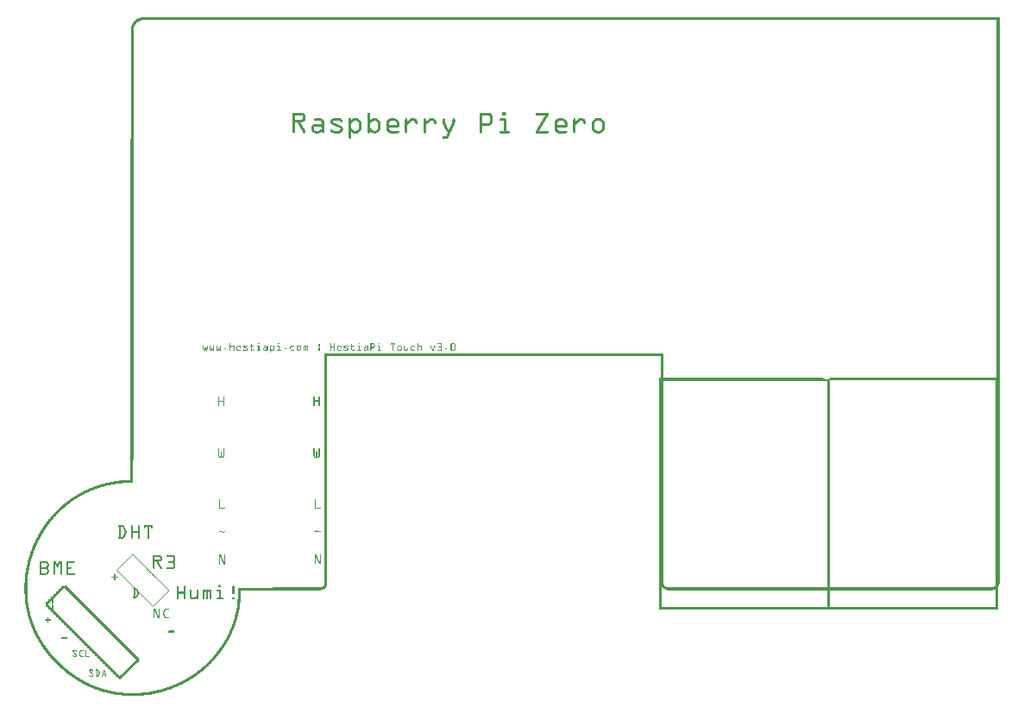
<source format=gto>
G04 MADE WITH FRITZING*
G04 WWW.FRITZING.ORG*
G04 DOUBLE SIDED*
G04 HOLES PLATED*
G04 CONTOUR ON CENTER OF CONTOUR VECTOR*
%ASAXBY*%
%FSLAX23Y23*%
%MOIN*%
%OFA0B0*%
%SFA1.0B1.0*%
%ADD10C,0.010000*%
%ADD11R,0.001000X0.001000*%
%LNSILK1*%
G90*
G70*
G54D10*
X404Y126D02*
X475Y196D01*
D02*
X475Y196D02*
X192Y479D01*
G54D11*
X498Y2679D02*
X3805Y2679D01*
X491Y2678D02*
X3805Y2678D01*
X487Y2677D02*
X3805Y2677D01*
X483Y2676D02*
X3805Y2676D01*
X480Y2675D02*
X3805Y2675D01*
X478Y2674D02*
X3805Y2674D01*
X476Y2673D02*
X3805Y2673D01*
X474Y2672D02*
X3805Y2672D01*
X472Y2671D02*
X3805Y2671D01*
X471Y2670D02*
X3805Y2670D01*
X469Y2669D02*
X3805Y2669D01*
X468Y2668D02*
X498Y2668D01*
X3795Y2668D02*
X3805Y2668D01*
X467Y2667D02*
X491Y2667D01*
X3795Y2667D02*
X3805Y2667D01*
X466Y2666D02*
X487Y2666D01*
X3795Y2666D02*
X3805Y2666D01*
X465Y2665D02*
X484Y2665D01*
X3795Y2665D02*
X3805Y2665D01*
X463Y2664D02*
X482Y2664D01*
X3795Y2664D02*
X3805Y2664D01*
X463Y2663D02*
X479Y2663D01*
X3795Y2663D02*
X3805Y2663D01*
X462Y2662D02*
X478Y2662D01*
X3795Y2662D02*
X3805Y2662D01*
X461Y2661D02*
X476Y2661D01*
X3795Y2661D02*
X3805Y2661D01*
X460Y2660D02*
X475Y2660D01*
X3795Y2660D02*
X3805Y2660D01*
X459Y2659D02*
X473Y2659D01*
X3795Y2659D02*
X3805Y2659D01*
X459Y2658D02*
X472Y2658D01*
X3795Y2658D02*
X3805Y2658D01*
X458Y2657D02*
X471Y2657D01*
X3795Y2657D02*
X3805Y2657D01*
X457Y2656D02*
X470Y2656D01*
X3795Y2656D02*
X3805Y2656D01*
X457Y2655D02*
X469Y2655D01*
X3795Y2655D02*
X3805Y2655D01*
X456Y2654D02*
X468Y2654D01*
X3795Y2654D02*
X3805Y2654D01*
X456Y2653D02*
X468Y2653D01*
X3795Y2653D02*
X3805Y2653D01*
X455Y2652D02*
X467Y2652D01*
X3795Y2652D02*
X3805Y2652D01*
X455Y2651D02*
X466Y2651D01*
X3795Y2651D02*
X3805Y2651D01*
X454Y2650D02*
X465Y2650D01*
X3795Y2650D02*
X3805Y2650D01*
X454Y2649D02*
X465Y2649D01*
X3795Y2649D02*
X3805Y2649D01*
X453Y2648D02*
X464Y2648D01*
X3795Y2648D02*
X3805Y2648D01*
X453Y2647D02*
X464Y2647D01*
X3795Y2647D02*
X3805Y2647D01*
X453Y2646D02*
X463Y2646D01*
X3795Y2646D02*
X3805Y2646D01*
X452Y2645D02*
X463Y2645D01*
X3795Y2645D02*
X3805Y2645D01*
X452Y2644D02*
X463Y2644D01*
X3795Y2644D02*
X3805Y2644D01*
X452Y2643D02*
X462Y2643D01*
X3795Y2643D02*
X3805Y2643D01*
X451Y2642D02*
X462Y2642D01*
X3795Y2642D02*
X3805Y2642D01*
X451Y2641D02*
X461Y2641D01*
X3795Y2641D02*
X3805Y2641D01*
X451Y2640D02*
X461Y2640D01*
X3795Y2640D02*
X3805Y2640D01*
X451Y2639D02*
X461Y2639D01*
X3795Y2639D02*
X3805Y2639D01*
X450Y2638D02*
X461Y2638D01*
X3795Y2638D02*
X3805Y2638D01*
X450Y2637D02*
X460Y2637D01*
X3795Y2637D02*
X3805Y2637D01*
X450Y2636D02*
X460Y2636D01*
X3795Y2636D02*
X3805Y2636D01*
X450Y2635D02*
X460Y2635D01*
X3795Y2635D02*
X3805Y2635D01*
X450Y2634D02*
X460Y2634D01*
X3795Y2634D02*
X3805Y2634D01*
X450Y2633D02*
X460Y2633D01*
X3795Y2633D02*
X3805Y2633D01*
X449Y2632D02*
X460Y2632D01*
X3795Y2632D02*
X3805Y2632D01*
X449Y2631D02*
X460Y2631D01*
X3795Y2631D02*
X3805Y2631D01*
X449Y2630D02*
X459Y2630D01*
X3795Y2630D02*
X3805Y2630D01*
X449Y2629D02*
X459Y2629D01*
X3795Y2629D02*
X3805Y2629D01*
X449Y2628D02*
X459Y2628D01*
X3795Y2628D02*
X3805Y2628D01*
X449Y2627D02*
X459Y2627D01*
X3795Y2627D02*
X3805Y2627D01*
X449Y2626D02*
X459Y2626D01*
X3795Y2626D02*
X3805Y2626D01*
X449Y2625D02*
X459Y2625D01*
X3795Y2625D02*
X3805Y2625D01*
X449Y2624D02*
X459Y2624D01*
X3795Y2624D02*
X3805Y2624D01*
X449Y2623D02*
X459Y2623D01*
X3795Y2623D02*
X3805Y2623D01*
X449Y2622D02*
X459Y2622D01*
X3795Y2622D02*
X3805Y2622D01*
X449Y2621D02*
X459Y2621D01*
X3795Y2621D02*
X3805Y2621D01*
X449Y2620D02*
X459Y2620D01*
X3795Y2620D02*
X3805Y2620D01*
X449Y2619D02*
X459Y2619D01*
X3795Y2619D02*
X3805Y2619D01*
X449Y2618D02*
X459Y2618D01*
X3795Y2618D02*
X3805Y2618D01*
X449Y2617D02*
X459Y2617D01*
X3795Y2617D02*
X3805Y2617D01*
X449Y2616D02*
X459Y2616D01*
X3795Y2616D02*
X3805Y2616D01*
X449Y2615D02*
X459Y2615D01*
X3795Y2615D02*
X3805Y2615D01*
X449Y2614D02*
X459Y2614D01*
X3795Y2614D02*
X3805Y2614D01*
X449Y2613D02*
X459Y2613D01*
X3795Y2613D02*
X3805Y2613D01*
X449Y2612D02*
X459Y2612D01*
X3795Y2612D02*
X3805Y2612D01*
X449Y2611D02*
X459Y2611D01*
X3795Y2611D02*
X3805Y2611D01*
X449Y2610D02*
X459Y2610D01*
X3795Y2610D02*
X3805Y2610D01*
X449Y2609D02*
X459Y2609D01*
X3795Y2609D02*
X3805Y2609D01*
X449Y2608D02*
X459Y2608D01*
X3795Y2608D02*
X3805Y2608D01*
X449Y2607D02*
X459Y2607D01*
X3795Y2607D02*
X3805Y2607D01*
X449Y2606D02*
X459Y2606D01*
X3795Y2606D02*
X3805Y2606D01*
X449Y2605D02*
X459Y2605D01*
X3795Y2605D02*
X3805Y2605D01*
X449Y2604D02*
X459Y2604D01*
X3795Y2604D02*
X3805Y2604D01*
X449Y2603D02*
X459Y2603D01*
X3795Y2603D02*
X3805Y2603D01*
X449Y2602D02*
X459Y2602D01*
X3795Y2602D02*
X3805Y2602D01*
X449Y2601D02*
X459Y2601D01*
X3795Y2601D02*
X3805Y2601D01*
X449Y2600D02*
X459Y2600D01*
X3795Y2600D02*
X3805Y2600D01*
X449Y2599D02*
X459Y2599D01*
X3795Y2599D02*
X3805Y2599D01*
X449Y2598D02*
X459Y2598D01*
X3795Y2598D02*
X3805Y2598D01*
X449Y2597D02*
X459Y2597D01*
X3795Y2597D02*
X3805Y2597D01*
X449Y2596D02*
X459Y2596D01*
X3795Y2596D02*
X3805Y2596D01*
X449Y2595D02*
X459Y2595D01*
X3795Y2595D02*
X3805Y2595D01*
X449Y2594D02*
X459Y2594D01*
X3795Y2594D02*
X3805Y2594D01*
X449Y2593D02*
X459Y2593D01*
X3795Y2593D02*
X3805Y2593D01*
X449Y2592D02*
X459Y2592D01*
X3795Y2592D02*
X3805Y2592D01*
X449Y2591D02*
X459Y2591D01*
X3795Y2591D02*
X3805Y2591D01*
X449Y2590D02*
X459Y2590D01*
X3795Y2590D02*
X3805Y2590D01*
X449Y2589D02*
X459Y2589D01*
X3795Y2589D02*
X3805Y2589D01*
X449Y2588D02*
X459Y2588D01*
X3795Y2588D02*
X3805Y2588D01*
X449Y2587D02*
X459Y2587D01*
X3795Y2587D02*
X3805Y2587D01*
X449Y2586D02*
X459Y2586D01*
X3795Y2586D02*
X3805Y2586D01*
X449Y2585D02*
X459Y2585D01*
X3795Y2585D02*
X3805Y2585D01*
X449Y2584D02*
X459Y2584D01*
X3795Y2584D02*
X3805Y2584D01*
X449Y2583D02*
X459Y2583D01*
X3795Y2583D02*
X3805Y2583D01*
X449Y2582D02*
X459Y2582D01*
X3795Y2582D02*
X3805Y2582D01*
X449Y2581D02*
X459Y2581D01*
X3795Y2581D02*
X3805Y2581D01*
X449Y2580D02*
X459Y2580D01*
X3795Y2580D02*
X3805Y2580D01*
X449Y2579D02*
X459Y2579D01*
X3795Y2579D02*
X3805Y2579D01*
X449Y2578D02*
X459Y2578D01*
X3795Y2578D02*
X3805Y2578D01*
X449Y2577D02*
X459Y2577D01*
X3795Y2577D02*
X3805Y2577D01*
X449Y2576D02*
X459Y2576D01*
X3795Y2576D02*
X3805Y2576D01*
X449Y2575D02*
X459Y2575D01*
X3795Y2575D02*
X3805Y2575D01*
X449Y2574D02*
X459Y2574D01*
X3795Y2574D02*
X3805Y2574D01*
X449Y2573D02*
X459Y2573D01*
X3795Y2573D02*
X3805Y2573D01*
X449Y2572D02*
X459Y2572D01*
X3795Y2572D02*
X3805Y2572D01*
X449Y2571D02*
X459Y2571D01*
X3795Y2571D02*
X3805Y2571D01*
X449Y2570D02*
X459Y2570D01*
X3795Y2570D02*
X3805Y2570D01*
X449Y2569D02*
X459Y2569D01*
X3795Y2569D02*
X3805Y2569D01*
X449Y2568D02*
X459Y2568D01*
X3795Y2568D02*
X3805Y2568D01*
X449Y2567D02*
X459Y2567D01*
X3795Y2567D02*
X3805Y2567D01*
X449Y2566D02*
X459Y2566D01*
X3795Y2566D02*
X3805Y2566D01*
X449Y2565D02*
X459Y2565D01*
X3795Y2565D02*
X3805Y2565D01*
X449Y2564D02*
X459Y2564D01*
X3795Y2564D02*
X3805Y2564D01*
X449Y2563D02*
X459Y2563D01*
X3795Y2563D02*
X3805Y2563D01*
X449Y2562D02*
X459Y2562D01*
X3795Y2562D02*
X3805Y2562D01*
X449Y2561D02*
X459Y2561D01*
X3795Y2561D02*
X3805Y2561D01*
X449Y2560D02*
X459Y2560D01*
X3795Y2560D02*
X3805Y2560D01*
X449Y2559D02*
X459Y2559D01*
X3795Y2559D02*
X3805Y2559D01*
X449Y2558D02*
X459Y2558D01*
X3795Y2558D02*
X3805Y2558D01*
X449Y2557D02*
X459Y2557D01*
X3795Y2557D02*
X3805Y2557D01*
X449Y2556D02*
X459Y2556D01*
X3795Y2556D02*
X3805Y2556D01*
X449Y2555D02*
X459Y2555D01*
X3795Y2555D02*
X3805Y2555D01*
X449Y2554D02*
X459Y2554D01*
X3795Y2554D02*
X3805Y2554D01*
X449Y2553D02*
X459Y2553D01*
X3795Y2553D02*
X3805Y2553D01*
X449Y2552D02*
X459Y2552D01*
X3795Y2552D02*
X3805Y2552D01*
X449Y2551D02*
X459Y2551D01*
X3795Y2551D02*
X3805Y2551D01*
X449Y2550D02*
X459Y2550D01*
X3795Y2550D02*
X3805Y2550D01*
X449Y2549D02*
X459Y2549D01*
X3795Y2549D02*
X3805Y2549D01*
X449Y2548D02*
X459Y2548D01*
X3795Y2548D02*
X3805Y2548D01*
X449Y2547D02*
X459Y2547D01*
X3795Y2547D02*
X3805Y2547D01*
X449Y2546D02*
X459Y2546D01*
X3795Y2546D02*
X3805Y2546D01*
X449Y2545D02*
X459Y2545D01*
X3795Y2545D02*
X3805Y2545D01*
X449Y2544D02*
X459Y2544D01*
X3795Y2544D02*
X3805Y2544D01*
X449Y2543D02*
X459Y2543D01*
X3795Y2543D02*
X3805Y2543D01*
X449Y2542D02*
X459Y2542D01*
X3795Y2542D02*
X3805Y2542D01*
X449Y2541D02*
X459Y2541D01*
X3795Y2541D02*
X3805Y2541D01*
X449Y2540D02*
X459Y2540D01*
X3795Y2540D02*
X3805Y2540D01*
X449Y2539D02*
X459Y2539D01*
X3795Y2539D02*
X3805Y2539D01*
X449Y2538D02*
X459Y2538D01*
X3795Y2538D02*
X3805Y2538D01*
X449Y2537D02*
X459Y2537D01*
X3795Y2537D02*
X3805Y2537D01*
X449Y2536D02*
X459Y2536D01*
X3795Y2536D02*
X3805Y2536D01*
X449Y2535D02*
X459Y2535D01*
X3795Y2535D02*
X3805Y2535D01*
X449Y2534D02*
X459Y2534D01*
X3795Y2534D02*
X3805Y2534D01*
X449Y2533D02*
X459Y2533D01*
X3795Y2533D02*
X3805Y2533D01*
X449Y2532D02*
X459Y2532D01*
X3795Y2532D02*
X3805Y2532D01*
X449Y2531D02*
X459Y2531D01*
X3795Y2531D02*
X3805Y2531D01*
X449Y2530D02*
X459Y2530D01*
X3795Y2530D02*
X3805Y2530D01*
X449Y2529D02*
X459Y2529D01*
X3795Y2529D02*
X3805Y2529D01*
X449Y2528D02*
X459Y2528D01*
X3795Y2528D02*
X3805Y2528D01*
X449Y2527D02*
X459Y2527D01*
X3795Y2527D02*
X3805Y2527D01*
X449Y2526D02*
X459Y2526D01*
X3795Y2526D02*
X3805Y2526D01*
X449Y2525D02*
X459Y2525D01*
X3795Y2525D02*
X3805Y2525D01*
X449Y2524D02*
X459Y2524D01*
X3795Y2524D02*
X3805Y2524D01*
X449Y2523D02*
X459Y2523D01*
X3795Y2523D02*
X3805Y2523D01*
X449Y2522D02*
X459Y2522D01*
X3795Y2522D02*
X3805Y2522D01*
X449Y2521D02*
X459Y2521D01*
X3795Y2521D02*
X3805Y2521D01*
X449Y2520D02*
X459Y2520D01*
X3795Y2520D02*
X3805Y2520D01*
X449Y2519D02*
X459Y2519D01*
X3795Y2519D02*
X3805Y2519D01*
X449Y2518D02*
X459Y2518D01*
X3795Y2518D02*
X3805Y2518D01*
X449Y2517D02*
X459Y2517D01*
X3795Y2517D02*
X3805Y2517D01*
X449Y2516D02*
X459Y2516D01*
X3795Y2516D02*
X3805Y2516D01*
X449Y2515D02*
X459Y2515D01*
X3795Y2515D02*
X3805Y2515D01*
X449Y2514D02*
X459Y2514D01*
X3795Y2514D02*
X3805Y2514D01*
X449Y2513D02*
X459Y2513D01*
X3795Y2513D02*
X3805Y2513D01*
X449Y2512D02*
X459Y2512D01*
X3795Y2512D02*
X3805Y2512D01*
X449Y2511D02*
X459Y2511D01*
X3795Y2511D02*
X3805Y2511D01*
X449Y2510D02*
X459Y2510D01*
X3795Y2510D02*
X3805Y2510D01*
X449Y2509D02*
X459Y2509D01*
X3795Y2509D02*
X3805Y2509D01*
X449Y2508D02*
X459Y2508D01*
X3795Y2508D02*
X3805Y2508D01*
X449Y2507D02*
X459Y2507D01*
X3795Y2507D02*
X3805Y2507D01*
X449Y2506D02*
X459Y2506D01*
X3795Y2506D02*
X3805Y2506D01*
X449Y2505D02*
X459Y2505D01*
X3795Y2505D02*
X3805Y2505D01*
X449Y2504D02*
X459Y2504D01*
X3795Y2504D02*
X3805Y2504D01*
X449Y2503D02*
X459Y2503D01*
X3795Y2503D02*
X3805Y2503D01*
X449Y2502D02*
X459Y2502D01*
X3795Y2502D02*
X3805Y2502D01*
X449Y2501D02*
X459Y2501D01*
X3795Y2501D02*
X3805Y2501D01*
X449Y2500D02*
X459Y2500D01*
X3795Y2500D02*
X3805Y2500D01*
X449Y2499D02*
X459Y2499D01*
X3795Y2499D02*
X3805Y2499D01*
X449Y2498D02*
X459Y2498D01*
X3795Y2498D02*
X3805Y2498D01*
X449Y2497D02*
X459Y2497D01*
X3795Y2497D02*
X3805Y2497D01*
X449Y2496D02*
X459Y2496D01*
X3795Y2496D02*
X3805Y2496D01*
X449Y2495D02*
X459Y2495D01*
X3795Y2495D02*
X3805Y2495D01*
X449Y2494D02*
X459Y2494D01*
X3795Y2494D02*
X3805Y2494D01*
X449Y2493D02*
X459Y2493D01*
X3795Y2493D02*
X3805Y2493D01*
X449Y2492D02*
X459Y2492D01*
X3795Y2492D02*
X3805Y2492D01*
X449Y2491D02*
X459Y2491D01*
X3795Y2491D02*
X3805Y2491D01*
X449Y2490D02*
X459Y2490D01*
X3795Y2490D02*
X3805Y2490D01*
X449Y2489D02*
X459Y2489D01*
X3795Y2489D02*
X3805Y2489D01*
X449Y2488D02*
X459Y2488D01*
X3795Y2488D02*
X3805Y2488D01*
X449Y2487D02*
X459Y2487D01*
X3795Y2487D02*
X3805Y2487D01*
X449Y2486D02*
X459Y2486D01*
X3795Y2486D02*
X3805Y2486D01*
X449Y2485D02*
X459Y2485D01*
X3795Y2485D02*
X3805Y2485D01*
X449Y2484D02*
X459Y2484D01*
X3795Y2484D02*
X3805Y2484D01*
X449Y2483D02*
X459Y2483D01*
X3795Y2483D02*
X3805Y2483D01*
X449Y2482D02*
X459Y2482D01*
X3795Y2482D02*
X3805Y2482D01*
X449Y2481D02*
X459Y2481D01*
X3795Y2481D02*
X3805Y2481D01*
X449Y2480D02*
X459Y2480D01*
X3795Y2480D02*
X3805Y2480D01*
X449Y2479D02*
X459Y2479D01*
X3795Y2479D02*
X3805Y2479D01*
X449Y2478D02*
X459Y2478D01*
X3795Y2478D02*
X3805Y2478D01*
X449Y2477D02*
X459Y2477D01*
X3795Y2477D02*
X3805Y2477D01*
X449Y2476D02*
X459Y2476D01*
X3795Y2476D02*
X3805Y2476D01*
X449Y2475D02*
X459Y2475D01*
X3795Y2475D02*
X3805Y2475D01*
X449Y2474D02*
X459Y2474D01*
X3795Y2474D02*
X3805Y2474D01*
X449Y2473D02*
X459Y2473D01*
X3795Y2473D02*
X3805Y2473D01*
X449Y2472D02*
X459Y2472D01*
X3795Y2472D02*
X3805Y2472D01*
X449Y2471D02*
X459Y2471D01*
X3795Y2471D02*
X3805Y2471D01*
X449Y2470D02*
X459Y2470D01*
X3795Y2470D02*
X3805Y2470D01*
X449Y2469D02*
X459Y2469D01*
X3795Y2469D02*
X3805Y2469D01*
X449Y2468D02*
X459Y2468D01*
X3795Y2468D02*
X3805Y2468D01*
X449Y2467D02*
X459Y2467D01*
X3795Y2467D02*
X3805Y2467D01*
X449Y2466D02*
X459Y2466D01*
X3795Y2466D02*
X3805Y2466D01*
X449Y2465D02*
X459Y2465D01*
X3795Y2465D02*
X3805Y2465D01*
X449Y2464D02*
X459Y2464D01*
X3795Y2464D02*
X3805Y2464D01*
X449Y2463D02*
X459Y2463D01*
X3795Y2463D02*
X3805Y2463D01*
X449Y2462D02*
X459Y2462D01*
X3795Y2462D02*
X3805Y2462D01*
X449Y2461D02*
X459Y2461D01*
X3795Y2461D02*
X3805Y2461D01*
X449Y2460D02*
X459Y2460D01*
X3795Y2460D02*
X3805Y2460D01*
X449Y2459D02*
X459Y2459D01*
X3795Y2459D02*
X3805Y2459D01*
X449Y2458D02*
X459Y2458D01*
X3795Y2458D02*
X3805Y2458D01*
X449Y2457D02*
X459Y2457D01*
X3795Y2457D02*
X3805Y2457D01*
X449Y2456D02*
X459Y2456D01*
X3795Y2456D02*
X3805Y2456D01*
X449Y2455D02*
X459Y2455D01*
X3795Y2455D02*
X3805Y2455D01*
X449Y2454D02*
X459Y2454D01*
X3795Y2454D02*
X3805Y2454D01*
X449Y2453D02*
X459Y2453D01*
X3795Y2453D02*
X3805Y2453D01*
X449Y2452D02*
X459Y2452D01*
X3795Y2452D02*
X3805Y2452D01*
X449Y2451D02*
X459Y2451D01*
X3795Y2451D02*
X3805Y2451D01*
X449Y2450D02*
X459Y2450D01*
X3795Y2450D02*
X3805Y2450D01*
X449Y2449D02*
X459Y2449D01*
X3795Y2449D02*
X3805Y2449D01*
X449Y2448D02*
X459Y2448D01*
X3795Y2448D02*
X3805Y2448D01*
X449Y2447D02*
X459Y2447D01*
X3795Y2447D02*
X3805Y2447D01*
X449Y2446D02*
X459Y2446D01*
X3795Y2446D02*
X3805Y2446D01*
X449Y2445D02*
X459Y2445D01*
X3795Y2445D02*
X3805Y2445D01*
X449Y2444D02*
X459Y2444D01*
X3795Y2444D02*
X3805Y2444D01*
X449Y2443D02*
X459Y2443D01*
X3795Y2443D02*
X3805Y2443D01*
X449Y2442D02*
X459Y2442D01*
X3795Y2442D02*
X3805Y2442D01*
X449Y2441D02*
X459Y2441D01*
X3795Y2441D02*
X3805Y2441D01*
X449Y2440D02*
X459Y2440D01*
X3795Y2440D02*
X3805Y2440D01*
X449Y2439D02*
X459Y2439D01*
X3795Y2439D02*
X3805Y2439D01*
X449Y2438D02*
X459Y2438D01*
X3795Y2438D02*
X3805Y2438D01*
X449Y2437D02*
X459Y2437D01*
X3795Y2437D02*
X3805Y2437D01*
X449Y2436D02*
X459Y2436D01*
X3795Y2436D02*
X3805Y2436D01*
X449Y2435D02*
X459Y2435D01*
X3795Y2435D02*
X3805Y2435D01*
X449Y2434D02*
X459Y2434D01*
X3795Y2434D02*
X3805Y2434D01*
X449Y2433D02*
X459Y2433D01*
X3795Y2433D02*
X3805Y2433D01*
X449Y2432D02*
X459Y2432D01*
X3795Y2432D02*
X3805Y2432D01*
X449Y2431D02*
X459Y2431D01*
X3795Y2431D02*
X3805Y2431D01*
X449Y2430D02*
X459Y2430D01*
X3795Y2430D02*
X3805Y2430D01*
X449Y2429D02*
X459Y2429D01*
X3795Y2429D02*
X3805Y2429D01*
X449Y2428D02*
X459Y2428D01*
X3795Y2428D02*
X3805Y2428D01*
X449Y2427D02*
X459Y2427D01*
X3795Y2427D02*
X3805Y2427D01*
X449Y2426D02*
X459Y2426D01*
X3795Y2426D02*
X3805Y2426D01*
X449Y2425D02*
X459Y2425D01*
X3795Y2425D02*
X3805Y2425D01*
X449Y2424D02*
X459Y2424D01*
X3795Y2424D02*
X3805Y2424D01*
X449Y2423D02*
X459Y2423D01*
X3795Y2423D02*
X3805Y2423D01*
X449Y2422D02*
X459Y2422D01*
X3795Y2422D02*
X3805Y2422D01*
X449Y2421D02*
X459Y2421D01*
X3795Y2421D02*
X3805Y2421D01*
X449Y2420D02*
X459Y2420D01*
X3795Y2420D02*
X3805Y2420D01*
X449Y2419D02*
X459Y2419D01*
X3795Y2419D02*
X3805Y2419D01*
X449Y2418D02*
X459Y2418D01*
X3795Y2418D02*
X3805Y2418D01*
X449Y2417D02*
X459Y2417D01*
X3795Y2417D02*
X3805Y2417D01*
X449Y2416D02*
X459Y2416D01*
X3795Y2416D02*
X3805Y2416D01*
X449Y2415D02*
X459Y2415D01*
X3795Y2415D02*
X3805Y2415D01*
X449Y2414D02*
X459Y2414D01*
X3795Y2414D02*
X3805Y2414D01*
X449Y2413D02*
X459Y2413D01*
X3795Y2413D02*
X3805Y2413D01*
X449Y2412D02*
X459Y2412D01*
X3795Y2412D02*
X3805Y2412D01*
X449Y2411D02*
X459Y2411D01*
X3795Y2411D02*
X3805Y2411D01*
X449Y2410D02*
X459Y2410D01*
X3795Y2410D02*
X3805Y2410D01*
X449Y2409D02*
X459Y2409D01*
X3795Y2409D02*
X3805Y2409D01*
X449Y2408D02*
X459Y2408D01*
X3795Y2408D02*
X3805Y2408D01*
X449Y2407D02*
X459Y2407D01*
X3795Y2407D02*
X3805Y2407D01*
X449Y2406D02*
X459Y2406D01*
X3795Y2406D02*
X3805Y2406D01*
X449Y2405D02*
X459Y2405D01*
X3795Y2405D02*
X3805Y2405D01*
X449Y2404D02*
X459Y2404D01*
X3795Y2404D02*
X3805Y2404D01*
X449Y2403D02*
X459Y2403D01*
X3795Y2403D02*
X3805Y2403D01*
X449Y2402D02*
X459Y2402D01*
X3795Y2402D02*
X3805Y2402D01*
X449Y2401D02*
X459Y2401D01*
X3795Y2401D02*
X3805Y2401D01*
X449Y2400D02*
X459Y2400D01*
X3795Y2400D02*
X3805Y2400D01*
X449Y2399D02*
X459Y2399D01*
X3795Y2399D02*
X3805Y2399D01*
X449Y2398D02*
X459Y2398D01*
X3795Y2398D02*
X3805Y2398D01*
X449Y2397D02*
X459Y2397D01*
X3795Y2397D02*
X3805Y2397D01*
X449Y2396D02*
X459Y2396D01*
X3795Y2396D02*
X3805Y2396D01*
X449Y2395D02*
X459Y2395D01*
X3795Y2395D02*
X3805Y2395D01*
X449Y2394D02*
X459Y2394D01*
X3795Y2394D02*
X3805Y2394D01*
X449Y2393D02*
X459Y2393D01*
X3795Y2393D02*
X3805Y2393D01*
X449Y2392D02*
X459Y2392D01*
X3795Y2392D02*
X3805Y2392D01*
X449Y2391D02*
X459Y2391D01*
X3795Y2391D02*
X3805Y2391D01*
X449Y2390D02*
X459Y2390D01*
X3795Y2390D02*
X3805Y2390D01*
X449Y2389D02*
X459Y2389D01*
X3795Y2389D02*
X3805Y2389D01*
X449Y2388D02*
X459Y2388D01*
X3795Y2388D02*
X3805Y2388D01*
X449Y2387D02*
X459Y2387D01*
X3795Y2387D02*
X3805Y2387D01*
X449Y2386D02*
X459Y2386D01*
X3795Y2386D02*
X3805Y2386D01*
X449Y2385D02*
X459Y2385D01*
X3795Y2385D02*
X3805Y2385D01*
X449Y2384D02*
X459Y2384D01*
X3795Y2384D02*
X3805Y2384D01*
X449Y2383D02*
X459Y2383D01*
X3795Y2383D02*
X3805Y2383D01*
X449Y2382D02*
X459Y2382D01*
X3795Y2382D02*
X3805Y2382D01*
X449Y2381D02*
X459Y2381D01*
X3795Y2381D02*
X3805Y2381D01*
X449Y2380D02*
X459Y2380D01*
X3795Y2380D02*
X3805Y2380D01*
X449Y2379D02*
X459Y2379D01*
X3795Y2379D02*
X3805Y2379D01*
X449Y2378D02*
X459Y2378D01*
X3795Y2378D02*
X3805Y2378D01*
X449Y2377D02*
X459Y2377D01*
X3795Y2377D02*
X3805Y2377D01*
X449Y2376D02*
X459Y2376D01*
X3795Y2376D02*
X3805Y2376D01*
X449Y2375D02*
X459Y2375D01*
X3795Y2375D02*
X3805Y2375D01*
X449Y2374D02*
X459Y2374D01*
X3795Y2374D02*
X3805Y2374D01*
X449Y2373D02*
X459Y2373D01*
X3795Y2373D02*
X3805Y2373D01*
X449Y2372D02*
X459Y2372D01*
X3795Y2372D02*
X3805Y2372D01*
X449Y2371D02*
X459Y2371D01*
X3795Y2371D02*
X3805Y2371D01*
X449Y2370D02*
X459Y2370D01*
X3795Y2370D02*
X3805Y2370D01*
X449Y2369D02*
X459Y2369D01*
X3795Y2369D02*
X3805Y2369D01*
X449Y2368D02*
X459Y2368D01*
X3795Y2368D02*
X3805Y2368D01*
X449Y2367D02*
X459Y2367D01*
X3795Y2367D02*
X3805Y2367D01*
X449Y2366D02*
X459Y2366D01*
X3795Y2366D02*
X3805Y2366D01*
X449Y2365D02*
X459Y2365D01*
X3795Y2365D02*
X3805Y2365D01*
X449Y2364D02*
X459Y2364D01*
X3795Y2364D02*
X3805Y2364D01*
X449Y2363D02*
X459Y2363D01*
X3795Y2363D02*
X3805Y2363D01*
X449Y2362D02*
X459Y2362D01*
X3795Y2362D02*
X3805Y2362D01*
X449Y2361D02*
X459Y2361D01*
X3795Y2361D02*
X3805Y2361D01*
X449Y2360D02*
X459Y2360D01*
X3795Y2360D02*
X3805Y2360D01*
X449Y2359D02*
X459Y2359D01*
X3795Y2359D02*
X3805Y2359D01*
X449Y2358D02*
X459Y2358D01*
X3795Y2358D02*
X3805Y2358D01*
X449Y2357D02*
X459Y2357D01*
X3795Y2357D02*
X3805Y2357D01*
X449Y2356D02*
X459Y2356D01*
X3795Y2356D02*
X3805Y2356D01*
X449Y2355D02*
X459Y2355D01*
X3795Y2355D02*
X3805Y2355D01*
X449Y2354D02*
X459Y2354D01*
X3795Y2354D02*
X3805Y2354D01*
X449Y2353D02*
X459Y2353D01*
X3795Y2353D02*
X3805Y2353D01*
X449Y2352D02*
X459Y2352D01*
X3795Y2352D02*
X3805Y2352D01*
X449Y2351D02*
X459Y2351D01*
X3795Y2351D02*
X3805Y2351D01*
X449Y2350D02*
X459Y2350D01*
X3795Y2350D02*
X3805Y2350D01*
X449Y2349D02*
X459Y2349D01*
X3795Y2349D02*
X3805Y2349D01*
X449Y2348D02*
X459Y2348D01*
X3795Y2348D02*
X3805Y2348D01*
X449Y2347D02*
X459Y2347D01*
X3795Y2347D02*
X3805Y2347D01*
X449Y2346D02*
X459Y2346D01*
X3795Y2346D02*
X3805Y2346D01*
X449Y2345D02*
X459Y2345D01*
X3795Y2345D02*
X3805Y2345D01*
X449Y2344D02*
X459Y2344D01*
X3795Y2344D02*
X3805Y2344D01*
X449Y2343D02*
X459Y2343D01*
X3795Y2343D02*
X3805Y2343D01*
X449Y2342D02*
X459Y2342D01*
X3795Y2342D02*
X3805Y2342D01*
X449Y2341D02*
X459Y2341D01*
X3795Y2341D02*
X3805Y2341D01*
X449Y2340D02*
X459Y2340D01*
X3795Y2340D02*
X3805Y2340D01*
X449Y2339D02*
X459Y2339D01*
X3795Y2339D02*
X3805Y2339D01*
X449Y2338D02*
X459Y2338D01*
X3795Y2338D02*
X3805Y2338D01*
X449Y2337D02*
X459Y2337D01*
X3795Y2337D02*
X3805Y2337D01*
X449Y2336D02*
X459Y2336D01*
X3795Y2336D02*
X3805Y2336D01*
X449Y2335D02*
X459Y2335D01*
X3795Y2335D02*
X3805Y2335D01*
X449Y2334D02*
X459Y2334D01*
X3795Y2334D02*
X3805Y2334D01*
X449Y2333D02*
X459Y2333D01*
X3795Y2333D02*
X3805Y2333D01*
X449Y2332D02*
X459Y2332D01*
X3795Y2332D02*
X3805Y2332D01*
X449Y2331D02*
X459Y2331D01*
X3795Y2331D02*
X3805Y2331D01*
X449Y2330D02*
X459Y2330D01*
X3795Y2330D02*
X3805Y2330D01*
X449Y2329D02*
X459Y2329D01*
X3795Y2329D02*
X3805Y2329D01*
X449Y2328D02*
X459Y2328D01*
X3795Y2328D02*
X3805Y2328D01*
X449Y2327D02*
X459Y2327D01*
X3795Y2327D02*
X3805Y2327D01*
X449Y2326D02*
X459Y2326D01*
X3795Y2326D02*
X3805Y2326D01*
X449Y2325D02*
X459Y2325D01*
X3795Y2325D02*
X3805Y2325D01*
X449Y2324D02*
X459Y2324D01*
X3795Y2324D02*
X3805Y2324D01*
X449Y2323D02*
X459Y2323D01*
X3795Y2323D02*
X3805Y2323D01*
X449Y2322D02*
X459Y2322D01*
X3795Y2322D02*
X3805Y2322D01*
X449Y2321D02*
X459Y2321D01*
X3795Y2321D02*
X3805Y2321D01*
X449Y2320D02*
X459Y2320D01*
X3795Y2320D02*
X3805Y2320D01*
X449Y2319D02*
X459Y2319D01*
X3795Y2319D02*
X3805Y2319D01*
X449Y2318D02*
X459Y2318D01*
X3795Y2318D02*
X3805Y2318D01*
X449Y2317D02*
X459Y2317D01*
X3795Y2317D02*
X3805Y2317D01*
X449Y2316D02*
X459Y2316D01*
X3795Y2316D02*
X3805Y2316D01*
X449Y2315D02*
X459Y2315D01*
X3795Y2315D02*
X3805Y2315D01*
X449Y2314D02*
X459Y2314D01*
X3795Y2314D02*
X3805Y2314D01*
X449Y2313D02*
X459Y2313D01*
X3795Y2313D02*
X3805Y2313D01*
X449Y2312D02*
X459Y2312D01*
X1887Y2312D02*
X1896Y2312D01*
X3795Y2312D02*
X3805Y2312D01*
X449Y2311D02*
X459Y2311D01*
X1885Y2311D02*
X1897Y2311D01*
X3795Y2311D02*
X3805Y2311D01*
X449Y2310D02*
X459Y2310D01*
X1885Y2310D02*
X1898Y2310D01*
X3795Y2310D02*
X3805Y2310D01*
X449Y2309D02*
X459Y2309D01*
X1884Y2309D02*
X1898Y2309D01*
X3795Y2309D02*
X3805Y2309D01*
X449Y2308D02*
X459Y2308D01*
X1075Y2308D02*
X1113Y2308D01*
X1367Y2308D02*
X1370Y2308D01*
X1797Y2308D02*
X1835Y2308D01*
X1884Y2308D02*
X1898Y2308D01*
X2016Y2308D02*
X2063Y2308D01*
X3795Y2308D02*
X3805Y2308D01*
X449Y2307D02*
X459Y2307D01*
X1075Y2307D02*
X1115Y2307D01*
X1365Y2307D02*
X1372Y2307D01*
X1797Y2307D02*
X1838Y2307D01*
X1884Y2307D02*
X1898Y2307D01*
X2015Y2307D02*
X2063Y2307D01*
X3795Y2307D02*
X3805Y2307D01*
X449Y2306D02*
X459Y2306D01*
X1075Y2306D02*
X1117Y2306D01*
X1365Y2306D02*
X1372Y2306D01*
X1797Y2306D02*
X1839Y2306D01*
X1884Y2306D02*
X1898Y2306D01*
X2015Y2306D02*
X2063Y2306D01*
X3795Y2306D02*
X3805Y2306D01*
X449Y2305D02*
X459Y2305D01*
X1075Y2305D02*
X1118Y2305D01*
X1364Y2305D02*
X1373Y2305D01*
X1797Y2305D02*
X1841Y2305D01*
X1884Y2305D02*
X1898Y2305D01*
X2014Y2305D02*
X2063Y2305D01*
X3795Y2305D02*
X3805Y2305D01*
X449Y2304D02*
X459Y2304D01*
X1075Y2304D02*
X1120Y2304D01*
X1364Y2304D02*
X1373Y2304D01*
X1797Y2304D02*
X1842Y2304D01*
X1884Y2304D02*
X1898Y2304D01*
X2014Y2304D02*
X2063Y2304D01*
X3795Y2304D02*
X3805Y2304D01*
X449Y2303D02*
X459Y2303D01*
X1075Y2303D02*
X1120Y2303D01*
X1364Y2303D02*
X1373Y2303D01*
X1797Y2303D02*
X1843Y2303D01*
X1884Y2303D02*
X1898Y2303D01*
X2014Y2303D02*
X2063Y2303D01*
X3795Y2303D02*
X3805Y2303D01*
X449Y2302D02*
X459Y2302D01*
X1075Y2302D02*
X1121Y2302D01*
X1364Y2302D02*
X1373Y2302D01*
X1797Y2302D02*
X1843Y2302D01*
X1885Y2302D02*
X1898Y2302D01*
X2014Y2302D02*
X2062Y2302D01*
X3795Y2302D02*
X3805Y2302D01*
X449Y2301D02*
X459Y2301D01*
X1075Y2301D02*
X1122Y2301D01*
X1364Y2301D02*
X1373Y2301D01*
X1797Y2301D02*
X1844Y2301D01*
X1885Y2301D02*
X1897Y2301D01*
X2015Y2301D02*
X2062Y2301D01*
X3795Y2301D02*
X3805Y2301D01*
X449Y2300D02*
X459Y2300D01*
X1075Y2300D02*
X1122Y2300D01*
X1364Y2300D02*
X1373Y2300D01*
X1797Y2300D02*
X1845Y2300D01*
X1886Y2300D02*
X1897Y2300D01*
X2016Y2300D02*
X2061Y2300D01*
X3795Y2300D02*
X3805Y2300D01*
X449Y2299D02*
X459Y2299D01*
X1075Y2299D02*
X1123Y2299D01*
X1364Y2299D02*
X1373Y2299D01*
X1797Y2299D02*
X1845Y2299D01*
X1888Y2299D02*
X1895Y2299D01*
X2017Y2299D02*
X2061Y2299D01*
X3795Y2299D02*
X3805Y2299D01*
X449Y2298D02*
X459Y2298D01*
X1075Y2298D02*
X1084Y2298D01*
X1112Y2298D02*
X1123Y2298D01*
X1364Y2298D02*
X1373Y2298D01*
X1797Y2298D02*
X1806Y2298D01*
X1834Y2298D02*
X1845Y2298D01*
X2049Y2298D02*
X2060Y2298D01*
X3795Y2298D02*
X3805Y2298D01*
X449Y2297D02*
X459Y2297D01*
X1075Y2297D02*
X1084Y2297D01*
X1113Y2297D02*
X1123Y2297D01*
X1364Y2297D02*
X1373Y2297D01*
X1797Y2297D02*
X1806Y2297D01*
X1835Y2297D02*
X1846Y2297D01*
X2049Y2297D02*
X2060Y2297D01*
X3795Y2297D02*
X3805Y2297D01*
X449Y2296D02*
X459Y2296D01*
X1075Y2296D02*
X1084Y2296D01*
X1114Y2296D02*
X1124Y2296D01*
X1364Y2296D02*
X1373Y2296D01*
X1797Y2296D02*
X1806Y2296D01*
X1836Y2296D02*
X1846Y2296D01*
X2048Y2296D02*
X2059Y2296D01*
X3795Y2296D02*
X3805Y2296D01*
X449Y2295D02*
X459Y2295D01*
X1075Y2295D02*
X1084Y2295D01*
X1114Y2295D02*
X1124Y2295D01*
X1364Y2295D02*
X1373Y2295D01*
X1797Y2295D02*
X1806Y2295D01*
X1837Y2295D02*
X1846Y2295D01*
X2048Y2295D02*
X2058Y2295D01*
X3795Y2295D02*
X3805Y2295D01*
X449Y2294D02*
X459Y2294D01*
X1075Y2294D02*
X1084Y2294D01*
X1115Y2294D02*
X1124Y2294D01*
X1364Y2294D02*
X1373Y2294D01*
X1797Y2294D02*
X1806Y2294D01*
X1837Y2294D02*
X1846Y2294D01*
X2047Y2294D02*
X2058Y2294D01*
X3795Y2294D02*
X3805Y2294D01*
X449Y2293D02*
X459Y2293D01*
X1075Y2293D02*
X1084Y2293D01*
X1115Y2293D02*
X1124Y2293D01*
X1364Y2293D02*
X1373Y2293D01*
X1797Y2293D02*
X1806Y2293D01*
X1837Y2293D02*
X1846Y2293D01*
X2046Y2293D02*
X2057Y2293D01*
X3795Y2293D02*
X3805Y2293D01*
X449Y2292D02*
X459Y2292D01*
X1075Y2292D02*
X1084Y2292D01*
X1115Y2292D02*
X1124Y2292D01*
X1364Y2292D02*
X1373Y2292D01*
X1797Y2292D02*
X1806Y2292D01*
X1837Y2292D02*
X1846Y2292D01*
X2046Y2292D02*
X2057Y2292D01*
X3795Y2292D02*
X3805Y2292D01*
X449Y2291D02*
X459Y2291D01*
X1075Y2291D02*
X1084Y2291D01*
X1115Y2291D02*
X1124Y2291D01*
X1364Y2291D02*
X1373Y2291D01*
X1797Y2291D02*
X1806Y2291D01*
X1837Y2291D02*
X1846Y2291D01*
X2045Y2291D02*
X2056Y2291D01*
X3795Y2291D02*
X3805Y2291D01*
X449Y2290D02*
X459Y2290D01*
X1075Y2290D02*
X1084Y2290D01*
X1115Y2290D02*
X1124Y2290D01*
X1364Y2290D02*
X1373Y2290D01*
X1797Y2290D02*
X1806Y2290D01*
X1837Y2290D02*
X1846Y2290D01*
X2045Y2290D02*
X2055Y2290D01*
X3795Y2290D02*
X3805Y2290D01*
X449Y2289D02*
X459Y2289D01*
X1075Y2289D02*
X1084Y2289D01*
X1115Y2289D02*
X1124Y2289D01*
X1294Y2289D02*
X1298Y2289D01*
X1311Y2289D02*
X1321Y2289D01*
X1364Y2289D02*
X1373Y2289D01*
X1797Y2289D02*
X1806Y2289D01*
X1837Y2289D02*
X1846Y2289D01*
X2044Y2289D02*
X2055Y2289D01*
X3795Y2289D02*
X3805Y2289D01*
X449Y2288D02*
X459Y2288D01*
X1075Y2288D02*
X1084Y2288D01*
X1115Y2288D02*
X1124Y2288D01*
X1293Y2288D02*
X1299Y2288D01*
X1309Y2288D02*
X1323Y2288D01*
X1364Y2288D02*
X1373Y2288D01*
X1797Y2288D02*
X1806Y2288D01*
X1837Y2288D02*
X1846Y2288D01*
X2044Y2288D02*
X2054Y2288D01*
X3795Y2288D02*
X3805Y2288D01*
X449Y2287D02*
X459Y2287D01*
X1075Y2287D02*
X1084Y2287D01*
X1114Y2287D02*
X1124Y2287D01*
X1160Y2287D02*
X1184Y2287D01*
X1230Y2287D02*
X1258Y2287D01*
X1292Y2287D02*
X1300Y2287D01*
X1307Y2287D02*
X1325Y2287D01*
X1364Y2287D02*
X1373Y2287D01*
X1384Y2287D02*
X1398Y2287D01*
X1451Y2287D02*
X1470Y2287D01*
X1511Y2287D02*
X1515Y2287D01*
X1531Y2287D02*
X1546Y2287D01*
X1583Y2287D02*
X1587Y2287D01*
X1603Y2287D02*
X1618Y2287D01*
X1656Y2287D02*
X1659Y2287D01*
X1695Y2287D02*
X1699Y2287D01*
X1797Y2287D02*
X1806Y2287D01*
X1837Y2287D02*
X1846Y2287D01*
X1877Y2287D02*
X1895Y2287D01*
X2043Y2287D02*
X2054Y2287D01*
X2101Y2287D02*
X2120Y2287D01*
X2161Y2287D02*
X2165Y2287D01*
X2181Y2287D02*
X2196Y2287D01*
X2245Y2287D02*
X2265Y2287D01*
X3795Y2287D02*
X3805Y2287D01*
X449Y2286D02*
X459Y2286D01*
X1075Y2286D02*
X1084Y2286D01*
X1114Y2286D02*
X1124Y2286D01*
X1159Y2286D02*
X1187Y2286D01*
X1227Y2286D02*
X1261Y2286D01*
X1292Y2286D02*
X1301Y2286D01*
X1306Y2286D02*
X1327Y2286D01*
X1364Y2286D02*
X1373Y2286D01*
X1381Y2286D02*
X1401Y2286D01*
X1448Y2286D02*
X1473Y2286D01*
X1510Y2286D02*
X1516Y2286D01*
X1529Y2286D02*
X1549Y2286D01*
X1582Y2286D02*
X1588Y2286D01*
X1602Y2286D02*
X1621Y2286D01*
X1654Y2286D02*
X1660Y2286D01*
X1694Y2286D02*
X1700Y2286D01*
X1797Y2286D02*
X1806Y2286D01*
X1837Y2286D02*
X1846Y2286D01*
X1876Y2286D02*
X1897Y2286D01*
X2042Y2286D02*
X2053Y2286D01*
X2098Y2286D02*
X2123Y2286D01*
X2160Y2286D02*
X2166Y2286D01*
X2179Y2286D02*
X2199Y2286D01*
X2243Y2286D02*
X2267Y2286D01*
X3795Y2286D02*
X3805Y2286D01*
X449Y2285D02*
X459Y2285D01*
X1075Y2285D02*
X1084Y2285D01*
X1113Y2285D02*
X1123Y2285D01*
X1158Y2285D02*
X1189Y2285D01*
X1226Y2285D02*
X1262Y2285D01*
X1292Y2285D02*
X1301Y2285D01*
X1305Y2285D02*
X1328Y2285D01*
X1364Y2285D02*
X1373Y2285D01*
X1379Y2285D02*
X1402Y2285D01*
X1446Y2285D02*
X1475Y2285D01*
X1509Y2285D02*
X1517Y2285D01*
X1528Y2285D02*
X1550Y2285D01*
X1581Y2285D02*
X1589Y2285D01*
X1601Y2285D02*
X1623Y2285D01*
X1654Y2285D02*
X1661Y2285D01*
X1693Y2285D02*
X1701Y2285D01*
X1797Y2285D02*
X1806Y2285D01*
X1837Y2285D02*
X1846Y2285D01*
X1875Y2285D02*
X1898Y2285D01*
X2042Y2285D02*
X2053Y2285D01*
X2096Y2285D02*
X2125Y2285D01*
X2159Y2285D02*
X2167Y2285D01*
X2178Y2285D02*
X2200Y2285D01*
X2241Y2285D02*
X2269Y2285D01*
X3795Y2285D02*
X3805Y2285D01*
X449Y2284D02*
X459Y2284D01*
X1075Y2284D02*
X1084Y2284D01*
X1112Y2284D02*
X1123Y2284D01*
X1157Y2284D02*
X1190Y2284D01*
X1225Y2284D02*
X1264Y2284D01*
X1292Y2284D02*
X1301Y2284D01*
X1304Y2284D02*
X1329Y2284D01*
X1364Y2284D02*
X1373Y2284D01*
X1378Y2284D02*
X1404Y2284D01*
X1445Y2284D02*
X1476Y2284D01*
X1509Y2284D02*
X1517Y2284D01*
X1527Y2284D02*
X1552Y2284D01*
X1581Y2284D02*
X1589Y2284D01*
X1599Y2284D02*
X1624Y2284D01*
X1653Y2284D02*
X1662Y2284D01*
X1693Y2284D02*
X1701Y2284D01*
X1797Y2284D02*
X1806Y2284D01*
X1837Y2284D02*
X1846Y2284D01*
X1875Y2284D02*
X1898Y2284D01*
X2041Y2284D02*
X2052Y2284D01*
X2095Y2284D02*
X2126Y2284D01*
X2159Y2284D02*
X2167Y2284D01*
X2177Y2284D02*
X2202Y2284D01*
X2240Y2284D02*
X2270Y2284D01*
X3795Y2284D02*
X3805Y2284D01*
X449Y2283D02*
X459Y2283D01*
X1075Y2283D02*
X1123Y2283D01*
X1157Y2283D02*
X1191Y2283D01*
X1224Y2283D02*
X1265Y2283D01*
X1292Y2283D02*
X1301Y2283D01*
X1303Y2283D02*
X1330Y2283D01*
X1364Y2283D02*
X1373Y2283D01*
X1376Y2283D02*
X1405Y2283D01*
X1444Y2283D02*
X1477Y2283D01*
X1508Y2283D02*
X1517Y2283D01*
X1526Y2283D02*
X1553Y2283D01*
X1581Y2283D02*
X1590Y2283D01*
X1598Y2283D02*
X1625Y2283D01*
X1653Y2283D02*
X1662Y2283D01*
X1692Y2283D02*
X1701Y2283D01*
X1797Y2283D02*
X1806Y2283D01*
X1837Y2283D02*
X1846Y2283D01*
X1874Y2283D02*
X1898Y2283D01*
X2041Y2283D02*
X2051Y2283D01*
X2094Y2283D02*
X2127Y2283D01*
X2158Y2283D02*
X2167Y2283D01*
X2176Y2283D02*
X2203Y2283D01*
X2238Y2283D02*
X2271Y2283D01*
X3795Y2283D02*
X3805Y2283D01*
X449Y2282D02*
X459Y2282D01*
X1075Y2282D02*
X1122Y2282D01*
X1157Y2282D02*
X1192Y2282D01*
X1223Y2282D02*
X1265Y2282D01*
X1292Y2282D02*
X1331Y2282D01*
X1364Y2282D02*
X1373Y2282D01*
X1375Y2282D02*
X1406Y2282D01*
X1443Y2282D02*
X1478Y2282D01*
X1508Y2282D02*
X1517Y2282D01*
X1525Y2282D02*
X1554Y2282D01*
X1581Y2282D02*
X1590Y2282D01*
X1597Y2282D02*
X1626Y2282D01*
X1653Y2282D02*
X1662Y2282D01*
X1692Y2282D02*
X1702Y2282D01*
X1797Y2282D02*
X1806Y2282D01*
X1837Y2282D02*
X1846Y2282D01*
X1874Y2282D02*
X1898Y2282D01*
X2040Y2282D02*
X2051Y2282D01*
X2093Y2282D02*
X2128Y2282D01*
X2158Y2282D02*
X2167Y2282D01*
X2175Y2282D02*
X2204Y2282D01*
X2237Y2282D02*
X2273Y2282D01*
X3795Y2282D02*
X3805Y2282D01*
X449Y2281D02*
X459Y2281D01*
X1075Y2281D02*
X1122Y2281D01*
X1157Y2281D02*
X1193Y2281D01*
X1222Y2281D02*
X1266Y2281D01*
X1292Y2281D02*
X1333Y2281D01*
X1364Y2281D02*
X1407Y2281D01*
X1442Y2281D02*
X1479Y2281D01*
X1508Y2281D02*
X1517Y2281D01*
X1524Y2281D02*
X1554Y2281D01*
X1581Y2281D02*
X1590Y2281D01*
X1596Y2281D02*
X1627Y2281D01*
X1653Y2281D02*
X1662Y2281D01*
X1692Y2281D02*
X1702Y2281D01*
X1797Y2281D02*
X1806Y2281D01*
X1837Y2281D02*
X1846Y2281D01*
X1875Y2281D02*
X1898Y2281D01*
X2039Y2281D02*
X2050Y2281D01*
X2092Y2281D02*
X2129Y2281D01*
X2158Y2281D02*
X2167Y2281D01*
X2174Y2281D02*
X2204Y2281D01*
X2236Y2281D02*
X2274Y2281D01*
X3795Y2281D02*
X3805Y2281D01*
X449Y2280D02*
X459Y2280D01*
X1075Y2280D02*
X1121Y2280D01*
X1158Y2280D02*
X1193Y2280D01*
X1222Y2280D02*
X1267Y2280D01*
X1292Y2280D02*
X1334Y2280D01*
X1364Y2280D02*
X1408Y2280D01*
X1441Y2280D02*
X1480Y2280D01*
X1508Y2280D02*
X1517Y2280D01*
X1522Y2280D02*
X1555Y2280D01*
X1581Y2280D02*
X1590Y2280D01*
X1595Y2280D02*
X1627Y2280D01*
X1653Y2280D02*
X1662Y2280D01*
X1692Y2280D02*
X1702Y2280D01*
X1797Y2280D02*
X1806Y2280D01*
X1837Y2280D02*
X1846Y2280D01*
X1875Y2280D02*
X1898Y2280D01*
X2039Y2280D02*
X2050Y2280D01*
X2091Y2280D02*
X2130Y2280D01*
X2158Y2280D02*
X2167Y2280D01*
X2172Y2280D02*
X2205Y2280D01*
X2235Y2280D02*
X2275Y2280D01*
X3795Y2280D02*
X3805Y2280D01*
X449Y2279D02*
X459Y2279D01*
X1075Y2279D02*
X1120Y2279D01*
X1159Y2279D02*
X1194Y2279D01*
X1221Y2279D02*
X1267Y2279D01*
X1292Y2279D02*
X1312Y2279D01*
X1320Y2279D02*
X1335Y2279D01*
X1364Y2279D02*
X1409Y2279D01*
X1440Y2279D02*
X1481Y2279D01*
X1508Y2279D02*
X1517Y2279D01*
X1521Y2279D02*
X1556Y2279D01*
X1581Y2279D02*
X1590Y2279D01*
X1594Y2279D02*
X1628Y2279D01*
X1653Y2279D02*
X1662Y2279D01*
X1692Y2279D02*
X1702Y2279D01*
X1797Y2279D02*
X1806Y2279D01*
X1837Y2279D02*
X1846Y2279D01*
X1876Y2279D02*
X1898Y2279D01*
X2038Y2279D02*
X2049Y2279D01*
X2090Y2279D02*
X2131Y2279D01*
X2158Y2279D02*
X2167Y2279D01*
X2171Y2279D02*
X2206Y2279D01*
X2234Y2279D02*
X2276Y2279D01*
X3795Y2279D02*
X3805Y2279D01*
X449Y2278D02*
X459Y2278D01*
X1075Y2278D02*
X1120Y2278D01*
X1160Y2278D02*
X1194Y2278D01*
X1221Y2278D02*
X1267Y2278D01*
X1292Y2278D02*
X1311Y2278D01*
X1321Y2278D02*
X1336Y2278D01*
X1364Y2278D02*
X1410Y2278D01*
X1439Y2278D02*
X1482Y2278D01*
X1508Y2278D02*
X1517Y2278D01*
X1520Y2278D02*
X1556Y2278D01*
X1581Y2278D02*
X1590Y2278D01*
X1592Y2278D02*
X1628Y2278D01*
X1653Y2278D02*
X1662Y2278D01*
X1692Y2278D02*
X1702Y2278D01*
X1797Y2278D02*
X1806Y2278D01*
X1837Y2278D02*
X1846Y2278D01*
X1877Y2278D02*
X1898Y2278D01*
X2038Y2278D02*
X2048Y2278D01*
X2089Y2278D02*
X2132Y2278D01*
X2158Y2278D02*
X2167Y2278D01*
X2170Y2278D02*
X2206Y2278D01*
X2233Y2278D02*
X2277Y2278D01*
X3795Y2278D02*
X3805Y2278D01*
X449Y2277D02*
X459Y2277D01*
X1075Y2277D02*
X1118Y2277D01*
X1183Y2277D02*
X1195Y2277D01*
X1221Y2277D02*
X1231Y2277D01*
X1257Y2277D02*
X1267Y2277D01*
X1292Y2277D02*
X1310Y2277D01*
X1323Y2277D02*
X1337Y2277D01*
X1364Y2277D02*
X1385Y2277D01*
X1397Y2277D02*
X1411Y2277D01*
X1438Y2277D02*
X1452Y2277D01*
X1469Y2277D02*
X1483Y2277D01*
X1508Y2277D02*
X1534Y2277D01*
X1545Y2277D02*
X1556Y2277D01*
X1581Y2277D02*
X1606Y2277D01*
X1617Y2277D02*
X1629Y2277D01*
X1653Y2277D02*
X1662Y2277D01*
X1692Y2277D02*
X1702Y2277D01*
X1797Y2277D02*
X1806Y2277D01*
X1837Y2277D02*
X1846Y2277D01*
X1889Y2277D02*
X1898Y2277D01*
X2037Y2277D02*
X2048Y2277D01*
X2088Y2277D02*
X2102Y2277D01*
X2119Y2277D02*
X2133Y2277D01*
X2158Y2277D02*
X2184Y2277D01*
X2195Y2277D02*
X2206Y2277D01*
X2233Y2277D02*
X2246Y2277D01*
X2264Y2277D02*
X2277Y2277D01*
X3795Y2277D02*
X3805Y2277D01*
X449Y2276D02*
X459Y2276D01*
X1075Y2276D02*
X1117Y2276D01*
X1184Y2276D02*
X1195Y2276D01*
X1221Y2276D02*
X1230Y2276D01*
X1258Y2276D02*
X1267Y2276D01*
X1292Y2276D02*
X1309Y2276D01*
X1324Y2276D02*
X1337Y2276D01*
X1364Y2276D02*
X1383Y2276D01*
X1398Y2276D02*
X1411Y2276D01*
X1438Y2276D02*
X1450Y2276D01*
X1471Y2276D02*
X1483Y2276D01*
X1508Y2276D02*
X1532Y2276D01*
X1547Y2276D02*
X1557Y2276D01*
X1581Y2276D02*
X1605Y2276D01*
X1619Y2276D02*
X1629Y2276D01*
X1653Y2276D02*
X1662Y2276D01*
X1692Y2276D02*
X1702Y2276D01*
X1797Y2276D02*
X1806Y2276D01*
X1837Y2276D02*
X1846Y2276D01*
X1889Y2276D02*
X1898Y2276D01*
X2037Y2276D02*
X2047Y2276D01*
X2088Y2276D02*
X2100Y2276D01*
X2121Y2276D02*
X2133Y2276D01*
X2158Y2276D02*
X2182Y2276D01*
X2196Y2276D02*
X2207Y2276D01*
X2232Y2276D02*
X2245Y2276D01*
X2265Y2276D02*
X2278Y2276D01*
X3795Y2276D02*
X3805Y2276D01*
X449Y2275D02*
X459Y2275D01*
X1075Y2275D02*
X1116Y2275D01*
X1185Y2275D02*
X1195Y2275D01*
X1221Y2275D02*
X1230Y2275D01*
X1259Y2275D02*
X1266Y2275D01*
X1292Y2275D02*
X1308Y2275D01*
X1325Y2275D02*
X1338Y2275D01*
X1364Y2275D02*
X1382Y2275D01*
X1400Y2275D02*
X1412Y2275D01*
X1437Y2275D02*
X1449Y2275D01*
X1472Y2275D02*
X1484Y2275D01*
X1508Y2275D02*
X1531Y2275D01*
X1547Y2275D02*
X1557Y2275D01*
X1581Y2275D02*
X1603Y2275D01*
X1619Y2275D02*
X1629Y2275D01*
X1653Y2275D02*
X1662Y2275D01*
X1692Y2275D02*
X1702Y2275D01*
X1797Y2275D02*
X1806Y2275D01*
X1837Y2275D02*
X1846Y2275D01*
X1889Y2275D02*
X1898Y2275D01*
X2036Y2275D02*
X2047Y2275D01*
X2087Y2275D02*
X2099Y2275D01*
X2122Y2275D02*
X2134Y2275D01*
X2158Y2275D02*
X2181Y2275D01*
X2197Y2275D02*
X2207Y2275D01*
X2232Y2275D02*
X2243Y2275D01*
X2267Y2275D02*
X2278Y2275D01*
X3795Y2275D02*
X3805Y2275D01*
X449Y2274D02*
X459Y2274D01*
X1075Y2274D02*
X1113Y2274D01*
X1185Y2274D02*
X1195Y2274D01*
X1221Y2274D02*
X1230Y2274D01*
X1261Y2274D02*
X1265Y2274D01*
X1292Y2274D02*
X1307Y2274D01*
X1326Y2274D02*
X1339Y2274D01*
X1364Y2274D02*
X1381Y2274D01*
X1401Y2274D02*
X1412Y2274D01*
X1437Y2274D02*
X1448Y2274D01*
X1474Y2274D02*
X1484Y2274D01*
X1508Y2274D02*
X1530Y2274D01*
X1548Y2274D02*
X1557Y2274D01*
X1581Y2274D02*
X1602Y2274D01*
X1620Y2274D02*
X1629Y2274D01*
X1653Y2274D02*
X1662Y2274D01*
X1692Y2274D02*
X1702Y2274D01*
X1797Y2274D02*
X1806Y2274D01*
X1837Y2274D02*
X1846Y2274D01*
X1889Y2274D02*
X1898Y2274D01*
X2035Y2274D02*
X2046Y2274D01*
X2087Y2274D02*
X2098Y2274D01*
X2124Y2274D02*
X2134Y2274D01*
X2158Y2274D02*
X2180Y2274D01*
X2198Y2274D02*
X2207Y2274D01*
X2231Y2274D02*
X2242Y2274D01*
X2268Y2274D02*
X2279Y2274D01*
X3795Y2274D02*
X3805Y2274D01*
X449Y2273D02*
X459Y2273D01*
X1075Y2273D02*
X1084Y2273D01*
X1092Y2273D02*
X1103Y2273D01*
X1185Y2273D02*
X1195Y2273D01*
X1221Y2273D02*
X1230Y2273D01*
X1292Y2273D02*
X1306Y2273D01*
X1327Y2273D02*
X1339Y2273D01*
X1364Y2273D02*
X1380Y2273D01*
X1402Y2273D02*
X1412Y2273D01*
X1437Y2273D02*
X1447Y2273D01*
X1474Y2273D02*
X1484Y2273D01*
X1508Y2273D02*
X1529Y2273D01*
X1548Y2273D02*
X1557Y2273D01*
X1581Y2273D02*
X1601Y2273D01*
X1620Y2273D02*
X1629Y2273D01*
X1653Y2273D02*
X1663Y2273D01*
X1691Y2273D02*
X1701Y2273D01*
X1797Y2273D02*
X1806Y2273D01*
X1836Y2273D02*
X1846Y2273D01*
X1889Y2273D02*
X1898Y2273D01*
X2035Y2273D02*
X2045Y2273D01*
X2087Y2273D02*
X2097Y2273D01*
X2124Y2273D02*
X2134Y2273D01*
X2158Y2273D02*
X2179Y2273D01*
X2198Y2273D02*
X2207Y2273D01*
X2231Y2273D02*
X2241Y2273D01*
X2269Y2273D02*
X2279Y2273D01*
X3795Y2273D02*
X3805Y2273D01*
X449Y2272D02*
X459Y2272D01*
X1075Y2272D02*
X1084Y2272D01*
X1093Y2272D02*
X1104Y2272D01*
X1186Y2272D02*
X1195Y2272D01*
X1221Y2272D02*
X1232Y2272D01*
X1292Y2272D02*
X1305Y2272D01*
X1328Y2272D02*
X1340Y2272D01*
X1364Y2272D02*
X1378Y2272D01*
X1403Y2272D02*
X1412Y2272D01*
X1436Y2272D02*
X1446Y2272D01*
X1475Y2272D02*
X1485Y2272D01*
X1508Y2272D02*
X1528Y2272D01*
X1548Y2272D02*
X1557Y2272D01*
X1581Y2272D02*
X1600Y2272D01*
X1620Y2272D02*
X1629Y2272D01*
X1653Y2272D02*
X1663Y2272D01*
X1691Y2272D02*
X1701Y2272D01*
X1797Y2272D02*
X1806Y2272D01*
X1835Y2272D02*
X1846Y2272D01*
X1889Y2272D02*
X1898Y2272D01*
X2034Y2272D02*
X2045Y2272D01*
X2086Y2272D02*
X2096Y2272D01*
X2125Y2272D02*
X2135Y2272D01*
X2158Y2272D02*
X2178Y2272D01*
X2198Y2272D02*
X2207Y2272D01*
X2231Y2272D02*
X2240Y2272D01*
X2269Y2272D02*
X2279Y2272D01*
X3795Y2272D02*
X3805Y2272D01*
X449Y2271D02*
X459Y2271D01*
X1075Y2271D02*
X1084Y2271D01*
X1093Y2271D02*
X1104Y2271D01*
X1186Y2271D02*
X1195Y2271D01*
X1221Y2271D02*
X1234Y2271D01*
X1292Y2271D02*
X1304Y2271D01*
X1329Y2271D02*
X1340Y2271D01*
X1364Y2271D02*
X1377Y2271D01*
X1403Y2271D02*
X1413Y2271D01*
X1436Y2271D02*
X1446Y2271D01*
X1476Y2271D02*
X1485Y2271D01*
X1508Y2271D02*
X1527Y2271D01*
X1548Y2271D02*
X1557Y2271D01*
X1581Y2271D02*
X1599Y2271D01*
X1620Y2271D02*
X1629Y2271D01*
X1654Y2271D02*
X1664Y2271D01*
X1691Y2271D02*
X1701Y2271D01*
X1797Y2271D02*
X1806Y2271D01*
X1834Y2271D02*
X1845Y2271D01*
X1889Y2271D02*
X1898Y2271D01*
X2034Y2271D02*
X2044Y2271D01*
X2086Y2271D02*
X2095Y2271D01*
X2125Y2271D02*
X2135Y2271D01*
X2158Y2271D02*
X2177Y2271D01*
X2198Y2271D02*
X2207Y2271D01*
X2231Y2271D02*
X2240Y2271D01*
X2270Y2271D02*
X2279Y2271D01*
X3795Y2271D02*
X3805Y2271D01*
X449Y2270D02*
X459Y2270D01*
X1075Y2270D02*
X1084Y2270D01*
X1094Y2270D02*
X1105Y2270D01*
X1186Y2270D02*
X1195Y2270D01*
X1222Y2270D02*
X1236Y2270D01*
X1292Y2270D02*
X1303Y2270D01*
X1330Y2270D02*
X1340Y2270D01*
X1364Y2270D02*
X1376Y2270D01*
X1404Y2270D02*
X1413Y2270D01*
X1436Y2270D02*
X1445Y2270D01*
X1476Y2270D02*
X1485Y2270D01*
X1508Y2270D02*
X1525Y2270D01*
X1548Y2270D02*
X1557Y2270D01*
X1581Y2270D02*
X1598Y2270D01*
X1620Y2270D02*
X1629Y2270D01*
X1654Y2270D02*
X1664Y2270D01*
X1690Y2270D02*
X1700Y2270D01*
X1797Y2270D02*
X1845Y2270D01*
X1889Y2270D02*
X1898Y2270D01*
X2033Y2270D02*
X2044Y2270D01*
X2086Y2270D02*
X2095Y2270D01*
X2126Y2270D02*
X2135Y2270D01*
X2158Y2270D02*
X2175Y2270D01*
X2198Y2270D02*
X2207Y2270D01*
X2231Y2270D02*
X2240Y2270D01*
X2270Y2270D02*
X2279Y2270D01*
X3795Y2270D02*
X3805Y2270D01*
X449Y2269D02*
X459Y2269D01*
X1075Y2269D02*
X1084Y2269D01*
X1094Y2269D02*
X1105Y2269D01*
X1186Y2269D02*
X1195Y2269D01*
X1222Y2269D02*
X1239Y2269D01*
X1292Y2269D02*
X1302Y2269D01*
X1331Y2269D02*
X1340Y2269D01*
X1364Y2269D02*
X1375Y2269D01*
X1404Y2269D02*
X1413Y2269D01*
X1436Y2269D02*
X1445Y2269D01*
X1476Y2269D02*
X1485Y2269D01*
X1508Y2269D02*
X1524Y2269D01*
X1548Y2269D02*
X1557Y2269D01*
X1581Y2269D02*
X1596Y2269D01*
X1620Y2269D02*
X1629Y2269D01*
X1655Y2269D02*
X1665Y2269D01*
X1690Y2269D02*
X1700Y2269D01*
X1797Y2269D02*
X1844Y2269D01*
X1889Y2269D02*
X1898Y2269D01*
X2032Y2269D02*
X2043Y2269D01*
X2086Y2269D02*
X2095Y2269D01*
X2126Y2269D02*
X2135Y2269D01*
X2158Y2269D02*
X2174Y2269D01*
X2198Y2269D02*
X2207Y2269D01*
X2231Y2269D02*
X2240Y2269D01*
X2270Y2269D02*
X2279Y2269D01*
X3795Y2269D02*
X3805Y2269D01*
X449Y2268D02*
X459Y2268D01*
X1075Y2268D02*
X1084Y2268D01*
X1095Y2268D02*
X1106Y2268D01*
X1186Y2268D02*
X1195Y2268D01*
X1223Y2268D02*
X1241Y2268D01*
X1292Y2268D02*
X1301Y2268D01*
X1331Y2268D02*
X1340Y2268D01*
X1364Y2268D02*
X1374Y2268D01*
X1404Y2268D02*
X1413Y2268D01*
X1436Y2268D02*
X1445Y2268D01*
X1476Y2268D02*
X1485Y2268D01*
X1508Y2268D02*
X1523Y2268D01*
X1548Y2268D02*
X1557Y2268D01*
X1581Y2268D02*
X1595Y2268D01*
X1621Y2268D02*
X1629Y2268D01*
X1655Y2268D02*
X1665Y2268D01*
X1689Y2268D02*
X1699Y2268D01*
X1797Y2268D02*
X1844Y2268D01*
X1889Y2268D02*
X1898Y2268D01*
X2032Y2268D02*
X2043Y2268D01*
X2086Y2268D02*
X2095Y2268D01*
X2126Y2268D02*
X2135Y2268D01*
X2158Y2268D02*
X2173Y2268D01*
X2198Y2268D02*
X2207Y2268D01*
X2231Y2268D02*
X2240Y2268D01*
X2270Y2268D02*
X2279Y2268D01*
X3795Y2268D02*
X3805Y2268D01*
X449Y2267D02*
X459Y2267D01*
X1075Y2267D02*
X1084Y2267D01*
X1096Y2267D02*
X1106Y2267D01*
X1186Y2267D02*
X1195Y2267D01*
X1223Y2267D02*
X1243Y2267D01*
X1292Y2267D02*
X1301Y2267D01*
X1331Y2267D02*
X1340Y2267D01*
X1364Y2267D02*
X1373Y2267D01*
X1404Y2267D02*
X1413Y2267D01*
X1436Y2267D02*
X1445Y2267D01*
X1476Y2267D02*
X1485Y2267D01*
X1508Y2267D02*
X1522Y2267D01*
X1549Y2267D02*
X1556Y2267D01*
X1581Y2267D02*
X1594Y2267D01*
X1621Y2267D02*
X1628Y2267D01*
X1655Y2267D02*
X1665Y2267D01*
X1689Y2267D02*
X1699Y2267D01*
X1797Y2267D02*
X1843Y2267D01*
X1889Y2267D02*
X1898Y2267D01*
X2031Y2267D02*
X2042Y2267D01*
X2086Y2267D02*
X2095Y2267D01*
X2126Y2267D02*
X2135Y2267D01*
X2158Y2267D02*
X2172Y2267D01*
X2199Y2267D02*
X2206Y2267D01*
X2231Y2267D02*
X2240Y2267D01*
X2270Y2267D02*
X2279Y2267D01*
X3795Y2267D02*
X3805Y2267D01*
X449Y2266D02*
X459Y2266D01*
X1075Y2266D02*
X1084Y2266D01*
X1096Y2266D02*
X1107Y2266D01*
X1159Y2266D02*
X1183Y2266D01*
X1186Y2266D02*
X1195Y2266D01*
X1224Y2266D02*
X1246Y2266D01*
X1292Y2266D02*
X1301Y2266D01*
X1331Y2266D02*
X1340Y2266D01*
X1364Y2266D02*
X1373Y2266D01*
X1404Y2266D02*
X1413Y2266D01*
X1436Y2266D02*
X1445Y2266D01*
X1476Y2266D02*
X1485Y2266D01*
X1508Y2266D02*
X1521Y2266D01*
X1550Y2266D02*
X1555Y2266D01*
X1581Y2266D02*
X1593Y2266D01*
X1622Y2266D02*
X1628Y2266D01*
X1656Y2266D02*
X1666Y2266D01*
X1688Y2266D02*
X1698Y2266D01*
X1797Y2266D02*
X1842Y2266D01*
X1889Y2266D02*
X1898Y2266D01*
X2031Y2266D02*
X2041Y2266D01*
X2086Y2266D02*
X2095Y2266D01*
X2126Y2266D02*
X2135Y2266D01*
X2158Y2266D02*
X2171Y2266D01*
X2200Y2266D02*
X2205Y2266D01*
X2231Y2266D02*
X2240Y2266D01*
X2270Y2266D02*
X2279Y2266D01*
X3795Y2266D02*
X3805Y2266D01*
X449Y2265D02*
X459Y2265D01*
X1075Y2265D02*
X1084Y2265D01*
X1097Y2265D02*
X1108Y2265D01*
X1156Y2265D02*
X1195Y2265D01*
X1225Y2265D02*
X1248Y2265D01*
X1292Y2265D02*
X1301Y2265D01*
X1331Y2265D02*
X1340Y2265D01*
X1364Y2265D02*
X1373Y2265D01*
X1404Y2265D02*
X1413Y2265D01*
X1436Y2265D02*
X1445Y2265D01*
X1476Y2265D02*
X1485Y2265D01*
X1508Y2265D02*
X1520Y2265D01*
X1552Y2265D02*
X1553Y2265D01*
X1581Y2265D02*
X1592Y2265D01*
X1624Y2265D02*
X1626Y2265D01*
X1656Y2265D02*
X1666Y2265D01*
X1688Y2265D02*
X1698Y2265D01*
X1797Y2265D02*
X1842Y2265D01*
X1889Y2265D02*
X1898Y2265D01*
X2030Y2265D02*
X2041Y2265D01*
X2086Y2265D02*
X2095Y2265D01*
X2126Y2265D02*
X2135Y2265D01*
X2158Y2265D02*
X2170Y2265D01*
X2202Y2265D02*
X2203Y2265D01*
X2231Y2265D02*
X2240Y2265D01*
X2270Y2265D02*
X2279Y2265D01*
X3795Y2265D02*
X3805Y2265D01*
X449Y2264D02*
X459Y2264D01*
X1075Y2264D02*
X1084Y2264D01*
X1097Y2264D02*
X1108Y2264D01*
X1154Y2264D02*
X1195Y2264D01*
X1226Y2264D02*
X1250Y2264D01*
X1292Y2264D02*
X1301Y2264D01*
X1331Y2264D02*
X1340Y2264D01*
X1364Y2264D02*
X1373Y2264D01*
X1404Y2264D02*
X1413Y2264D01*
X1436Y2264D02*
X1445Y2264D01*
X1476Y2264D02*
X1485Y2264D01*
X1508Y2264D02*
X1518Y2264D01*
X1581Y2264D02*
X1591Y2264D01*
X1657Y2264D02*
X1667Y2264D01*
X1688Y2264D02*
X1698Y2264D01*
X1797Y2264D02*
X1840Y2264D01*
X1889Y2264D02*
X1898Y2264D01*
X2030Y2264D02*
X2040Y2264D01*
X2086Y2264D02*
X2095Y2264D01*
X2126Y2264D02*
X2135Y2264D01*
X2158Y2264D02*
X2168Y2264D01*
X2231Y2264D02*
X2240Y2264D01*
X2270Y2264D02*
X2279Y2264D01*
X3795Y2264D02*
X3805Y2264D01*
X449Y2263D02*
X459Y2263D01*
X1075Y2263D02*
X1084Y2263D01*
X1098Y2263D02*
X1109Y2263D01*
X1153Y2263D02*
X1195Y2263D01*
X1228Y2263D02*
X1252Y2263D01*
X1292Y2263D02*
X1301Y2263D01*
X1331Y2263D02*
X1340Y2263D01*
X1364Y2263D02*
X1373Y2263D01*
X1404Y2263D02*
X1413Y2263D01*
X1436Y2263D02*
X1445Y2263D01*
X1476Y2263D02*
X1485Y2263D01*
X1508Y2263D02*
X1518Y2263D01*
X1581Y2263D02*
X1590Y2263D01*
X1657Y2263D02*
X1667Y2263D01*
X1687Y2263D02*
X1697Y2263D01*
X1797Y2263D02*
X1839Y2263D01*
X1889Y2263D02*
X1898Y2263D01*
X2029Y2263D02*
X2040Y2263D01*
X2086Y2263D02*
X2095Y2263D01*
X2126Y2263D02*
X2135Y2263D01*
X2158Y2263D02*
X2168Y2263D01*
X2231Y2263D02*
X2240Y2263D01*
X2270Y2263D02*
X2279Y2263D01*
X3795Y2263D02*
X3805Y2263D01*
X449Y2262D02*
X459Y2262D01*
X1075Y2262D02*
X1084Y2262D01*
X1099Y2262D02*
X1109Y2262D01*
X1152Y2262D02*
X1195Y2262D01*
X1231Y2262D02*
X1255Y2262D01*
X1292Y2262D02*
X1301Y2262D01*
X1331Y2262D02*
X1340Y2262D01*
X1364Y2262D02*
X1373Y2262D01*
X1404Y2262D02*
X1413Y2262D01*
X1436Y2262D02*
X1485Y2262D01*
X1508Y2262D02*
X1517Y2262D01*
X1581Y2262D02*
X1590Y2262D01*
X1658Y2262D02*
X1668Y2262D01*
X1687Y2262D02*
X1697Y2262D01*
X1797Y2262D02*
X1837Y2262D01*
X1889Y2262D02*
X1898Y2262D01*
X2028Y2262D02*
X2039Y2262D01*
X2086Y2262D02*
X2135Y2262D01*
X2158Y2262D02*
X2167Y2262D01*
X2231Y2262D02*
X2240Y2262D01*
X2270Y2262D02*
X2279Y2262D01*
X3795Y2262D02*
X3805Y2262D01*
X449Y2261D02*
X459Y2261D01*
X1075Y2261D02*
X1084Y2261D01*
X1099Y2261D02*
X1110Y2261D01*
X1151Y2261D02*
X1195Y2261D01*
X1233Y2261D02*
X1257Y2261D01*
X1292Y2261D02*
X1301Y2261D01*
X1331Y2261D02*
X1340Y2261D01*
X1364Y2261D02*
X1373Y2261D01*
X1404Y2261D02*
X1413Y2261D01*
X1436Y2261D02*
X1485Y2261D01*
X1508Y2261D02*
X1517Y2261D01*
X1581Y2261D02*
X1590Y2261D01*
X1658Y2261D02*
X1668Y2261D01*
X1686Y2261D02*
X1696Y2261D01*
X1797Y2261D02*
X1835Y2261D01*
X1889Y2261D02*
X1898Y2261D01*
X2028Y2261D02*
X2038Y2261D01*
X2086Y2261D02*
X2135Y2261D01*
X2158Y2261D02*
X2167Y2261D01*
X2231Y2261D02*
X2240Y2261D01*
X2270Y2261D02*
X2279Y2261D01*
X3795Y2261D02*
X3805Y2261D01*
X449Y2260D02*
X459Y2260D01*
X1075Y2260D02*
X1084Y2260D01*
X1100Y2260D02*
X1111Y2260D01*
X1150Y2260D02*
X1195Y2260D01*
X1235Y2260D02*
X1259Y2260D01*
X1292Y2260D02*
X1301Y2260D01*
X1331Y2260D02*
X1340Y2260D01*
X1364Y2260D02*
X1373Y2260D01*
X1404Y2260D02*
X1413Y2260D01*
X1436Y2260D02*
X1485Y2260D01*
X1508Y2260D02*
X1517Y2260D01*
X1581Y2260D02*
X1590Y2260D01*
X1658Y2260D02*
X1668Y2260D01*
X1686Y2260D02*
X1696Y2260D01*
X1797Y2260D02*
X1806Y2260D01*
X1889Y2260D02*
X1898Y2260D01*
X2027Y2260D02*
X2038Y2260D01*
X2086Y2260D02*
X2135Y2260D01*
X2158Y2260D02*
X2167Y2260D01*
X2231Y2260D02*
X2240Y2260D01*
X2270Y2260D02*
X2279Y2260D01*
X3795Y2260D02*
X3805Y2260D01*
X449Y2259D02*
X459Y2259D01*
X1075Y2259D02*
X1084Y2259D01*
X1100Y2259D02*
X1111Y2259D01*
X1149Y2259D02*
X1195Y2259D01*
X1237Y2259D02*
X1261Y2259D01*
X1292Y2259D02*
X1301Y2259D01*
X1331Y2259D02*
X1340Y2259D01*
X1364Y2259D02*
X1373Y2259D01*
X1404Y2259D02*
X1413Y2259D01*
X1436Y2259D02*
X1485Y2259D01*
X1508Y2259D02*
X1517Y2259D01*
X1581Y2259D02*
X1590Y2259D01*
X1659Y2259D02*
X1669Y2259D01*
X1685Y2259D02*
X1695Y2259D01*
X1797Y2259D02*
X1806Y2259D01*
X1889Y2259D02*
X1898Y2259D01*
X2027Y2259D02*
X2037Y2259D01*
X2086Y2259D02*
X2135Y2259D01*
X2158Y2259D02*
X2167Y2259D01*
X2231Y2259D02*
X2240Y2259D01*
X2270Y2259D02*
X2279Y2259D01*
X3795Y2259D02*
X3805Y2259D01*
X449Y2258D02*
X459Y2258D01*
X1075Y2258D02*
X1084Y2258D01*
X1101Y2258D02*
X1112Y2258D01*
X1149Y2258D02*
X1195Y2258D01*
X1240Y2258D02*
X1262Y2258D01*
X1292Y2258D02*
X1301Y2258D01*
X1331Y2258D02*
X1340Y2258D01*
X1364Y2258D02*
X1373Y2258D01*
X1404Y2258D02*
X1413Y2258D01*
X1436Y2258D02*
X1485Y2258D01*
X1508Y2258D02*
X1517Y2258D01*
X1581Y2258D02*
X1590Y2258D01*
X1659Y2258D02*
X1669Y2258D01*
X1685Y2258D02*
X1695Y2258D01*
X1797Y2258D02*
X1806Y2258D01*
X1889Y2258D02*
X1898Y2258D01*
X2026Y2258D02*
X2037Y2258D01*
X2086Y2258D02*
X2135Y2258D01*
X2158Y2258D02*
X2167Y2258D01*
X2231Y2258D02*
X2240Y2258D01*
X2270Y2258D02*
X2279Y2258D01*
X3795Y2258D02*
X3805Y2258D01*
X449Y2257D02*
X459Y2257D01*
X1075Y2257D02*
X1084Y2257D01*
X1101Y2257D02*
X1112Y2257D01*
X1148Y2257D02*
X1195Y2257D01*
X1242Y2257D02*
X1263Y2257D01*
X1292Y2257D02*
X1301Y2257D01*
X1331Y2257D02*
X1340Y2257D01*
X1364Y2257D02*
X1373Y2257D01*
X1404Y2257D02*
X1413Y2257D01*
X1436Y2257D02*
X1485Y2257D01*
X1508Y2257D02*
X1517Y2257D01*
X1581Y2257D02*
X1590Y2257D01*
X1660Y2257D02*
X1670Y2257D01*
X1684Y2257D02*
X1695Y2257D01*
X1797Y2257D02*
X1806Y2257D01*
X1889Y2257D02*
X1898Y2257D01*
X2025Y2257D02*
X2036Y2257D01*
X2086Y2257D02*
X2135Y2257D01*
X2158Y2257D02*
X2167Y2257D01*
X2231Y2257D02*
X2240Y2257D01*
X2270Y2257D02*
X2279Y2257D01*
X3795Y2257D02*
X3805Y2257D01*
X449Y2256D02*
X459Y2256D01*
X1075Y2256D02*
X1084Y2256D01*
X1102Y2256D02*
X1113Y2256D01*
X1148Y2256D02*
X1160Y2256D01*
X1183Y2256D02*
X1195Y2256D01*
X1244Y2256D02*
X1264Y2256D01*
X1292Y2256D02*
X1301Y2256D01*
X1331Y2256D02*
X1340Y2256D01*
X1364Y2256D02*
X1373Y2256D01*
X1404Y2256D02*
X1413Y2256D01*
X1436Y2256D02*
X1485Y2256D01*
X1508Y2256D02*
X1517Y2256D01*
X1581Y2256D02*
X1590Y2256D01*
X1660Y2256D02*
X1670Y2256D01*
X1684Y2256D02*
X1694Y2256D01*
X1797Y2256D02*
X1806Y2256D01*
X1889Y2256D02*
X1898Y2256D01*
X2025Y2256D02*
X2036Y2256D01*
X2086Y2256D02*
X2135Y2256D01*
X2158Y2256D02*
X2167Y2256D01*
X2231Y2256D02*
X2240Y2256D01*
X2270Y2256D02*
X2279Y2256D01*
X3795Y2256D02*
X3805Y2256D01*
X449Y2255D02*
X459Y2255D01*
X1075Y2255D02*
X1084Y2255D01*
X1103Y2255D02*
X1113Y2255D01*
X1148Y2255D02*
X1158Y2255D01*
X1185Y2255D02*
X1195Y2255D01*
X1247Y2255D02*
X1265Y2255D01*
X1292Y2255D02*
X1301Y2255D01*
X1331Y2255D02*
X1340Y2255D01*
X1364Y2255D02*
X1373Y2255D01*
X1404Y2255D02*
X1413Y2255D01*
X1436Y2255D02*
X1484Y2255D01*
X1508Y2255D02*
X1517Y2255D01*
X1581Y2255D02*
X1590Y2255D01*
X1661Y2255D02*
X1671Y2255D01*
X1684Y2255D02*
X1694Y2255D01*
X1797Y2255D02*
X1806Y2255D01*
X1889Y2255D02*
X1898Y2255D01*
X2024Y2255D02*
X2035Y2255D01*
X2086Y2255D02*
X2134Y2255D01*
X2158Y2255D02*
X2167Y2255D01*
X2231Y2255D02*
X2240Y2255D01*
X2270Y2255D02*
X2279Y2255D01*
X3795Y2255D02*
X3805Y2255D01*
X449Y2254D02*
X459Y2254D01*
X1075Y2254D02*
X1084Y2254D01*
X1103Y2254D02*
X1114Y2254D01*
X1148Y2254D02*
X1157Y2254D01*
X1185Y2254D02*
X1195Y2254D01*
X1249Y2254D02*
X1266Y2254D01*
X1292Y2254D02*
X1301Y2254D01*
X1331Y2254D02*
X1340Y2254D01*
X1364Y2254D02*
X1373Y2254D01*
X1404Y2254D02*
X1413Y2254D01*
X1436Y2254D02*
X1484Y2254D01*
X1508Y2254D02*
X1517Y2254D01*
X1581Y2254D02*
X1590Y2254D01*
X1661Y2254D02*
X1671Y2254D01*
X1683Y2254D02*
X1693Y2254D01*
X1797Y2254D02*
X1806Y2254D01*
X1889Y2254D02*
X1898Y2254D01*
X2024Y2254D02*
X2034Y2254D01*
X2086Y2254D02*
X2134Y2254D01*
X2158Y2254D02*
X2167Y2254D01*
X2231Y2254D02*
X2240Y2254D01*
X2270Y2254D02*
X2279Y2254D01*
X3795Y2254D02*
X3805Y2254D01*
X449Y2253D02*
X459Y2253D01*
X1075Y2253D02*
X1084Y2253D01*
X1104Y2253D02*
X1115Y2253D01*
X1147Y2253D02*
X1157Y2253D01*
X1186Y2253D02*
X1195Y2253D01*
X1251Y2253D02*
X1266Y2253D01*
X1292Y2253D02*
X1301Y2253D01*
X1331Y2253D02*
X1340Y2253D01*
X1364Y2253D02*
X1373Y2253D01*
X1404Y2253D02*
X1413Y2253D01*
X1436Y2253D02*
X1483Y2253D01*
X1508Y2253D02*
X1517Y2253D01*
X1581Y2253D02*
X1590Y2253D01*
X1662Y2253D02*
X1672Y2253D01*
X1683Y2253D02*
X1693Y2253D01*
X1797Y2253D02*
X1806Y2253D01*
X1889Y2253D02*
X1898Y2253D01*
X2023Y2253D02*
X2034Y2253D01*
X2086Y2253D02*
X2133Y2253D01*
X2158Y2253D02*
X2167Y2253D01*
X2231Y2253D02*
X2240Y2253D01*
X2270Y2253D02*
X2279Y2253D01*
X3795Y2253D02*
X3805Y2253D01*
X449Y2252D02*
X459Y2252D01*
X1075Y2252D02*
X1084Y2252D01*
X1104Y2252D02*
X1115Y2252D01*
X1147Y2252D02*
X1156Y2252D01*
X1186Y2252D02*
X1195Y2252D01*
X1254Y2252D02*
X1267Y2252D01*
X1292Y2252D02*
X1301Y2252D01*
X1331Y2252D02*
X1340Y2252D01*
X1364Y2252D02*
X1373Y2252D01*
X1404Y2252D02*
X1413Y2252D01*
X1436Y2252D02*
X1480Y2252D01*
X1508Y2252D02*
X1517Y2252D01*
X1581Y2252D02*
X1590Y2252D01*
X1662Y2252D02*
X1672Y2252D01*
X1682Y2252D02*
X1692Y2252D01*
X1797Y2252D02*
X1806Y2252D01*
X1889Y2252D02*
X1898Y2252D01*
X2022Y2252D02*
X2033Y2252D01*
X2086Y2252D02*
X2130Y2252D01*
X2158Y2252D02*
X2167Y2252D01*
X2231Y2252D02*
X2240Y2252D01*
X2270Y2252D02*
X2279Y2252D01*
X3795Y2252D02*
X3805Y2252D01*
X449Y2251D02*
X459Y2251D01*
X1075Y2251D02*
X1084Y2251D01*
X1105Y2251D02*
X1116Y2251D01*
X1147Y2251D02*
X1156Y2251D01*
X1186Y2251D02*
X1195Y2251D01*
X1256Y2251D02*
X1267Y2251D01*
X1292Y2251D02*
X1301Y2251D01*
X1331Y2251D02*
X1340Y2251D01*
X1364Y2251D02*
X1374Y2251D01*
X1404Y2251D02*
X1413Y2251D01*
X1436Y2251D02*
X1445Y2251D01*
X1508Y2251D02*
X1517Y2251D01*
X1581Y2251D02*
X1590Y2251D01*
X1662Y2251D02*
X1672Y2251D01*
X1682Y2251D02*
X1692Y2251D01*
X1797Y2251D02*
X1806Y2251D01*
X1889Y2251D02*
X1898Y2251D01*
X2022Y2251D02*
X2033Y2251D01*
X2086Y2251D02*
X2095Y2251D01*
X2158Y2251D02*
X2167Y2251D01*
X2231Y2251D02*
X2240Y2251D01*
X2270Y2251D02*
X2279Y2251D01*
X3795Y2251D02*
X3805Y2251D01*
X449Y2250D02*
X459Y2250D01*
X1075Y2250D02*
X1084Y2250D01*
X1106Y2250D02*
X1116Y2250D01*
X1147Y2250D02*
X1156Y2250D01*
X1186Y2250D02*
X1195Y2250D01*
X1257Y2250D02*
X1268Y2250D01*
X1292Y2250D02*
X1302Y2250D01*
X1331Y2250D02*
X1340Y2250D01*
X1364Y2250D02*
X1374Y2250D01*
X1404Y2250D02*
X1413Y2250D01*
X1436Y2250D02*
X1445Y2250D01*
X1508Y2250D02*
X1517Y2250D01*
X1581Y2250D02*
X1590Y2250D01*
X1663Y2250D02*
X1673Y2250D01*
X1681Y2250D02*
X1691Y2250D01*
X1797Y2250D02*
X1806Y2250D01*
X1889Y2250D02*
X1898Y2250D01*
X2021Y2250D02*
X2032Y2250D01*
X2086Y2250D02*
X2095Y2250D01*
X2158Y2250D02*
X2167Y2250D01*
X2231Y2250D02*
X2240Y2250D01*
X2270Y2250D02*
X2279Y2250D01*
X3795Y2250D02*
X3805Y2250D01*
X449Y2249D02*
X459Y2249D01*
X1075Y2249D02*
X1084Y2249D01*
X1106Y2249D02*
X1117Y2249D01*
X1147Y2249D02*
X1156Y2249D01*
X1186Y2249D02*
X1195Y2249D01*
X1258Y2249D02*
X1268Y2249D01*
X1292Y2249D02*
X1302Y2249D01*
X1331Y2249D02*
X1340Y2249D01*
X1364Y2249D02*
X1375Y2249D01*
X1404Y2249D02*
X1413Y2249D01*
X1436Y2249D02*
X1445Y2249D01*
X1508Y2249D02*
X1517Y2249D01*
X1581Y2249D02*
X1590Y2249D01*
X1663Y2249D02*
X1673Y2249D01*
X1681Y2249D02*
X1691Y2249D01*
X1797Y2249D02*
X1806Y2249D01*
X1889Y2249D02*
X1898Y2249D01*
X2021Y2249D02*
X2031Y2249D01*
X2086Y2249D02*
X2095Y2249D01*
X2158Y2249D02*
X2167Y2249D01*
X2231Y2249D02*
X2240Y2249D01*
X2270Y2249D02*
X2279Y2249D01*
X3795Y2249D02*
X3805Y2249D01*
X449Y2248D02*
X459Y2248D01*
X1075Y2248D02*
X1084Y2248D01*
X1107Y2248D02*
X1118Y2248D01*
X1147Y2248D02*
X1156Y2248D01*
X1186Y2248D02*
X1195Y2248D01*
X1259Y2248D02*
X1268Y2248D01*
X1292Y2248D02*
X1303Y2248D01*
X1330Y2248D02*
X1340Y2248D01*
X1364Y2248D02*
X1376Y2248D01*
X1403Y2248D02*
X1413Y2248D01*
X1436Y2248D02*
X1445Y2248D01*
X1508Y2248D02*
X1517Y2248D01*
X1581Y2248D02*
X1590Y2248D01*
X1664Y2248D02*
X1674Y2248D01*
X1680Y2248D02*
X1691Y2248D01*
X1797Y2248D02*
X1806Y2248D01*
X1889Y2248D02*
X1898Y2248D01*
X2020Y2248D02*
X2031Y2248D01*
X2086Y2248D02*
X2095Y2248D01*
X2158Y2248D02*
X2167Y2248D01*
X2231Y2248D02*
X2240Y2248D01*
X2270Y2248D02*
X2279Y2248D01*
X3795Y2248D02*
X3805Y2248D01*
X449Y2247D02*
X459Y2247D01*
X1075Y2247D02*
X1084Y2247D01*
X1107Y2247D02*
X1118Y2247D01*
X1147Y2247D02*
X1156Y2247D01*
X1186Y2247D02*
X1195Y2247D01*
X1259Y2247D02*
X1268Y2247D01*
X1292Y2247D02*
X1304Y2247D01*
X1329Y2247D02*
X1340Y2247D01*
X1364Y2247D02*
X1378Y2247D01*
X1403Y2247D02*
X1413Y2247D01*
X1436Y2247D02*
X1446Y2247D01*
X1508Y2247D02*
X1517Y2247D01*
X1581Y2247D02*
X1590Y2247D01*
X1664Y2247D02*
X1674Y2247D01*
X1680Y2247D02*
X1690Y2247D01*
X1797Y2247D02*
X1806Y2247D01*
X1889Y2247D02*
X1898Y2247D01*
X2020Y2247D02*
X2030Y2247D01*
X2086Y2247D02*
X2096Y2247D01*
X2158Y2247D02*
X2167Y2247D01*
X2231Y2247D02*
X2240Y2247D01*
X2270Y2247D02*
X2279Y2247D01*
X3795Y2247D02*
X3805Y2247D01*
X449Y2246D02*
X459Y2246D01*
X1075Y2246D02*
X1084Y2246D01*
X1108Y2246D02*
X1119Y2246D01*
X1147Y2246D02*
X1156Y2246D01*
X1184Y2246D02*
X1195Y2246D01*
X1259Y2246D02*
X1268Y2246D01*
X1292Y2246D02*
X1305Y2246D01*
X1328Y2246D02*
X1340Y2246D01*
X1364Y2246D02*
X1379Y2246D01*
X1402Y2246D02*
X1412Y2246D01*
X1436Y2246D02*
X1446Y2246D01*
X1508Y2246D02*
X1517Y2246D01*
X1581Y2246D02*
X1590Y2246D01*
X1665Y2246D02*
X1675Y2246D01*
X1680Y2246D02*
X1690Y2246D01*
X1797Y2246D02*
X1806Y2246D01*
X1889Y2246D02*
X1898Y2246D01*
X2019Y2246D02*
X2030Y2246D01*
X2086Y2246D02*
X2096Y2246D01*
X2158Y2246D02*
X2167Y2246D01*
X2231Y2246D02*
X2241Y2246D01*
X2269Y2246D02*
X2279Y2246D01*
X3795Y2246D02*
X3805Y2246D01*
X449Y2245D02*
X459Y2245D01*
X1075Y2245D02*
X1084Y2245D01*
X1108Y2245D02*
X1119Y2245D01*
X1147Y2245D02*
X1157Y2245D01*
X1183Y2245D02*
X1195Y2245D01*
X1224Y2245D02*
X1224Y2245D01*
X1259Y2245D02*
X1268Y2245D01*
X1292Y2245D02*
X1306Y2245D01*
X1327Y2245D02*
X1339Y2245D01*
X1364Y2245D02*
X1380Y2245D01*
X1402Y2245D02*
X1412Y2245D01*
X1437Y2245D02*
X1447Y2245D01*
X1508Y2245D02*
X1517Y2245D01*
X1581Y2245D02*
X1590Y2245D01*
X1665Y2245D02*
X1689Y2245D01*
X1797Y2245D02*
X1806Y2245D01*
X1889Y2245D02*
X1898Y2245D01*
X2018Y2245D02*
X2029Y2245D01*
X2087Y2245D02*
X2097Y2245D01*
X2158Y2245D02*
X2167Y2245D01*
X2231Y2245D02*
X2241Y2245D01*
X2268Y2245D02*
X2279Y2245D01*
X3795Y2245D02*
X3805Y2245D01*
X449Y2244D02*
X459Y2244D01*
X1075Y2244D02*
X1084Y2244D01*
X1109Y2244D02*
X1120Y2244D01*
X1147Y2244D02*
X1157Y2244D01*
X1181Y2244D02*
X1195Y2244D01*
X1221Y2244D02*
X1226Y2244D01*
X1258Y2244D02*
X1268Y2244D01*
X1292Y2244D02*
X1307Y2244D01*
X1326Y2244D02*
X1339Y2244D01*
X1364Y2244D02*
X1381Y2244D01*
X1401Y2244D02*
X1412Y2244D01*
X1437Y2244D02*
X1448Y2244D01*
X1508Y2244D02*
X1517Y2244D01*
X1581Y2244D02*
X1590Y2244D01*
X1666Y2244D02*
X1689Y2244D01*
X1797Y2244D02*
X1806Y2244D01*
X1889Y2244D02*
X1898Y2244D01*
X2018Y2244D02*
X2029Y2244D01*
X2087Y2244D02*
X2098Y2244D01*
X2158Y2244D02*
X2167Y2244D01*
X2231Y2244D02*
X2243Y2244D01*
X2267Y2244D02*
X2279Y2244D01*
X3795Y2244D02*
X3805Y2244D01*
X449Y2243D02*
X459Y2243D01*
X1075Y2243D02*
X1084Y2243D01*
X1110Y2243D02*
X1120Y2243D01*
X1148Y2243D02*
X1157Y2243D01*
X1179Y2243D02*
X1195Y2243D01*
X1220Y2243D02*
X1228Y2243D01*
X1258Y2243D02*
X1268Y2243D01*
X1292Y2243D02*
X1308Y2243D01*
X1325Y2243D02*
X1338Y2243D01*
X1364Y2243D02*
X1382Y2243D01*
X1399Y2243D02*
X1411Y2243D01*
X1437Y2243D02*
X1449Y2243D01*
X1508Y2243D02*
X1517Y2243D01*
X1581Y2243D02*
X1590Y2243D01*
X1666Y2243D02*
X1688Y2243D01*
X1797Y2243D02*
X1806Y2243D01*
X1889Y2243D02*
X1898Y2243D01*
X2017Y2243D02*
X2028Y2243D01*
X2087Y2243D02*
X2099Y2243D01*
X2158Y2243D02*
X2167Y2243D01*
X2232Y2243D02*
X2244Y2243D01*
X2266Y2243D02*
X2278Y2243D01*
X3795Y2243D02*
X3805Y2243D01*
X449Y2242D02*
X459Y2242D01*
X1075Y2242D02*
X1084Y2242D01*
X1110Y2242D02*
X1121Y2242D01*
X1148Y2242D02*
X1158Y2242D01*
X1178Y2242D02*
X1195Y2242D01*
X1220Y2242D02*
X1230Y2242D01*
X1257Y2242D02*
X1267Y2242D01*
X1292Y2242D02*
X1309Y2242D01*
X1323Y2242D02*
X1337Y2242D01*
X1364Y2242D02*
X1383Y2242D01*
X1398Y2242D02*
X1411Y2242D01*
X1438Y2242D02*
X1451Y2242D01*
X1508Y2242D02*
X1517Y2242D01*
X1581Y2242D02*
X1590Y2242D01*
X1666Y2242D02*
X1688Y2242D01*
X1797Y2242D02*
X1806Y2242D01*
X1889Y2242D02*
X1898Y2242D01*
X2017Y2242D02*
X2027Y2242D01*
X2088Y2242D02*
X2101Y2242D01*
X2158Y2242D02*
X2167Y2242D01*
X2232Y2242D02*
X2245Y2242D01*
X2265Y2242D02*
X2278Y2242D01*
X3795Y2242D02*
X3805Y2242D01*
X449Y2241D02*
X459Y2241D01*
X1075Y2241D02*
X1084Y2241D01*
X1111Y2241D02*
X1122Y2241D01*
X1148Y2241D02*
X1161Y2241D01*
X1176Y2241D02*
X1195Y2241D01*
X1220Y2241D02*
X1232Y2241D01*
X1255Y2241D02*
X1267Y2241D01*
X1292Y2241D02*
X1310Y2241D01*
X1322Y2241D02*
X1336Y2241D01*
X1364Y2241D02*
X1386Y2241D01*
X1396Y2241D02*
X1410Y2241D01*
X1438Y2241D02*
X1453Y2241D01*
X1508Y2241D02*
X1517Y2241D01*
X1581Y2241D02*
X1590Y2241D01*
X1667Y2241D02*
X1688Y2241D01*
X1797Y2241D02*
X1806Y2241D01*
X1889Y2241D02*
X1899Y2241D01*
X2016Y2241D02*
X2027Y2241D01*
X2088Y2241D02*
X2103Y2241D01*
X2158Y2241D02*
X2167Y2241D01*
X2233Y2241D02*
X2248Y2241D01*
X2263Y2241D02*
X2277Y2241D01*
X3795Y2241D02*
X3805Y2241D01*
X449Y2240D02*
X459Y2240D01*
X1075Y2240D02*
X1084Y2240D01*
X1111Y2240D02*
X1122Y2240D01*
X1148Y2240D02*
X1195Y2240D01*
X1220Y2240D02*
X1267Y2240D01*
X1292Y2240D02*
X1312Y2240D01*
X1321Y2240D02*
X1335Y2240D01*
X1364Y2240D02*
X1410Y2240D01*
X1439Y2240D02*
X1483Y2240D01*
X1508Y2240D02*
X1517Y2240D01*
X1581Y2240D02*
X1590Y2240D01*
X1667Y2240D02*
X1687Y2240D01*
X1797Y2240D02*
X1806Y2240D01*
X1877Y2240D02*
X1911Y2240D01*
X2015Y2240D02*
X2060Y2240D01*
X2089Y2240D02*
X2133Y2240D01*
X2158Y2240D02*
X2167Y2240D01*
X2233Y2240D02*
X2276Y2240D01*
X3795Y2240D02*
X3805Y2240D01*
X449Y2239D02*
X459Y2239D01*
X1075Y2239D02*
X1084Y2239D01*
X1112Y2239D02*
X1123Y2239D01*
X1149Y2239D02*
X1195Y2239D01*
X1220Y2239D02*
X1266Y2239D01*
X1292Y2239D02*
X1314Y2239D01*
X1319Y2239D02*
X1334Y2239D01*
X1364Y2239D02*
X1409Y2239D01*
X1440Y2239D02*
X1484Y2239D01*
X1508Y2239D02*
X1517Y2239D01*
X1581Y2239D02*
X1590Y2239D01*
X1668Y2239D02*
X1687Y2239D01*
X1797Y2239D02*
X1806Y2239D01*
X1876Y2239D02*
X1912Y2239D01*
X2015Y2239D02*
X2061Y2239D01*
X2090Y2239D02*
X2134Y2239D01*
X2158Y2239D02*
X2167Y2239D01*
X2234Y2239D02*
X2275Y2239D01*
X3795Y2239D02*
X3805Y2239D01*
X449Y2238D02*
X459Y2238D01*
X1075Y2238D02*
X1084Y2238D01*
X1113Y2238D02*
X1123Y2238D01*
X1149Y2238D02*
X1195Y2238D01*
X1220Y2238D02*
X1266Y2238D01*
X1292Y2238D02*
X1333Y2238D01*
X1364Y2238D02*
X1408Y2238D01*
X1441Y2238D02*
X1484Y2238D01*
X1508Y2238D02*
X1517Y2238D01*
X1581Y2238D02*
X1590Y2238D01*
X1668Y2238D02*
X1686Y2238D01*
X1797Y2238D02*
X1806Y2238D01*
X1875Y2238D02*
X1913Y2238D01*
X2014Y2238D02*
X2062Y2238D01*
X2091Y2238D02*
X2134Y2238D01*
X2158Y2238D02*
X2167Y2238D01*
X2235Y2238D02*
X2274Y2238D01*
X3795Y2238D02*
X3805Y2238D01*
X449Y2237D02*
X459Y2237D01*
X1075Y2237D02*
X1084Y2237D01*
X1113Y2237D02*
X1124Y2237D01*
X1150Y2237D02*
X1195Y2237D01*
X1221Y2237D02*
X1265Y2237D01*
X1292Y2237D02*
X1332Y2237D01*
X1364Y2237D02*
X1407Y2237D01*
X1442Y2237D02*
X1485Y2237D01*
X1508Y2237D02*
X1517Y2237D01*
X1581Y2237D02*
X1590Y2237D01*
X1669Y2237D02*
X1686Y2237D01*
X1797Y2237D02*
X1806Y2237D01*
X1875Y2237D02*
X1913Y2237D01*
X2014Y2237D02*
X2062Y2237D01*
X2092Y2237D02*
X2135Y2237D01*
X2158Y2237D02*
X2167Y2237D01*
X2236Y2237D02*
X2273Y2237D01*
X3795Y2237D02*
X3805Y2237D01*
X449Y2236D02*
X459Y2236D01*
X1075Y2236D02*
X1084Y2236D01*
X1114Y2236D02*
X1124Y2236D01*
X1151Y2236D02*
X1195Y2236D01*
X1222Y2236D02*
X1264Y2236D01*
X1292Y2236D02*
X1331Y2236D01*
X1364Y2236D02*
X1373Y2236D01*
X1376Y2236D02*
X1406Y2236D01*
X1443Y2236D02*
X1485Y2236D01*
X1508Y2236D02*
X1517Y2236D01*
X1581Y2236D02*
X1590Y2236D01*
X1670Y2236D02*
X1685Y2236D01*
X1797Y2236D02*
X1806Y2236D01*
X1874Y2236D02*
X1913Y2236D01*
X2014Y2236D02*
X2063Y2236D01*
X2093Y2236D02*
X2135Y2236D01*
X2158Y2236D02*
X2167Y2236D01*
X2238Y2236D02*
X2272Y2236D01*
X3795Y2236D02*
X3805Y2236D01*
X449Y2235D02*
X459Y2235D01*
X1075Y2235D02*
X1084Y2235D01*
X1114Y2235D02*
X1124Y2235D01*
X1152Y2235D02*
X1185Y2235D01*
X1187Y2235D02*
X1195Y2235D01*
X1223Y2235D02*
X1263Y2235D01*
X1292Y2235D02*
X1301Y2235D01*
X1303Y2235D02*
X1330Y2235D01*
X1364Y2235D02*
X1373Y2235D01*
X1377Y2235D02*
X1404Y2235D01*
X1444Y2235D02*
X1485Y2235D01*
X1509Y2235D02*
X1517Y2235D01*
X1581Y2235D02*
X1590Y2235D01*
X1673Y2235D02*
X1685Y2235D01*
X1797Y2235D02*
X1806Y2235D01*
X1875Y2235D02*
X1913Y2235D01*
X2014Y2235D02*
X2063Y2235D01*
X2094Y2235D02*
X2135Y2235D01*
X2159Y2235D02*
X2167Y2235D01*
X2239Y2235D02*
X2271Y2235D01*
X3795Y2235D02*
X3805Y2235D01*
X449Y2234D02*
X459Y2234D01*
X1075Y2234D02*
X1084Y2234D01*
X1115Y2234D02*
X1123Y2234D01*
X1153Y2234D02*
X1183Y2234D01*
X1187Y2234D02*
X1195Y2234D01*
X1224Y2234D02*
X1262Y2234D01*
X1292Y2234D02*
X1301Y2234D01*
X1304Y2234D02*
X1329Y2234D01*
X1364Y2234D02*
X1373Y2234D01*
X1378Y2234D02*
X1403Y2234D01*
X1445Y2234D02*
X1485Y2234D01*
X1509Y2234D02*
X1517Y2234D01*
X1581Y2234D02*
X1589Y2234D01*
X1674Y2234D02*
X1684Y2234D01*
X1798Y2234D02*
X1806Y2234D01*
X1875Y2234D02*
X1913Y2234D01*
X2014Y2234D02*
X2062Y2234D01*
X2095Y2234D02*
X2134Y2234D01*
X2159Y2234D02*
X2167Y2234D01*
X2240Y2234D02*
X2270Y2234D01*
X3795Y2234D02*
X3805Y2234D01*
X449Y2233D02*
X459Y2233D01*
X1076Y2233D02*
X1083Y2233D01*
X1116Y2233D02*
X1123Y2233D01*
X1154Y2233D02*
X1181Y2233D01*
X1188Y2233D02*
X1194Y2233D01*
X1226Y2233D02*
X1261Y2233D01*
X1292Y2233D02*
X1301Y2233D01*
X1305Y2233D02*
X1327Y2233D01*
X1365Y2233D02*
X1372Y2233D01*
X1380Y2233D02*
X1402Y2233D01*
X1447Y2233D02*
X1484Y2233D01*
X1509Y2233D02*
X1516Y2233D01*
X1582Y2233D02*
X1589Y2233D01*
X1674Y2233D02*
X1684Y2233D01*
X1798Y2233D02*
X1805Y2233D01*
X1875Y2233D02*
X1912Y2233D01*
X2014Y2233D02*
X2062Y2233D01*
X2097Y2233D02*
X2134Y2233D01*
X2159Y2233D02*
X2166Y2233D01*
X2242Y2233D02*
X2268Y2233D01*
X3795Y2233D02*
X3805Y2233D01*
X449Y2232D02*
X459Y2232D01*
X1077Y2232D02*
X1082Y2232D01*
X1116Y2232D02*
X1122Y2232D01*
X1156Y2232D02*
X1179Y2232D01*
X1189Y2232D02*
X1193Y2232D01*
X1228Y2232D02*
X1259Y2232D01*
X1292Y2232D02*
X1301Y2232D01*
X1306Y2232D02*
X1326Y2232D01*
X1366Y2232D02*
X1371Y2232D01*
X1382Y2232D02*
X1400Y2232D01*
X1449Y2232D02*
X1483Y2232D01*
X1510Y2232D02*
X1516Y2232D01*
X1582Y2232D02*
X1588Y2232D01*
X1673Y2232D02*
X1684Y2232D01*
X1799Y2232D02*
X1804Y2232D01*
X1876Y2232D02*
X1911Y2232D01*
X2014Y2232D02*
X2061Y2232D01*
X2099Y2232D02*
X2133Y2232D01*
X2160Y2232D02*
X2166Y2232D01*
X2243Y2232D02*
X2266Y2232D01*
X3795Y2232D02*
X3805Y2232D01*
X449Y2231D02*
X459Y2231D01*
X1079Y2231D02*
X1080Y2231D01*
X1118Y2231D02*
X1120Y2231D01*
X1160Y2231D02*
X1177Y2231D01*
X1191Y2231D02*
X1191Y2231D01*
X1233Y2231D02*
X1255Y2231D01*
X1292Y2231D02*
X1301Y2231D01*
X1308Y2231D02*
X1325Y2231D01*
X1368Y2231D02*
X1369Y2231D01*
X1386Y2231D02*
X1396Y2231D01*
X1452Y2231D02*
X1481Y2231D01*
X1512Y2231D02*
X1513Y2231D01*
X1585Y2231D02*
X1586Y2231D01*
X1673Y2231D02*
X1683Y2231D01*
X1801Y2231D02*
X1802Y2231D01*
X1878Y2231D02*
X1909Y2231D01*
X2014Y2231D02*
X2059Y2231D01*
X2102Y2231D02*
X2131Y2231D01*
X2162Y2231D02*
X2163Y2231D01*
X2247Y2231D02*
X2263Y2231D01*
X3795Y2231D02*
X3805Y2231D01*
X449Y2230D02*
X459Y2230D01*
X1292Y2230D02*
X1301Y2230D01*
X1310Y2230D02*
X1323Y2230D01*
X1673Y2230D02*
X1683Y2230D01*
X3795Y2230D02*
X3805Y2230D01*
X449Y2229D02*
X459Y2229D01*
X1292Y2229D02*
X1301Y2229D01*
X1313Y2229D02*
X1320Y2229D01*
X1672Y2229D02*
X1682Y2229D01*
X3795Y2229D02*
X3805Y2229D01*
X449Y2228D02*
X459Y2228D01*
X1292Y2228D02*
X1301Y2228D01*
X1672Y2228D02*
X1682Y2228D01*
X3795Y2228D02*
X3805Y2228D01*
X449Y2227D02*
X459Y2227D01*
X1292Y2227D02*
X1301Y2227D01*
X1671Y2227D02*
X1681Y2227D01*
X3795Y2227D02*
X3805Y2227D01*
X449Y2226D02*
X459Y2226D01*
X1292Y2226D02*
X1301Y2226D01*
X1671Y2226D02*
X1681Y2226D01*
X3795Y2226D02*
X3805Y2226D01*
X449Y2225D02*
X459Y2225D01*
X1292Y2225D02*
X1301Y2225D01*
X1670Y2225D02*
X1681Y2225D01*
X3795Y2225D02*
X3805Y2225D01*
X449Y2224D02*
X459Y2224D01*
X1292Y2224D02*
X1301Y2224D01*
X1670Y2224D02*
X1680Y2224D01*
X3795Y2224D02*
X3805Y2224D01*
X449Y2223D02*
X459Y2223D01*
X1292Y2223D02*
X1301Y2223D01*
X1670Y2223D02*
X1680Y2223D01*
X3795Y2223D02*
X3805Y2223D01*
X449Y2222D02*
X459Y2222D01*
X1292Y2222D02*
X1301Y2222D01*
X1669Y2222D02*
X1679Y2222D01*
X3795Y2222D02*
X3805Y2222D01*
X449Y2221D02*
X459Y2221D01*
X1292Y2221D02*
X1301Y2221D01*
X1669Y2221D02*
X1679Y2221D01*
X3795Y2221D02*
X3805Y2221D01*
X449Y2220D02*
X459Y2220D01*
X1292Y2220D02*
X1301Y2220D01*
X1668Y2220D02*
X1678Y2220D01*
X3795Y2220D02*
X3805Y2220D01*
X449Y2219D02*
X459Y2219D01*
X1292Y2219D02*
X1301Y2219D01*
X1655Y2219D02*
X1678Y2219D01*
X3795Y2219D02*
X3805Y2219D01*
X449Y2218D02*
X459Y2218D01*
X1292Y2218D02*
X1301Y2218D01*
X1654Y2218D02*
X1677Y2218D01*
X3795Y2218D02*
X3805Y2218D01*
X449Y2217D02*
X459Y2217D01*
X1292Y2217D02*
X1301Y2217D01*
X1653Y2217D02*
X1677Y2217D01*
X3795Y2217D02*
X3805Y2217D01*
X449Y2216D02*
X459Y2216D01*
X1292Y2216D02*
X1301Y2216D01*
X1653Y2216D02*
X1677Y2216D01*
X3795Y2216D02*
X3805Y2216D01*
X449Y2215D02*
X459Y2215D01*
X1292Y2215D02*
X1301Y2215D01*
X1653Y2215D02*
X1676Y2215D01*
X3795Y2215D02*
X3805Y2215D01*
X449Y2214D02*
X459Y2214D01*
X1292Y2214D02*
X1301Y2214D01*
X1653Y2214D02*
X1676Y2214D01*
X3795Y2214D02*
X3805Y2214D01*
X449Y2213D02*
X459Y2213D01*
X1292Y2213D02*
X1300Y2213D01*
X1653Y2213D02*
X1675Y2213D01*
X3795Y2213D02*
X3805Y2213D01*
X449Y2212D02*
X459Y2212D01*
X1293Y2212D02*
X1300Y2212D01*
X1654Y2212D02*
X1675Y2212D01*
X3795Y2212D02*
X3805Y2212D01*
X449Y2211D02*
X459Y2211D01*
X1293Y2211D02*
X1299Y2211D01*
X1654Y2211D02*
X1674Y2211D01*
X3795Y2211D02*
X3805Y2211D01*
X448Y2210D02*
X459Y2210D01*
X1295Y2210D02*
X1298Y2210D01*
X1656Y2210D02*
X1672Y2210D01*
X3795Y2210D02*
X3805Y2210D01*
X448Y2209D02*
X459Y2209D01*
X3795Y2209D02*
X3805Y2209D01*
X448Y2208D02*
X459Y2208D01*
X3795Y2208D02*
X3805Y2208D01*
X448Y2207D02*
X459Y2207D01*
X3795Y2207D02*
X3805Y2207D01*
X448Y2206D02*
X459Y2206D01*
X3795Y2206D02*
X3805Y2206D01*
X448Y2205D02*
X459Y2205D01*
X3795Y2205D02*
X3805Y2205D01*
X448Y2204D02*
X459Y2204D01*
X3795Y2204D02*
X3805Y2204D01*
X448Y2203D02*
X459Y2203D01*
X3795Y2203D02*
X3805Y2203D01*
X448Y2202D02*
X459Y2202D01*
X3795Y2202D02*
X3805Y2202D01*
X448Y2201D02*
X459Y2201D01*
X3795Y2201D02*
X3805Y2201D01*
X448Y2200D02*
X459Y2200D01*
X3795Y2200D02*
X3805Y2200D01*
X448Y2199D02*
X459Y2199D01*
X3795Y2199D02*
X3805Y2199D01*
X448Y2198D02*
X459Y2198D01*
X3795Y2198D02*
X3805Y2198D01*
X448Y2197D02*
X459Y2197D01*
X3795Y2197D02*
X3805Y2197D01*
X448Y2196D02*
X459Y2196D01*
X3795Y2196D02*
X3805Y2196D01*
X448Y2195D02*
X459Y2195D01*
X3795Y2195D02*
X3805Y2195D01*
X448Y2194D02*
X459Y2194D01*
X3795Y2194D02*
X3805Y2194D01*
X448Y2193D02*
X459Y2193D01*
X3795Y2193D02*
X3805Y2193D01*
X448Y2192D02*
X459Y2192D01*
X3795Y2192D02*
X3805Y2192D01*
X448Y2191D02*
X459Y2191D01*
X3795Y2191D02*
X3805Y2191D01*
X448Y2190D02*
X459Y2190D01*
X3795Y2190D02*
X3805Y2190D01*
X448Y2189D02*
X459Y2189D01*
X3795Y2189D02*
X3805Y2189D01*
X448Y2188D02*
X459Y2188D01*
X3795Y2188D02*
X3805Y2188D01*
X448Y2187D02*
X459Y2187D01*
X3795Y2187D02*
X3805Y2187D01*
X448Y2186D02*
X459Y2186D01*
X3795Y2186D02*
X3805Y2186D01*
X448Y2185D02*
X459Y2185D01*
X3795Y2185D02*
X3805Y2185D01*
X448Y2184D02*
X459Y2184D01*
X3795Y2184D02*
X3805Y2184D01*
X448Y2183D02*
X459Y2183D01*
X3795Y2183D02*
X3805Y2183D01*
X448Y2182D02*
X459Y2182D01*
X3795Y2182D02*
X3805Y2182D01*
X448Y2181D02*
X459Y2181D01*
X3795Y2181D02*
X3805Y2181D01*
X448Y2180D02*
X459Y2180D01*
X3795Y2180D02*
X3805Y2180D01*
X448Y2179D02*
X459Y2179D01*
X3795Y2179D02*
X3805Y2179D01*
X448Y2178D02*
X459Y2178D01*
X3795Y2178D02*
X3805Y2178D01*
X448Y2177D02*
X459Y2177D01*
X3795Y2177D02*
X3805Y2177D01*
X448Y2176D02*
X459Y2176D01*
X3795Y2176D02*
X3805Y2176D01*
X448Y2175D02*
X459Y2175D01*
X3795Y2175D02*
X3805Y2175D01*
X448Y2174D02*
X459Y2174D01*
X3795Y2174D02*
X3805Y2174D01*
X448Y2173D02*
X459Y2173D01*
X3795Y2173D02*
X3805Y2173D01*
X448Y2172D02*
X459Y2172D01*
X3795Y2172D02*
X3805Y2172D01*
X448Y2171D02*
X459Y2171D01*
X3795Y2171D02*
X3805Y2171D01*
X448Y2170D02*
X459Y2170D01*
X3795Y2170D02*
X3805Y2170D01*
X448Y2169D02*
X459Y2169D01*
X3795Y2169D02*
X3805Y2169D01*
X448Y2168D02*
X459Y2168D01*
X3795Y2168D02*
X3805Y2168D01*
X448Y2167D02*
X459Y2167D01*
X3795Y2167D02*
X3805Y2167D01*
X448Y2166D02*
X459Y2166D01*
X3795Y2166D02*
X3805Y2166D01*
X448Y2165D02*
X459Y2165D01*
X3795Y2165D02*
X3805Y2165D01*
X448Y2164D02*
X459Y2164D01*
X3795Y2164D02*
X3805Y2164D01*
X448Y2163D02*
X459Y2163D01*
X3795Y2163D02*
X3805Y2163D01*
X448Y2162D02*
X459Y2162D01*
X3795Y2162D02*
X3805Y2162D01*
X448Y2161D02*
X459Y2161D01*
X3795Y2161D02*
X3805Y2161D01*
X448Y2160D02*
X459Y2160D01*
X3795Y2160D02*
X3805Y2160D01*
X448Y2159D02*
X459Y2159D01*
X3795Y2159D02*
X3805Y2159D01*
X448Y2158D02*
X459Y2158D01*
X3795Y2158D02*
X3805Y2158D01*
X448Y2157D02*
X459Y2157D01*
X3795Y2157D02*
X3805Y2157D01*
X448Y2156D02*
X459Y2156D01*
X3795Y2156D02*
X3805Y2156D01*
X448Y2155D02*
X459Y2155D01*
X3795Y2155D02*
X3805Y2155D01*
X448Y2154D02*
X459Y2154D01*
X3795Y2154D02*
X3805Y2154D01*
X448Y2153D02*
X459Y2153D01*
X3795Y2153D02*
X3805Y2153D01*
X448Y2152D02*
X459Y2152D01*
X3795Y2152D02*
X3805Y2152D01*
X448Y2151D02*
X459Y2151D01*
X3795Y2151D02*
X3805Y2151D01*
X448Y2150D02*
X459Y2150D01*
X3795Y2150D02*
X3805Y2150D01*
X448Y2149D02*
X459Y2149D01*
X3795Y2149D02*
X3805Y2149D01*
X448Y2148D02*
X459Y2148D01*
X3795Y2148D02*
X3805Y2148D01*
X448Y2147D02*
X459Y2147D01*
X3795Y2147D02*
X3805Y2147D01*
X448Y2146D02*
X459Y2146D01*
X3795Y2146D02*
X3805Y2146D01*
X448Y2145D02*
X459Y2145D01*
X3795Y2145D02*
X3805Y2145D01*
X448Y2144D02*
X459Y2144D01*
X3795Y2144D02*
X3805Y2144D01*
X448Y2143D02*
X459Y2143D01*
X3795Y2143D02*
X3805Y2143D01*
X448Y2142D02*
X459Y2142D01*
X3795Y2142D02*
X3805Y2142D01*
X448Y2141D02*
X459Y2141D01*
X3795Y2141D02*
X3805Y2141D01*
X448Y2140D02*
X459Y2140D01*
X3795Y2140D02*
X3805Y2140D01*
X448Y2139D02*
X459Y2139D01*
X3795Y2139D02*
X3805Y2139D01*
X448Y2138D02*
X459Y2138D01*
X3795Y2138D02*
X3805Y2138D01*
X448Y2137D02*
X459Y2137D01*
X3795Y2137D02*
X3805Y2137D01*
X448Y2136D02*
X459Y2136D01*
X3795Y2136D02*
X3805Y2136D01*
X448Y2135D02*
X459Y2135D01*
X3795Y2135D02*
X3805Y2135D01*
X448Y2134D02*
X459Y2134D01*
X3795Y2134D02*
X3805Y2134D01*
X448Y2133D02*
X459Y2133D01*
X3795Y2133D02*
X3805Y2133D01*
X448Y2132D02*
X459Y2132D01*
X3795Y2132D02*
X3805Y2132D01*
X448Y2131D02*
X459Y2131D01*
X3795Y2131D02*
X3805Y2131D01*
X448Y2130D02*
X459Y2130D01*
X3795Y2130D02*
X3805Y2130D01*
X448Y2129D02*
X459Y2129D01*
X3795Y2129D02*
X3805Y2129D01*
X448Y2128D02*
X459Y2128D01*
X3795Y2128D02*
X3805Y2128D01*
X448Y2127D02*
X459Y2127D01*
X3795Y2127D02*
X3805Y2127D01*
X448Y2126D02*
X459Y2126D01*
X3795Y2126D02*
X3805Y2126D01*
X448Y2125D02*
X459Y2125D01*
X3795Y2125D02*
X3805Y2125D01*
X448Y2124D02*
X459Y2124D01*
X3795Y2124D02*
X3805Y2124D01*
X448Y2123D02*
X459Y2123D01*
X3795Y2123D02*
X3805Y2123D01*
X448Y2122D02*
X459Y2122D01*
X3795Y2122D02*
X3805Y2122D01*
X448Y2121D02*
X459Y2121D01*
X3795Y2121D02*
X3805Y2121D01*
X448Y2120D02*
X459Y2120D01*
X3795Y2120D02*
X3805Y2120D01*
X448Y2119D02*
X459Y2119D01*
X3795Y2119D02*
X3805Y2119D01*
X448Y2118D02*
X459Y2118D01*
X3795Y2118D02*
X3805Y2118D01*
X448Y2117D02*
X459Y2117D01*
X3795Y2117D02*
X3805Y2117D01*
X448Y2116D02*
X459Y2116D01*
X3795Y2116D02*
X3805Y2116D01*
X448Y2115D02*
X459Y2115D01*
X3795Y2115D02*
X3805Y2115D01*
X448Y2114D02*
X459Y2114D01*
X3795Y2114D02*
X3805Y2114D01*
X448Y2113D02*
X459Y2113D01*
X3795Y2113D02*
X3805Y2113D01*
X448Y2112D02*
X459Y2112D01*
X3795Y2112D02*
X3805Y2112D01*
X448Y2111D02*
X459Y2111D01*
X3795Y2111D02*
X3805Y2111D01*
X448Y2110D02*
X459Y2110D01*
X3795Y2110D02*
X3805Y2110D01*
X448Y2109D02*
X459Y2109D01*
X3795Y2109D02*
X3805Y2109D01*
X448Y2108D02*
X459Y2108D01*
X3795Y2108D02*
X3805Y2108D01*
X448Y2107D02*
X459Y2107D01*
X3795Y2107D02*
X3805Y2107D01*
X448Y2106D02*
X459Y2106D01*
X3795Y2106D02*
X3805Y2106D01*
X448Y2105D02*
X459Y2105D01*
X3795Y2105D02*
X3805Y2105D01*
X448Y2104D02*
X459Y2104D01*
X3795Y2104D02*
X3805Y2104D01*
X448Y2103D02*
X459Y2103D01*
X3795Y2103D02*
X3805Y2103D01*
X448Y2102D02*
X459Y2102D01*
X3795Y2102D02*
X3805Y2102D01*
X448Y2101D02*
X459Y2101D01*
X3795Y2101D02*
X3805Y2101D01*
X448Y2100D02*
X459Y2100D01*
X3795Y2100D02*
X3805Y2100D01*
X448Y2099D02*
X459Y2099D01*
X3795Y2099D02*
X3805Y2099D01*
X448Y2098D02*
X459Y2098D01*
X3795Y2098D02*
X3805Y2098D01*
X448Y2097D02*
X459Y2097D01*
X3795Y2097D02*
X3805Y2097D01*
X448Y2096D02*
X459Y2096D01*
X3795Y2096D02*
X3805Y2096D01*
X448Y2095D02*
X459Y2095D01*
X3795Y2095D02*
X3805Y2095D01*
X448Y2094D02*
X459Y2094D01*
X3795Y2094D02*
X3805Y2094D01*
X448Y2093D02*
X459Y2093D01*
X3795Y2093D02*
X3805Y2093D01*
X448Y2092D02*
X459Y2092D01*
X3795Y2092D02*
X3805Y2092D01*
X448Y2091D02*
X459Y2091D01*
X3795Y2091D02*
X3805Y2091D01*
X448Y2090D02*
X459Y2090D01*
X3795Y2090D02*
X3805Y2090D01*
X448Y2089D02*
X459Y2089D01*
X3795Y2089D02*
X3805Y2089D01*
X448Y2088D02*
X459Y2088D01*
X3795Y2088D02*
X3805Y2088D01*
X448Y2087D02*
X459Y2087D01*
X3795Y2087D02*
X3805Y2087D01*
X448Y2086D02*
X459Y2086D01*
X3795Y2086D02*
X3805Y2086D01*
X448Y2085D02*
X459Y2085D01*
X3795Y2085D02*
X3805Y2085D01*
X448Y2084D02*
X459Y2084D01*
X3795Y2084D02*
X3805Y2084D01*
X448Y2083D02*
X458Y2083D01*
X3795Y2083D02*
X3805Y2083D01*
X448Y2082D02*
X458Y2082D01*
X3795Y2082D02*
X3805Y2082D01*
X448Y2081D02*
X458Y2081D01*
X3795Y2081D02*
X3805Y2081D01*
X448Y2080D02*
X458Y2080D01*
X3795Y2080D02*
X3805Y2080D01*
X448Y2079D02*
X458Y2079D01*
X3795Y2079D02*
X3805Y2079D01*
X448Y2078D02*
X458Y2078D01*
X3795Y2078D02*
X3805Y2078D01*
X448Y2077D02*
X458Y2077D01*
X3795Y2077D02*
X3805Y2077D01*
X448Y2076D02*
X458Y2076D01*
X3795Y2076D02*
X3805Y2076D01*
X448Y2075D02*
X458Y2075D01*
X3795Y2075D02*
X3805Y2075D01*
X448Y2074D02*
X458Y2074D01*
X3795Y2074D02*
X3805Y2074D01*
X448Y2073D02*
X458Y2073D01*
X3795Y2073D02*
X3805Y2073D01*
X448Y2072D02*
X458Y2072D01*
X3795Y2072D02*
X3805Y2072D01*
X448Y2071D02*
X458Y2071D01*
X3795Y2071D02*
X3805Y2071D01*
X448Y2070D02*
X458Y2070D01*
X3795Y2070D02*
X3805Y2070D01*
X448Y2069D02*
X458Y2069D01*
X3795Y2069D02*
X3805Y2069D01*
X448Y2068D02*
X458Y2068D01*
X3795Y2068D02*
X3805Y2068D01*
X448Y2067D02*
X458Y2067D01*
X3795Y2067D02*
X3805Y2067D01*
X448Y2066D02*
X458Y2066D01*
X3795Y2066D02*
X3805Y2066D01*
X448Y2065D02*
X458Y2065D01*
X3795Y2065D02*
X3805Y2065D01*
X448Y2064D02*
X458Y2064D01*
X3795Y2064D02*
X3805Y2064D01*
X448Y2063D02*
X458Y2063D01*
X3795Y2063D02*
X3805Y2063D01*
X448Y2062D02*
X458Y2062D01*
X3795Y2062D02*
X3805Y2062D01*
X448Y2061D02*
X458Y2061D01*
X3795Y2061D02*
X3805Y2061D01*
X448Y2060D02*
X458Y2060D01*
X3795Y2060D02*
X3805Y2060D01*
X448Y2059D02*
X458Y2059D01*
X3795Y2059D02*
X3805Y2059D01*
X448Y2058D02*
X458Y2058D01*
X3795Y2058D02*
X3805Y2058D01*
X448Y2057D02*
X458Y2057D01*
X3795Y2057D02*
X3805Y2057D01*
X448Y2056D02*
X458Y2056D01*
X3795Y2056D02*
X3805Y2056D01*
X448Y2055D02*
X458Y2055D01*
X3795Y2055D02*
X3805Y2055D01*
X448Y2054D02*
X458Y2054D01*
X3795Y2054D02*
X3805Y2054D01*
X448Y2053D02*
X458Y2053D01*
X3795Y2053D02*
X3805Y2053D01*
X448Y2052D02*
X458Y2052D01*
X3795Y2052D02*
X3805Y2052D01*
X448Y2051D02*
X458Y2051D01*
X3795Y2051D02*
X3805Y2051D01*
X448Y2050D02*
X458Y2050D01*
X3795Y2050D02*
X3805Y2050D01*
X448Y2049D02*
X458Y2049D01*
X3795Y2049D02*
X3805Y2049D01*
X448Y2048D02*
X458Y2048D01*
X3795Y2048D02*
X3805Y2048D01*
X448Y2047D02*
X458Y2047D01*
X3795Y2047D02*
X3805Y2047D01*
X448Y2046D02*
X458Y2046D01*
X3795Y2046D02*
X3805Y2046D01*
X448Y2045D02*
X458Y2045D01*
X3795Y2045D02*
X3805Y2045D01*
X448Y2044D02*
X458Y2044D01*
X3795Y2044D02*
X3805Y2044D01*
X448Y2043D02*
X458Y2043D01*
X3795Y2043D02*
X3805Y2043D01*
X448Y2042D02*
X458Y2042D01*
X3795Y2042D02*
X3805Y2042D01*
X448Y2041D02*
X458Y2041D01*
X3795Y2041D02*
X3805Y2041D01*
X448Y2040D02*
X458Y2040D01*
X3795Y2040D02*
X3805Y2040D01*
X448Y2039D02*
X458Y2039D01*
X3795Y2039D02*
X3805Y2039D01*
X448Y2038D02*
X458Y2038D01*
X3795Y2038D02*
X3805Y2038D01*
X448Y2037D02*
X458Y2037D01*
X3795Y2037D02*
X3805Y2037D01*
X448Y2036D02*
X458Y2036D01*
X3795Y2036D02*
X3805Y2036D01*
X448Y2035D02*
X458Y2035D01*
X3795Y2035D02*
X3805Y2035D01*
X448Y2034D02*
X458Y2034D01*
X3795Y2034D02*
X3805Y2034D01*
X448Y2033D02*
X458Y2033D01*
X3795Y2033D02*
X3805Y2033D01*
X448Y2032D02*
X458Y2032D01*
X3795Y2032D02*
X3805Y2032D01*
X448Y2031D02*
X458Y2031D01*
X3795Y2031D02*
X3805Y2031D01*
X448Y2030D02*
X458Y2030D01*
X3795Y2030D02*
X3805Y2030D01*
X448Y2029D02*
X458Y2029D01*
X3795Y2029D02*
X3805Y2029D01*
X448Y2028D02*
X458Y2028D01*
X3795Y2028D02*
X3805Y2028D01*
X448Y2027D02*
X458Y2027D01*
X3795Y2027D02*
X3805Y2027D01*
X448Y2026D02*
X458Y2026D01*
X3795Y2026D02*
X3805Y2026D01*
X448Y2025D02*
X458Y2025D01*
X3795Y2025D02*
X3805Y2025D01*
X448Y2024D02*
X458Y2024D01*
X3795Y2024D02*
X3805Y2024D01*
X448Y2023D02*
X458Y2023D01*
X3795Y2023D02*
X3805Y2023D01*
X448Y2022D02*
X458Y2022D01*
X3795Y2022D02*
X3805Y2022D01*
X448Y2021D02*
X458Y2021D01*
X3795Y2021D02*
X3805Y2021D01*
X448Y2020D02*
X458Y2020D01*
X3795Y2020D02*
X3805Y2020D01*
X448Y2019D02*
X458Y2019D01*
X3795Y2019D02*
X3805Y2019D01*
X448Y2018D02*
X458Y2018D01*
X3795Y2018D02*
X3805Y2018D01*
X448Y2017D02*
X458Y2017D01*
X3795Y2017D02*
X3805Y2017D01*
X448Y2016D02*
X458Y2016D01*
X3795Y2016D02*
X3805Y2016D01*
X448Y2015D02*
X458Y2015D01*
X3795Y2015D02*
X3805Y2015D01*
X448Y2014D02*
X458Y2014D01*
X3795Y2014D02*
X3805Y2014D01*
X448Y2013D02*
X458Y2013D01*
X3795Y2013D02*
X3805Y2013D01*
X448Y2012D02*
X458Y2012D01*
X3795Y2012D02*
X3805Y2012D01*
X448Y2011D02*
X458Y2011D01*
X3795Y2011D02*
X3805Y2011D01*
X448Y2010D02*
X458Y2010D01*
X3795Y2010D02*
X3805Y2010D01*
X448Y2009D02*
X458Y2009D01*
X3795Y2009D02*
X3805Y2009D01*
X448Y2008D02*
X458Y2008D01*
X3795Y2008D02*
X3805Y2008D01*
X448Y2007D02*
X458Y2007D01*
X3795Y2007D02*
X3805Y2007D01*
X448Y2006D02*
X458Y2006D01*
X3795Y2006D02*
X3805Y2006D01*
X448Y2005D02*
X458Y2005D01*
X3795Y2005D02*
X3805Y2005D01*
X448Y2004D02*
X458Y2004D01*
X3795Y2004D02*
X3805Y2004D01*
X448Y2003D02*
X458Y2003D01*
X3795Y2003D02*
X3805Y2003D01*
X448Y2002D02*
X458Y2002D01*
X3795Y2002D02*
X3805Y2002D01*
X448Y2001D02*
X458Y2001D01*
X3795Y2001D02*
X3805Y2001D01*
X448Y2000D02*
X458Y2000D01*
X3795Y2000D02*
X3805Y2000D01*
X448Y1999D02*
X458Y1999D01*
X3795Y1999D02*
X3805Y1999D01*
X448Y1998D02*
X458Y1998D01*
X3795Y1998D02*
X3805Y1998D01*
X448Y1997D02*
X458Y1997D01*
X3795Y1997D02*
X3805Y1997D01*
X448Y1996D02*
X458Y1996D01*
X3795Y1996D02*
X3805Y1996D01*
X448Y1995D02*
X458Y1995D01*
X3795Y1995D02*
X3805Y1995D01*
X448Y1994D02*
X458Y1994D01*
X3795Y1994D02*
X3805Y1994D01*
X448Y1993D02*
X458Y1993D01*
X3795Y1993D02*
X3805Y1993D01*
X448Y1992D02*
X458Y1992D01*
X3795Y1992D02*
X3805Y1992D01*
X448Y1991D02*
X458Y1991D01*
X3795Y1991D02*
X3805Y1991D01*
X448Y1990D02*
X458Y1990D01*
X3795Y1990D02*
X3805Y1990D01*
X448Y1989D02*
X458Y1989D01*
X3795Y1989D02*
X3805Y1989D01*
X448Y1988D02*
X458Y1988D01*
X3795Y1988D02*
X3805Y1988D01*
X448Y1987D02*
X458Y1987D01*
X3795Y1987D02*
X3805Y1987D01*
X448Y1986D02*
X458Y1986D01*
X3795Y1986D02*
X3805Y1986D01*
X448Y1985D02*
X458Y1985D01*
X3795Y1985D02*
X3805Y1985D01*
X448Y1984D02*
X458Y1984D01*
X3795Y1984D02*
X3805Y1984D01*
X448Y1983D02*
X458Y1983D01*
X3795Y1983D02*
X3805Y1983D01*
X448Y1982D02*
X458Y1982D01*
X3795Y1982D02*
X3805Y1982D01*
X448Y1981D02*
X458Y1981D01*
X3795Y1981D02*
X3805Y1981D01*
X448Y1980D02*
X458Y1980D01*
X3795Y1980D02*
X3805Y1980D01*
X448Y1979D02*
X458Y1979D01*
X3795Y1979D02*
X3805Y1979D01*
X448Y1978D02*
X458Y1978D01*
X3795Y1978D02*
X3805Y1978D01*
X448Y1977D02*
X458Y1977D01*
X3795Y1977D02*
X3805Y1977D01*
X448Y1976D02*
X458Y1976D01*
X3795Y1976D02*
X3805Y1976D01*
X448Y1975D02*
X458Y1975D01*
X3795Y1975D02*
X3805Y1975D01*
X448Y1974D02*
X458Y1974D01*
X3795Y1974D02*
X3805Y1974D01*
X448Y1973D02*
X458Y1973D01*
X3795Y1973D02*
X3805Y1973D01*
X448Y1972D02*
X458Y1972D01*
X3795Y1972D02*
X3805Y1972D01*
X448Y1971D02*
X458Y1971D01*
X3795Y1971D02*
X3805Y1971D01*
X448Y1970D02*
X458Y1970D01*
X3795Y1970D02*
X3805Y1970D01*
X448Y1969D02*
X458Y1969D01*
X3795Y1969D02*
X3805Y1969D01*
X448Y1968D02*
X458Y1968D01*
X3795Y1968D02*
X3805Y1968D01*
X448Y1967D02*
X458Y1967D01*
X3795Y1967D02*
X3805Y1967D01*
X448Y1966D02*
X458Y1966D01*
X3795Y1966D02*
X3805Y1966D01*
X448Y1965D02*
X458Y1965D01*
X3795Y1965D02*
X3805Y1965D01*
X448Y1964D02*
X458Y1964D01*
X3795Y1964D02*
X3805Y1964D01*
X448Y1963D02*
X458Y1963D01*
X3795Y1963D02*
X3805Y1963D01*
X448Y1962D02*
X458Y1962D01*
X3795Y1962D02*
X3805Y1962D01*
X448Y1961D02*
X458Y1961D01*
X3795Y1961D02*
X3805Y1961D01*
X448Y1960D02*
X458Y1960D01*
X3795Y1960D02*
X3805Y1960D01*
X448Y1959D02*
X458Y1959D01*
X3795Y1959D02*
X3805Y1959D01*
X448Y1958D02*
X458Y1958D01*
X3795Y1958D02*
X3805Y1958D01*
X448Y1957D02*
X458Y1957D01*
X3795Y1957D02*
X3805Y1957D01*
X448Y1956D02*
X458Y1956D01*
X3795Y1956D02*
X3805Y1956D01*
X448Y1955D02*
X458Y1955D01*
X3795Y1955D02*
X3805Y1955D01*
X448Y1954D02*
X458Y1954D01*
X3795Y1954D02*
X3805Y1954D01*
X448Y1953D02*
X458Y1953D01*
X3795Y1953D02*
X3805Y1953D01*
X448Y1952D02*
X458Y1952D01*
X3795Y1952D02*
X3805Y1952D01*
X448Y1951D02*
X458Y1951D01*
X3795Y1951D02*
X3805Y1951D01*
X448Y1950D02*
X458Y1950D01*
X3795Y1950D02*
X3805Y1950D01*
X448Y1949D02*
X458Y1949D01*
X3795Y1949D02*
X3805Y1949D01*
X448Y1948D02*
X458Y1948D01*
X3795Y1948D02*
X3805Y1948D01*
X448Y1947D02*
X458Y1947D01*
X3795Y1947D02*
X3805Y1947D01*
X448Y1946D02*
X458Y1946D01*
X3795Y1946D02*
X3805Y1946D01*
X448Y1945D02*
X458Y1945D01*
X3795Y1945D02*
X3805Y1945D01*
X448Y1944D02*
X458Y1944D01*
X3795Y1944D02*
X3805Y1944D01*
X448Y1943D02*
X458Y1943D01*
X3795Y1943D02*
X3805Y1943D01*
X448Y1942D02*
X458Y1942D01*
X3795Y1942D02*
X3805Y1942D01*
X448Y1941D02*
X458Y1941D01*
X3795Y1941D02*
X3805Y1941D01*
X448Y1940D02*
X458Y1940D01*
X3795Y1940D02*
X3805Y1940D01*
X448Y1939D02*
X458Y1939D01*
X3795Y1939D02*
X3805Y1939D01*
X448Y1938D02*
X458Y1938D01*
X3795Y1938D02*
X3805Y1938D01*
X448Y1937D02*
X458Y1937D01*
X3795Y1937D02*
X3805Y1937D01*
X448Y1936D02*
X458Y1936D01*
X3795Y1936D02*
X3805Y1936D01*
X448Y1935D02*
X458Y1935D01*
X3795Y1935D02*
X3805Y1935D01*
X448Y1934D02*
X458Y1934D01*
X3795Y1934D02*
X3805Y1934D01*
X448Y1933D02*
X458Y1933D01*
X3795Y1933D02*
X3805Y1933D01*
X448Y1932D02*
X458Y1932D01*
X3795Y1932D02*
X3805Y1932D01*
X448Y1931D02*
X458Y1931D01*
X3795Y1931D02*
X3805Y1931D01*
X448Y1930D02*
X458Y1930D01*
X3795Y1930D02*
X3805Y1930D01*
X448Y1929D02*
X458Y1929D01*
X3795Y1929D02*
X3805Y1929D01*
X448Y1928D02*
X458Y1928D01*
X3795Y1928D02*
X3805Y1928D01*
X448Y1927D02*
X458Y1927D01*
X3795Y1927D02*
X3805Y1927D01*
X448Y1926D02*
X458Y1926D01*
X3795Y1926D02*
X3805Y1926D01*
X448Y1925D02*
X458Y1925D01*
X3795Y1925D02*
X3805Y1925D01*
X448Y1924D02*
X458Y1924D01*
X3795Y1924D02*
X3805Y1924D01*
X448Y1923D02*
X458Y1923D01*
X3795Y1923D02*
X3805Y1923D01*
X448Y1922D02*
X458Y1922D01*
X3795Y1922D02*
X3805Y1922D01*
X448Y1921D02*
X458Y1921D01*
X3795Y1921D02*
X3805Y1921D01*
X448Y1920D02*
X458Y1920D01*
X3795Y1920D02*
X3805Y1920D01*
X448Y1919D02*
X458Y1919D01*
X3795Y1919D02*
X3805Y1919D01*
X448Y1918D02*
X458Y1918D01*
X3795Y1918D02*
X3805Y1918D01*
X448Y1917D02*
X458Y1917D01*
X3795Y1917D02*
X3805Y1917D01*
X448Y1916D02*
X458Y1916D01*
X3795Y1916D02*
X3805Y1916D01*
X448Y1915D02*
X458Y1915D01*
X3795Y1915D02*
X3805Y1915D01*
X448Y1914D02*
X458Y1914D01*
X3795Y1914D02*
X3805Y1914D01*
X448Y1913D02*
X458Y1913D01*
X3795Y1913D02*
X3805Y1913D01*
X448Y1912D02*
X458Y1912D01*
X3795Y1912D02*
X3805Y1912D01*
X448Y1911D02*
X458Y1911D01*
X3795Y1911D02*
X3805Y1911D01*
X448Y1910D02*
X458Y1910D01*
X3795Y1910D02*
X3805Y1910D01*
X448Y1909D02*
X458Y1909D01*
X3795Y1909D02*
X3805Y1909D01*
X448Y1908D02*
X458Y1908D01*
X3795Y1908D02*
X3805Y1908D01*
X448Y1907D02*
X458Y1907D01*
X3795Y1907D02*
X3805Y1907D01*
X448Y1906D02*
X458Y1906D01*
X3795Y1906D02*
X3805Y1906D01*
X448Y1905D02*
X458Y1905D01*
X3795Y1905D02*
X3805Y1905D01*
X448Y1904D02*
X458Y1904D01*
X3795Y1904D02*
X3805Y1904D01*
X448Y1903D02*
X458Y1903D01*
X3795Y1903D02*
X3805Y1903D01*
X448Y1902D02*
X458Y1902D01*
X3795Y1902D02*
X3805Y1902D01*
X448Y1901D02*
X458Y1901D01*
X3795Y1901D02*
X3805Y1901D01*
X448Y1900D02*
X458Y1900D01*
X3795Y1900D02*
X3805Y1900D01*
X448Y1899D02*
X458Y1899D01*
X3795Y1899D02*
X3805Y1899D01*
X448Y1898D02*
X458Y1898D01*
X3795Y1898D02*
X3805Y1898D01*
X448Y1897D02*
X458Y1897D01*
X3795Y1897D02*
X3805Y1897D01*
X448Y1896D02*
X458Y1896D01*
X3795Y1896D02*
X3805Y1896D01*
X448Y1895D02*
X458Y1895D01*
X3795Y1895D02*
X3805Y1895D01*
X448Y1894D02*
X458Y1894D01*
X3795Y1894D02*
X3805Y1894D01*
X448Y1893D02*
X458Y1893D01*
X3795Y1893D02*
X3805Y1893D01*
X448Y1892D02*
X458Y1892D01*
X3795Y1892D02*
X3805Y1892D01*
X448Y1891D02*
X458Y1891D01*
X3795Y1891D02*
X3805Y1891D01*
X448Y1890D02*
X458Y1890D01*
X3795Y1890D02*
X3805Y1890D01*
X448Y1889D02*
X458Y1889D01*
X3795Y1889D02*
X3805Y1889D01*
X448Y1888D02*
X458Y1888D01*
X3795Y1888D02*
X3805Y1888D01*
X448Y1887D02*
X458Y1887D01*
X3795Y1887D02*
X3805Y1887D01*
X448Y1886D02*
X458Y1886D01*
X3795Y1886D02*
X3805Y1886D01*
X448Y1885D02*
X458Y1885D01*
X3795Y1885D02*
X3805Y1885D01*
X448Y1884D02*
X458Y1884D01*
X3795Y1884D02*
X3805Y1884D01*
X448Y1883D02*
X458Y1883D01*
X3795Y1883D02*
X3805Y1883D01*
X448Y1882D02*
X458Y1882D01*
X3795Y1882D02*
X3805Y1882D01*
X448Y1881D02*
X458Y1881D01*
X3795Y1881D02*
X3805Y1881D01*
X448Y1880D02*
X458Y1880D01*
X3795Y1880D02*
X3805Y1880D01*
X448Y1879D02*
X458Y1879D01*
X3795Y1879D02*
X3805Y1879D01*
X448Y1878D02*
X458Y1878D01*
X3795Y1878D02*
X3805Y1878D01*
X448Y1877D02*
X458Y1877D01*
X3795Y1877D02*
X3805Y1877D01*
X448Y1876D02*
X458Y1876D01*
X3795Y1876D02*
X3805Y1876D01*
X448Y1875D02*
X458Y1875D01*
X3795Y1875D02*
X3805Y1875D01*
X448Y1874D02*
X458Y1874D01*
X3795Y1874D02*
X3805Y1874D01*
X448Y1873D02*
X458Y1873D01*
X3795Y1873D02*
X3805Y1873D01*
X448Y1872D02*
X458Y1872D01*
X3795Y1872D02*
X3805Y1872D01*
X448Y1871D02*
X458Y1871D01*
X3795Y1871D02*
X3805Y1871D01*
X448Y1870D02*
X458Y1870D01*
X3795Y1870D02*
X3805Y1870D01*
X448Y1869D02*
X458Y1869D01*
X3795Y1869D02*
X3805Y1869D01*
X448Y1868D02*
X458Y1868D01*
X3795Y1868D02*
X3805Y1868D01*
X448Y1867D02*
X458Y1867D01*
X3795Y1867D02*
X3805Y1867D01*
X448Y1866D02*
X458Y1866D01*
X3795Y1866D02*
X3805Y1866D01*
X448Y1865D02*
X458Y1865D01*
X3795Y1865D02*
X3805Y1865D01*
X448Y1864D02*
X458Y1864D01*
X3795Y1864D02*
X3805Y1864D01*
X448Y1863D02*
X458Y1863D01*
X3795Y1863D02*
X3805Y1863D01*
X448Y1862D02*
X458Y1862D01*
X3795Y1862D02*
X3805Y1862D01*
X448Y1861D02*
X458Y1861D01*
X3795Y1861D02*
X3805Y1861D01*
X448Y1860D02*
X458Y1860D01*
X3795Y1860D02*
X3805Y1860D01*
X448Y1859D02*
X458Y1859D01*
X3795Y1859D02*
X3805Y1859D01*
X448Y1858D02*
X458Y1858D01*
X3795Y1858D02*
X3805Y1858D01*
X448Y1857D02*
X458Y1857D01*
X3795Y1857D02*
X3805Y1857D01*
X448Y1856D02*
X458Y1856D01*
X3795Y1856D02*
X3805Y1856D01*
X448Y1855D02*
X458Y1855D01*
X3795Y1855D02*
X3805Y1855D01*
X448Y1854D02*
X458Y1854D01*
X3795Y1854D02*
X3805Y1854D01*
X448Y1853D02*
X458Y1853D01*
X3795Y1853D02*
X3805Y1853D01*
X448Y1852D02*
X458Y1852D01*
X3795Y1852D02*
X3805Y1852D01*
X448Y1851D02*
X458Y1851D01*
X3795Y1851D02*
X3805Y1851D01*
X448Y1850D02*
X458Y1850D01*
X3795Y1850D02*
X3805Y1850D01*
X448Y1849D02*
X458Y1849D01*
X3795Y1849D02*
X3805Y1849D01*
X448Y1848D02*
X458Y1848D01*
X3795Y1848D02*
X3805Y1848D01*
X448Y1847D02*
X458Y1847D01*
X3795Y1847D02*
X3805Y1847D01*
X448Y1846D02*
X458Y1846D01*
X3795Y1846D02*
X3805Y1846D01*
X448Y1845D02*
X458Y1845D01*
X3795Y1845D02*
X3805Y1845D01*
X448Y1844D02*
X458Y1844D01*
X3795Y1844D02*
X3805Y1844D01*
X448Y1843D02*
X458Y1843D01*
X3795Y1843D02*
X3805Y1843D01*
X448Y1842D02*
X458Y1842D01*
X3795Y1842D02*
X3805Y1842D01*
X448Y1841D02*
X458Y1841D01*
X3795Y1841D02*
X3805Y1841D01*
X448Y1840D02*
X458Y1840D01*
X3795Y1840D02*
X3805Y1840D01*
X448Y1839D02*
X458Y1839D01*
X3795Y1839D02*
X3805Y1839D01*
X448Y1838D02*
X458Y1838D01*
X3795Y1838D02*
X3805Y1838D01*
X448Y1837D02*
X458Y1837D01*
X3795Y1837D02*
X3805Y1837D01*
X448Y1836D02*
X458Y1836D01*
X3795Y1836D02*
X3805Y1836D01*
X448Y1835D02*
X458Y1835D01*
X3795Y1835D02*
X3805Y1835D01*
X448Y1834D02*
X458Y1834D01*
X3795Y1834D02*
X3805Y1834D01*
X448Y1833D02*
X458Y1833D01*
X3795Y1833D02*
X3805Y1833D01*
X448Y1832D02*
X458Y1832D01*
X3795Y1832D02*
X3805Y1832D01*
X448Y1831D02*
X458Y1831D01*
X3795Y1831D02*
X3805Y1831D01*
X448Y1830D02*
X458Y1830D01*
X3795Y1830D02*
X3805Y1830D01*
X448Y1829D02*
X458Y1829D01*
X3795Y1829D02*
X3805Y1829D01*
X448Y1828D02*
X458Y1828D01*
X3795Y1828D02*
X3805Y1828D01*
X448Y1827D02*
X458Y1827D01*
X3795Y1827D02*
X3805Y1827D01*
X448Y1826D02*
X458Y1826D01*
X3795Y1826D02*
X3805Y1826D01*
X448Y1825D02*
X458Y1825D01*
X3795Y1825D02*
X3805Y1825D01*
X448Y1824D02*
X458Y1824D01*
X3795Y1824D02*
X3805Y1824D01*
X448Y1823D02*
X458Y1823D01*
X3795Y1823D02*
X3805Y1823D01*
X448Y1822D02*
X458Y1822D01*
X3795Y1822D02*
X3805Y1822D01*
X448Y1821D02*
X458Y1821D01*
X3795Y1821D02*
X3805Y1821D01*
X448Y1820D02*
X458Y1820D01*
X3795Y1820D02*
X3805Y1820D01*
X448Y1819D02*
X458Y1819D01*
X3795Y1819D02*
X3805Y1819D01*
X448Y1818D02*
X458Y1818D01*
X3795Y1818D02*
X3805Y1818D01*
X448Y1817D02*
X458Y1817D01*
X3795Y1817D02*
X3805Y1817D01*
X448Y1816D02*
X458Y1816D01*
X3795Y1816D02*
X3805Y1816D01*
X448Y1815D02*
X458Y1815D01*
X3795Y1815D02*
X3805Y1815D01*
X448Y1814D02*
X458Y1814D01*
X3795Y1814D02*
X3805Y1814D01*
X448Y1813D02*
X458Y1813D01*
X3795Y1813D02*
X3805Y1813D01*
X448Y1812D02*
X458Y1812D01*
X3795Y1812D02*
X3805Y1812D01*
X448Y1811D02*
X458Y1811D01*
X3795Y1811D02*
X3805Y1811D01*
X448Y1810D02*
X458Y1810D01*
X3795Y1810D02*
X3805Y1810D01*
X448Y1809D02*
X458Y1809D01*
X3795Y1809D02*
X3805Y1809D01*
X448Y1808D02*
X458Y1808D01*
X3795Y1808D02*
X3805Y1808D01*
X448Y1807D02*
X458Y1807D01*
X3795Y1807D02*
X3805Y1807D01*
X448Y1806D02*
X458Y1806D01*
X3795Y1806D02*
X3805Y1806D01*
X448Y1805D02*
X458Y1805D01*
X3795Y1805D02*
X3805Y1805D01*
X448Y1804D02*
X458Y1804D01*
X3795Y1804D02*
X3805Y1804D01*
X448Y1803D02*
X458Y1803D01*
X3795Y1803D02*
X3805Y1803D01*
X448Y1802D02*
X458Y1802D01*
X3795Y1802D02*
X3805Y1802D01*
X448Y1801D02*
X458Y1801D01*
X3795Y1801D02*
X3805Y1801D01*
X448Y1800D02*
X458Y1800D01*
X3795Y1800D02*
X3805Y1800D01*
X448Y1799D02*
X458Y1799D01*
X3795Y1799D02*
X3805Y1799D01*
X448Y1798D02*
X458Y1798D01*
X3795Y1798D02*
X3805Y1798D01*
X448Y1797D02*
X458Y1797D01*
X3795Y1797D02*
X3805Y1797D01*
X448Y1796D02*
X458Y1796D01*
X3795Y1796D02*
X3805Y1796D01*
X448Y1795D02*
X458Y1795D01*
X3795Y1795D02*
X3805Y1795D01*
X448Y1794D02*
X458Y1794D01*
X3795Y1794D02*
X3805Y1794D01*
X448Y1793D02*
X458Y1793D01*
X3795Y1793D02*
X3805Y1793D01*
X448Y1792D02*
X458Y1792D01*
X3795Y1792D02*
X3805Y1792D01*
X448Y1791D02*
X458Y1791D01*
X3795Y1791D02*
X3805Y1791D01*
X448Y1790D02*
X458Y1790D01*
X3795Y1790D02*
X3805Y1790D01*
X448Y1789D02*
X458Y1789D01*
X3795Y1789D02*
X3805Y1789D01*
X448Y1788D02*
X458Y1788D01*
X3795Y1788D02*
X3805Y1788D01*
X448Y1787D02*
X458Y1787D01*
X3795Y1787D02*
X3805Y1787D01*
X448Y1786D02*
X458Y1786D01*
X3795Y1786D02*
X3805Y1786D01*
X448Y1785D02*
X458Y1785D01*
X3795Y1785D02*
X3805Y1785D01*
X448Y1784D02*
X458Y1784D01*
X3795Y1784D02*
X3805Y1784D01*
X448Y1783D02*
X458Y1783D01*
X3795Y1783D02*
X3805Y1783D01*
X448Y1782D02*
X458Y1782D01*
X3795Y1782D02*
X3805Y1782D01*
X448Y1781D02*
X458Y1781D01*
X3795Y1781D02*
X3805Y1781D01*
X448Y1780D02*
X458Y1780D01*
X3795Y1780D02*
X3805Y1780D01*
X448Y1779D02*
X458Y1779D01*
X3795Y1779D02*
X3805Y1779D01*
X448Y1778D02*
X458Y1778D01*
X3795Y1778D02*
X3805Y1778D01*
X448Y1777D02*
X458Y1777D01*
X3795Y1777D02*
X3805Y1777D01*
X448Y1776D02*
X458Y1776D01*
X3795Y1776D02*
X3805Y1776D01*
X448Y1775D02*
X458Y1775D01*
X3795Y1775D02*
X3805Y1775D01*
X448Y1774D02*
X458Y1774D01*
X3795Y1774D02*
X3805Y1774D01*
X448Y1773D02*
X458Y1773D01*
X3795Y1773D02*
X3805Y1773D01*
X448Y1772D02*
X458Y1772D01*
X3795Y1772D02*
X3805Y1772D01*
X448Y1771D02*
X458Y1771D01*
X3795Y1771D02*
X3805Y1771D01*
X448Y1770D02*
X458Y1770D01*
X3795Y1770D02*
X3805Y1770D01*
X448Y1769D02*
X458Y1769D01*
X3795Y1769D02*
X3805Y1769D01*
X448Y1768D02*
X458Y1768D01*
X3795Y1768D02*
X3805Y1768D01*
X448Y1767D02*
X458Y1767D01*
X3795Y1767D02*
X3805Y1767D01*
X448Y1766D02*
X458Y1766D01*
X3795Y1766D02*
X3805Y1766D01*
X448Y1765D02*
X458Y1765D01*
X3795Y1765D02*
X3805Y1765D01*
X448Y1764D02*
X458Y1764D01*
X3795Y1764D02*
X3805Y1764D01*
X448Y1763D02*
X458Y1763D01*
X3795Y1763D02*
X3805Y1763D01*
X448Y1762D02*
X458Y1762D01*
X3795Y1762D02*
X3805Y1762D01*
X448Y1761D02*
X458Y1761D01*
X3795Y1761D02*
X3805Y1761D01*
X448Y1760D02*
X458Y1760D01*
X3795Y1760D02*
X3805Y1760D01*
X448Y1759D02*
X458Y1759D01*
X3795Y1759D02*
X3805Y1759D01*
X448Y1758D02*
X458Y1758D01*
X3795Y1758D02*
X3805Y1758D01*
X448Y1757D02*
X458Y1757D01*
X3795Y1757D02*
X3805Y1757D01*
X448Y1756D02*
X458Y1756D01*
X3795Y1756D02*
X3805Y1756D01*
X448Y1755D02*
X458Y1755D01*
X3795Y1755D02*
X3805Y1755D01*
X448Y1754D02*
X458Y1754D01*
X3795Y1754D02*
X3805Y1754D01*
X448Y1753D02*
X458Y1753D01*
X3795Y1753D02*
X3805Y1753D01*
X448Y1752D02*
X458Y1752D01*
X3795Y1752D02*
X3805Y1752D01*
X448Y1751D02*
X458Y1751D01*
X3795Y1751D02*
X3805Y1751D01*
X448Y1750D02*
X458Y1750D01*
X3795Y1750D02*
X3805Y1750D01*
X448Y1749D02*
X458Y1749D01*
X3795Y1749D02*
X3805Y1749D01*
X448Y1748D02*
X458Y1748D01*
X3795Y1748D02*
X3805Y1748D01*
X448Y1747D02*
X458Y1747D01*
X3795Y1747D02*
X3805Y1747D01*
X448Y1746D02*
X458Y1746D01*
X3795Y1746D02*
X3805Y1746D01*
X448Y1745D02*
X458Y1745D01*
X3795Y1745D02*
X3805Y1745D01*
X448Y1744D02*
X458Y1744D01*
X3795Y1744D02*
X3805Y1744D01*
X448Y1743D02*
X458Y1743D01*
X3795Y1743D02*
X3805Y1743D01*
X448Y1742D02*
X458Y1742D01*
X3795Y1742D02*
X3805Y1742D01*
X448Y1741D02*
X458Y1741D01*
X3795Y1741D02*
X3805Y1741D01*
X448Y1740D02*
X458Y1740D01*
X3795Y1740D02*
X3805Y1740D01*
X448Y1739D02*
X458Y1739D01*
X3795Y1739D02*
X3805Y1739D01*
X448Y1738D02*
X458Y1738D01*
X3795Y1738D02*
X3805Y1738D01*
X448Y1737D02*
X458Y1737D01*
X3795Y1737D02*
X3805Y1737D01*
X448Y1736D02*
X458Y1736D01*
X3795Y1736D02*
X3805Y1736D01*
X448Y1735D02*
X458Y1735D01*
X3795Y1735D02*
X3805Y1735D01*
X448Y1734D02*
X458Y1734D01*
X3795Y1734D02*
X3805Y1734D01*
X448Y1733D02*
X458Y1733D01*
X3795Y1733D02*
X3805Y1733D01*
X448Y1732D02*
X458Y1732D01*
X3795Y1732D02*
X3805Y1732D01*
X448Y1731D02*
X458Y1731D01*
X3795Y1731D02*
X3805Y1731D01*
X448Y1730D02*
X458Y1730D01*
X3795Y1730D02*
X3805Y1730D01*
X448Y1729D02*
X458Y1729D01*
X3795Y1729D02*
X3805Y1729D01*
X448Y1728D02*
X458Y1728D01*
X3795Y1728D02*
X3805Y1728D01*
X448Y1727D02*
X458Y1727D01*
X3795Y1727D02*
X3805Y1727D01*
X448Y1726D02*
X458Y1726D01*
X3795Y1726D02*
X3805Y1726D01*
X448Y1725D02*
X458Y1725D01*
X3795Y1725D02*
X3805Y1725D01*
X448Y1724D02*
X458Y1724D01*
X3795Y1724D02*
X3805Y1724D01*
X448Y1723D02*
X458Y1723D01*
X3795Y1723D02*
X3805Y1723D01*
X448Y1722D02*
X458Y1722D01*
X3795Y1722D02*
X3805Y1722D01*
X448Y1721D02*
X458Y1721D01*
X3795Y1721D02*
X3805Y1721D01*
X448Y1720D02*
X458Y1720D01*
X3795Y1720D02*
X3805Y1720D01*
X448Y1719D02*
X458Y1719D01*
X3795Y1719D02*
X3805Y1719D01*
X448Y1718D02*
X458Y1718D01*
X3795Y1718D02*
X3805Y1718D01*
X448Y1717D02*
X458Y1717D01*
X3795Y1717D02*
X3805Y1717D01*
X448Y1716D02*
X458Y1716D01*
X3795Y1716D02*
X3805Y1716D01*
X448Y1715D02*
X458Y1715D01*
X3795Y1715D02*
X3805Y1715D01*
X448Y1714D02*
X458Y1714D01*
X3795Y1714D02*
X3805Y1714D01*
X448Y1713D02*
X458Y1713D01*
X3795Y1713D02*
X3805Y1713D01*
X448Y1712D02*
X458Y1712D01*
X3795Y1712D02*
X3805Y1712D01*
X448Y1711D02*
X458Y1711D01*
X3795Y1711D02*
X3805Y1711D01*
X448Y1710D02*
X458Y1710D01*
X3795Y1710D02*
X3805Y1710D01*
X448Y1709D02*
X458Y1709D01*
X3795Y1709D02*
X3805Y1709D01*
X448Y1708D02*
X458Y1708D01*
X3795Y1708D02*
X3805Y1708D01*
X448Y1707D02*
X458Y1707D01*
X3795Y1707D02*
X3805Y1707D01*
X448Y1706D02*
X458Y1706D01*
X3795Y1706D02*
X3805Y1706D01*
X448Y1705D02*
X458Y1705D01*
X3795Y1705D02*
X3805Y1705D01*
X448Y1704D02*
X458Y1704D01*
X3795Y1704D02*
X3805Y1704D01*
X448Y1703D02*
X458Y1703D01*
X3795Y1703D02*
X3805Y1703D01*
X448Y1702D02*
X458Y1702D01*
X3795Y1702D02*
X3805Y1702D01*
X448Y1701D02*
X458Y1701D01*
X3795Y1701D02*
X3805Y1701D01*
X448Y1700D02*
X458Y1700D01*
X3795Y1700D02*
X3805Y1700D01*
X448Y1699D02*
X458Y1699D01*
X3795Y1699D02*
X3805Y1699D01*
X448Y1698D02*
X458Y1698D01*
X3795Y1698D02*
X3805Y1698D01*
X448Y1697D02*
X458Y1697D01*
X3795Y1697D02*
X3805Y1697D01*
X448Y1696D02*
X458Y1696D01*
X3795Y1696D02*
X3805Y1696D01*
X448Y1695D02*
X458Y1695D01*
X3795Y1695D02*
X3805Y1695D01*
X448Y1694D02*
X458Y1694D01*
X3795Y1694D02*
X3805Y1694D01*
X448Y1693D02*
X458Y1693D01*
X3795Y1693D02*
X3805Y1693D01*
X448Y1692D02*
X458Y1692D01*
X3795Y1692D02*
X3805Y1692D01*
X448Y1691D02*
X458Y1691D01*
X3795Y1691D02*
X3805Y1691D01*
X448Y1690D02*
X458Y1690D01*
X3795Y1690D02*
X3805Y1690D01*
X448Y1689D02*
X458Y1689D01*
X3795Y1689D02*
X3805Y1689D01*
X448Y1688D02*
X458Y1688D01*
X3795Y1688D02*
X3805Y1688D01*
X448Y1687D02*
X458Y1687D01*
X3795Y1687D02*
X3805Y1687D01*
X448Y1686D02*
X458Y1686D01*
X3795Y1686D02*
X3805Y1686D01*
X448Y1685D02*
X458Y1685D01*
X3795Y1685D02*
X3805Y1685D01*
X448Y1684D02*
X458Y1684D01*
X3795Y1684D02*
X3805Y1684D01*
X448Y1683D02*
X458Y1683D01*
X3795Y1683D02*
X3805Y1683D01*
X448Y1682D02*
X458Y1682D01*
X3795Y1682D02*
X3805Y1682D01*
X448Y1681D02*
X458Y1681D01*
X3795Y1681D02*
X3805Y1681D01*
X448Y1680D02*
X458Y1680D01*
X3795Y1680D02*
X3805Y1680D01*
X448Y1679D02*
X458Y1679D01*
X3795Y1679D02*
X3805Y1679D01*
X448Y1678D02*
X458Y1678D01*
X3795Y1678D02*
X3805Y1678D01*
X448Y1677D02*
X458Y1677D01*
X3795Y1677D02*
X3805Y1677D01*
X448Y1676D02*
X458Y1676D01*
X3795Y1676D02*
X3805Y1676D01*
X448Y1675D02*
X458Y1675D01*
X3795Y1675D02*
X3805Y1675D01*
X448Y1674D02*
X458Y1674D01*
X3795Y1674D02*
X3805Y1674D01*
X448Y1673D02*
X458Y1673D01*
X3795Y1673D02*
X3805Y1673D01*
X448Y1672D02*
X458Y1672D01*
X3795Y1672D02*
X3805Y1672D01*
X448Y1671D02*
X458Y1671D01*
X3795Y1671D02*
X3805Y1671D01*
X448Y1670D02*
X458Y1670D01*
X3795Y1670D02*
X3805Y1670D01*
X448Y1669D02*
X458Y1669D01*
X3795Y1669D02*
X3805Y1669D01*
X448Y1668D02*
X458Y1668D01*
X3795Y1668D02*
X3805Y1668D01*
X448Y1667D02*
X458Y1667D01*
X3795Y1667D02*
X3805Y1667D01*
X448Y1666D02*
X458Y1666D01*
X3795Y1666D02*
X3805Y1666D01*
X448Y1665D02*
X458Y1665D01*
X3795Y1665D02*
X3805Y1665D01*
X448Y1664D02*
X458Y1664D01*
X3795Y1664D02*
X3805Y1664D01*
X448Y1663D02*
X458Y1663D01*
X3795Y1663D02*
X3805Y1663D01*
X448Y1662D02*
X458Y1662D01*
X3795Y1662D02*
X3805Y1662D01*
X448Y1661D02*
X458Y1661D01*
X3795Y1661D02*
X3805Y1661D01*
X448Y1660D02*
X458Y1660D01*
X3795Y1660D02*
X3805Y1660D01*
X448Y1659D02*
X458Y1659D01*
X3795Y1659D02*
X3805Y1659D01*
X448Y1658D02*
X458Y1658D01*
X3795Y1658D02*
X3805Y1658D01*
X448Y1657D02*
X458Y1657D01*
X3795Y1657D02*
X3805Y1657D01*
X448Y1656D02*
X458Y1656D01*
X3795Y1656D02*
X3805Y1656D01*
X448Y1655D02*
X458Y1655D01*
X3795Y1655D02*
X3805Y1655D01*
X448Y1654D02*
X458Y1654D01*
X3795Y1654D02*
X3805Y1654D01*
X448Y1653D02*
X458Y1653D01*
X3795Y1653D02*
X3805Y1653D01*
X448Y1652D02*
X458Y1652D01*
X3795Y1652D02*
X3805Y1652D01*
X448Y1651D02*
X458Y1651D01*
X3795Y1651D02*
X3805Y1651D01*
X448Y1650D02*
X458Y1650D01*
X3795Y1650D02*
X3805Y1650D01*
X448Y1649D02*
X458Y1649D01*
X3795Y1649D02*
X3805Y1649D01*
X448Y1648D02*
X458Y1648D01*
X3795Y1648D02*
X3805Y1648D01*
X448Y1647D02*
X458Y1647D01*
X3795Y1647D02*
X3805Y1647D01*
X448Y1646D02*
X458Y1646D01*
X3795Y1646D02*
X3805Y1646D01*
X448Y1645D02*
X458Y1645D01*
X3795Y1645D02*
X3805Y1645D01*
X448Y1644D02*
X458Y1644D01*
X3795Y1644D02*
X3805Y1644D01*
X448Y1643D02*
X458Y1643D01*
X3795Y1643D02*
X3805Y1643D01*
X448Y1642D02*
X458Y1642D01*
X3795Y1642D02*
X3805Y1642D01*
X448Y1641D02*
X458Y1641D01*
X3795Y1641D02*
X3805Y1641D01*
X448Y1640D02*
X458Y1640D01*
X3795Y1640D02*
X3805Y1640D01*
X448Y1639D02*
X458Y1639D01*
X3795Y1639D02*
X3805Y1639D01*
X448Y1638D02*
X458Y1638D01*
X3795Y1638D02*
X3805Y1638D01*
X448Y1637D02*
X458Y1637D01*
X3795Y1637D02*
X3805Y1637D01*
X448Y1636D02*
X458Y1636D01*
X3795Y1636D02*
X3805Y1636D01*
X448Y1635D02*
X458Y1635D01*
X3795Y1635D02*
X3805Y1635D01*
X448Y1634D02*
X458Y1634D01*
X3795Y1634D02*
X3805Y1634D01*
X448Y1633D02*
X458Y1633D01*
X3795Y1633D02*
X3805Y1633D01*
X448Y1632D02*
X458Y1632D01*
X3795Y1632D02*
X3805Y1632D01*
X448Y1631D02*
X458Y1631D01*
X3795Y1631D02*
X3805Y1631D01*
X448Y1630D02*
X458Y1630D01*
X3795Y1630D02*
X3805Y1630D01*
X448Y1629D02*
X458Y1629D01*
X3795Y1629D02*
X3805Y1629D01*
X448Y1628D02*
X458Y1628D01*
X3795Y1628D02*
X3805Y1628D01*
X448Y1627D02*
X458Y1627D01*
X3795Y1627D02*
X3805Y1627D01*
X448Y1626D02*
X458Y1626D01*
X3795Y1626D02*
X3805Y1626D01*
X448Y1625D02*
X458Y1625D01*
X3795Y1625D02*
X3805Y1625D01*
X448Y1624D02*
X458Y1624D01*
X3795Y1624D02*
X3805Y1624D01*
X448Y1623D02*
X458Y1623D01*
X3795Y1623D02*
X3805Y1623D01*
X448Y1622D02*
X458Y1622D01*
X3795Y1622D02*
X3805Y1622D01*
X448Y1621D02*
X458Y1621D01*
X3795Y1621D02*
X3805Y1621D01*
X448Y1620D02*
X458Y1620D01*
X3795Y1620D02*
X3805Y1620D01*
X448Y1619D02*
X458Y1619D01*
X3795Y1619D02*
X3805Y1619D01*
X448Y1618D02*
X458Y1618D01*
X3795Y1618D02*
X3805Y1618D01*
X448Y1617D02*
X458Y1617D01*
X3795Y1617D02*
X3805Y1617D01*
X448Y1616D02*
X458Y1616D01*
X3795Y1616D02*
X3805Y1616D01*
X448Y1615D02*
X458Y1615D01*
X3795Y1615D02*
X3805Y1615D01*
X448Y1614D02*
X458Y1614D01*
X3795Y1614D02*
X3805Y1614D01*
X448Y1613D02*
X458Y1613D01*
X3795Y1613D02*
X3805Y1613D01*
X448Y1612D02*
X458Y1612D01*
X3795Y1612D02*
X3805Y1612D01*
X448Y1611D02*
X458Y1611D01*
X3795Y1611D02*
X3805Y1611D01*
X448Y1610D02*
X458Y1610D01*
X3795Y1610D02*
X3805Y1610D01*
X448Y1609D02*
X458Y1609D01*
X3795Y1609D02*
X3805Y1609D01*
X448Y1608D02*
X458Y1608D01*
X3795Y1608D02*
X3805Y1608D01*
X448Y1607D02*
X458Y1607D01*
X3795Y1607D02*
X3805Y1607D01*
X448Y1606D02*
X458Y1606D01*
X3795Y1606D02*
X3805Y1606D01*
X448Y1605D02*
X458Y1605D01*
X3795Y1605D02*
X3805Y1605D01*
X448Y1604D02*
X458Y1604D01*
X3795Y1604D02*
X3805Y1604D01*
X448Y1603D02*
X458Y1603D01*
X3795Y1603D02*
X3805Y1603D01*
X448Y1602D02*
X458Y1602D01*
X3795Y1602D02*
X3805Y1602D01*
X448Y1601D02*
X458Y1601D01*
X3795Y1601D02*
X3805Y1601D01*
X448Y1600D02*
X458Y1600D01*
X3795Y1600D02*
X3805Y1600D01*
X448Y1599D02*
X458Y1599D01*
X3795Y1599D02*
X3805Y1599D01*
X448Y1598D02*
X458Y1598D01*
X3795Y1598D02*
X3805Y1598D01*
X448Y1597D02*
X458Y1597D01*
X3795Y1597D02*
X3805Y1597D01*
X448Y1596D02*
X458Y1596D01*
X3795Y1596D02*
X3805Y1596D01*
X448Y1595D02*
X458Y1595D01*
X3795Y1595D02*
X3805Y1595D01*
X448Y1594D02*
X458Y1594D01*
X3795Y1594D02*
X3805Y1594D01*
X448Y1593D02*
X458Y1593D01*
X3795Y1593D02*
X3805Y1593D01*
X448Y1592D02*
X458Y1592D01*
X3795Y1592D02*
X3805Y1592D01*
X448Y1591D02*
X458Y1591D01*
X3795Y1591D02*
X3805Y1591D01*
X448Y1590D02*
X458Y1590D01*
X3795Y1590D02*
X3805Y1590D01*
X448Y1589D02*
X458Y1589D01*
X3795Y1589D02*
X3805Y1589D01*
X448Y1588D02*
X458Y1588D01*
X3795Y1588D02*
X3805Y1588D01*
X448Y1587D02*
X458Y1587D01*
X3795Y1587D02*
X3805Y1587D01*
X448Y1586D02*
X458Y1586D01*
X3795Y1586D02*
X3805Y1586D01*
X448Y1585D02*
X458Y1585D01*
X3795Y1585D02*
X3805Y1585D01*
X448Y1584D02*
X458Y1584D01*
X3795Y1584D02*
X3805Y1584D01*
X448Y1583D02*
X458Y1583D01*
X3795Y1583D02*
X3805Y1583D01*
X448Y1582D02*
X458Y1582D01*
X3795Y1582D02*
X3805Y1582D01*
X448Y1581D02*
X458Y1581D01*
X3795Y1581D02*
X3805Y1581D01*
X448Y1580D02*
X458Y1580D01*
X3795Y1580D02*
X3805Y1580D01*
X448Y1579D02*
X458Y1579D01*
X3795Y1579D02*
X3805Y1579D01*
X448Y1578D02*
X458Y1578D01*
X3795Y1578D02*
X3805Y1578D01*
X448Y1577D02*
X458Y1577D01*
X3795Y1577D02*
X3805Y1577D01*
X448Y1576D02*
X458Y1576D01*
X3795Y1576D02*
X3805Y1576D01*
X448Y1575D02*
X458Y1575D01*
X3795Y1575D02*
X3805Y1575D01*
X448Y1574D02*
X458Y1574D01*
X3795Y1574D02*
X3805Y1574D01*
X448Y1573D02*
X458Y1573D01*
X3795Y1573D02*
X3805Y1573D01*
X448Y1572D02*
X458Y1572D01*
X3795Y1572D02*
X3805Y1572D01*
X448Y1571D02*
X458Y1571D01*
X3795Y1571D02*
X3805Y1571D01*
X448Y1570D02*
X458Y1570D01*
X3795Y1570D02*
X3805Y1570D01*
X448Y1569D02*
X458Y1569D01*
X3795Y1569D02*
X3805Y1569D01*
X448Y1568D02*
X458Y1568D01*
X3795Y1568D02*
X3805Y1568D01*
X448Y1567D02*
X458Y1567D01*
X3795Y1567D02*
X3805Y1567D01*
X448Y1566D02*
X458Y1566D01*
X3795Y1566D02*
X3805Y1566D01*
X448Y1565D02*
X458Y1565D01*
X3795Y1565D02*
X3805Y1565D01*
X448Y1564D02*
X458Y1564D01*
X3795Y1564D02*
X3805Y1564D01*
X448Y1563D02*
X458Y1563D01*
X3795Y1563D02*
X3805Y1563D01*
X448Y1562D02*
X458Y1562D01*
X3795Y1562D02*
X3805Y1562D01*
X448Y1561D02*
X458Y1561D01*
X3795Y1561D02*
X3805Y1561D01*
X448Y1560D02*
X458Y1560D01*
X3795Y1560D02*
X3805Y1560D01*
X448Y1559D02*
X458Y1559D01*
X3795Y1559D02*
X3805Y1559D01*
X448Y1558D02*
X458Y1558D01*
X3795Y1558D02*
X3805Y1558D01*
X448Y1557D02*
X458Y1557D01*
X3795Y1557D02*
X3805Y1557D01*
X448Y1556D02*
X458Y1556D01*
X3795Y1556D02*
X3805Y1556D01*
X448Y1555D02*
X458Y1555D01*
X3795Y1555D02*
X3805Y1555D01*
X448Y1554D02*
X458Y1554D01*
X3795Y1554D02*
X3805Y1554D01*
X448Y1553D02*
X458Y1553D01*
X3795Y1553D02*
X3805Y1553D01*
X448Y1552D02*
X458Y1552D01*
X3795Y1552D02*
X3805Y1552D01*
X448Y1551D02*
X458Y1551D01*
X3795Y1551D02*
X3805Y1551D01*
X448Y1550D02*
X458Y1550D01*
X3795Y1550D02*
X3805Y1550D01*
X448Y1549D02*
X458Y1549D01*
X3795Y1549D02*
X3805Y1549D01*
X448Y1548D02*
X458Y1548D01*
X3795Y1548D02*
X3805Y1548D01*
X448Y1547D02*
X458Y1547D01*
X3795Y1547D02*
X3805Y1547D01*
X448Y1546D02*
X458Y1546D01*
X3795Y1546D02*
X3805Y1546D01*
X448Y1545D02*
X458Y1545D01*
X3795Y1545D02*
X3805Y1545D01*
X448Y1544D02*
X458Y1544D01*
X3795Y1544D02*
X3805Y1544D01*
X448Y1543D02*
X458Y1543D01*
X3795Y1543D02*
X3805Y1543D01*
X448Y1542D02*
X458Y1542D01*
X3795Y1542D02*
X3805Y1542D01*
X448Y1541D02*
X458Y1541D01*
X3795Y1541D02*
X3805Y1541D01*
X448Y1540D02*
X458Y1540D01*
X3795Y1540D02*
X3805Y1540D01*
X448Y1539D02*
X458Y1539D01*
X3795Y1539D02*
X3805Y1539D01*
X448Y1538D02*
X458Y1538D01*
X3795Y1538D02*
X3805Y1538D01*
X448Y1537D02*
X458Y1537D01*
X3795Y1537D02*
X3805Y1537D01*
X448Y1536D02*
X458Y1536D01*
X3795Y1536D02*
X3805Y1536D01*
X448Y1535D02*
X458Y1535D01*
X3795Y1535D02*
X3805Y1535D01*
X448Y1534D02*
X458Y1534D01*
X3795Y1534D02*
X3805Y1534D01*
X448Y1533D02*
X458Y1533D01*
X3795Y1533D02*
X3805Y1533D01*
X448Y1532D02*
X458Y1532D01*
X3795Y1532D02*
X3805Y1532D01*
X448Y1531D02*
X458Y1531D01*
X3795Y1531D02*
X3805Y1531D01*
X448Y1530D02*
X458Y1530D01*
X3795Y1530D02*
X3805Y1530D01*
X448Y1529D02*
X458Y1529D01*
X3795Y1529D02*
X3805Y1529D01*
X448Y1528D02*
X458Y1528D01*
X3795Y1528D02*
X3805Y1528D01*
X448Y1527D02*
X458Y1527D01*
X3795Y1527D02*
X3805Y1527D01*
X448Y1526D02*
X458Y1526D01*
X3795Y1526D02*
X3805Y1526D01*
X448Y1525D02*
X458Y1525D01*
X3795Y1525D02*
X3805Y1525D01*
X448Y1524D02*
X458Y1524D01*
X3795Y1524D02*
X3805Y1524D01*
X448Y1523D02*
X458Y1523D01*
X3795Y1523D02*
X3805Y1523D01*
X448Y1522D02*
X458Y1522D01*
X3795Y1522D02*
X3805Y1522D01*
X448Y1521D02*
X458Y1521D01*
X3795Y1521D02*
X3805Y1521D01*
X448Y1520D02*
X458Y1520D01*
X3795Y1520D02*
X3805Y1520D01*
X448Y1519D02*
X458Y1519D01*
X3795Y1519D02*
X3805Y1519D01*
X448Y1518D02*
X458Y1518D01*
X3795Y1518D02*
X3805Y1518D01*
X448Y1517D02*
X458Y1517D01*
X3795Y1517D02*
X3805Y1517D01*
X448Y1516D02*
X458Y1516D01*
X3795Y1516D02*
X3805Y1516D01*
X448Y1515D02*
X458Y1515D01*
X3795Y1515D02*
X3805Y1515D01*
X448Y1514D02*
X458Y1514D01*
X3795Y1514D02*
X3805Y1514D01*
X448Y1513D02*
X458Y1513D01*
X3795Y1513D02*
X3805Y1513D01*
X448Y1512D02*
X458Y1512D01*
X3795Y1512D02*
X3805Y1512D01*
X448Y1511D02*
X458Y1511D01*
X3795Y1511D02*
X3805Y1511D01*
X448Y1510D02*
X458Y1510D01*
X3795Y1510D02*
X3805Y1510D01*
X448Y1509D02*
X458Y1509D01*
X3795Y1509D02*
X3805Y1509D01*
X448Y1508D02*
X458Y1508D01*
X3795Y1508D02*
X3805Y1508D01*
X448Y1507D02*
X458Y1507D01*
X3795Y1507D02*
X3805Y1507D01*
X448Y1506D02*
X458Y1506D01*
X3795Y1506D02*
X3805Y1506D01*
X448Y1505D02*
X458Y1505D01*
X3795Y1505D02*
X3805Y1505D01*
X448Y1504D02*
X458Y1504D01*
X3795Y1504D02*
X3805Y1504D01*
X448Y1503D02*
X458Y1503D01*
X3795Y1503D02*
X3805Y1503D01*
X448Y1502D02*
X458Y1502D01*
X3795Y1502D02*
X3805Y1502D01*
X448Y1501D02*
X458Y1501D01*
X3795Y1501D02*
X3805Y1501D01*
X448Y1500D02*
X458Y1500D01*
X3795Y1500D02*
X3805Y1500D01*
X448Y1499D02*
X458Y1499D01*
X3795Y1499D02*
X3805Y1499D01*
X448Y1498D02*
X458Y1498D01*
X3795Y1498D02*
X3805Y1498D01*
X448Y1497D02*
X458Y1497D01*
X3795Y1497D02*
X3805Y1497D01*
X448Y1496D02*
X458Y1496D01*
X3795Y1496D02*
X3805Y1496D01*
X448Y1495D02*
X458Y1495D01*
X3795Y1495D02*
X3805Y1495D01*
X448Y1494D02*
X458Y1494D01*
X3795Y1494D02*
X3805Y1494D01*
X448Y1493D02*
X458Y1493D01*
X3795Y1493D02*
X3805Y1493D01*
X448Y1492D02*
X458Y1492D01*
X3795Y1492D02*
X3805Y1492D01*
X448Y1491D02*
X458Y1491D01*
X3795Y1491D02*
X3805Y1491D01*
X448Y1490D02*
X458Y1490D01*
X3795Y1490D02*
X3805Y1490D01*
X448Y1489D02*
X458Y1489D01*
X3795Y1489D02*
X3805Y1489D01*
X448Y1488D02*
X458Y1488D01*
X3795Y1488D02*
X3805Y1488D01*
X448Y1487D02*
X458Y1487D01*
X3795Y1487D02*
X3805Y1487D01*
X448Y1486D02*
X458Y1486D01*
X3795Y1486D02*
X3805Y1486D01*
X448Y1485D02*
X458Y1485D01*
X3795Y1485D02*
X3805Y1485D01*
X448Y1484D02*
X458Y1484D01*
X3795Y1484D02*
X3805Y1484D01*
X448Y1483D02*
X458Y1483D01*
X3795Y1483D02*
X3805Y1483D01*
X448Y1482D02*
X458Y1482D01*
X3795Y1482D02*
X3805Y1482D01*
X448Y1481D02*
X458Y1481D01*
X3795Y1481D02*
X3805Y1481D01*
X448Y1480D02*
X458Y1480D01*
X3795Y1480D02*
X3805Y1480D01*
X448Y1479D02*
X458Y1479D01*
X3795Y1479D02*
X3805Y1479D01*
X448Y1478D02*
X458Y1478D01*
X3795Y1478D02*
X3805Y1478D01*
X448Y1477D02*
X458Y1477D01*
X3795Y1477D02*
X3805Y1477D01*
X448Y1476D02*
X458Y1476D01*
X3795Y1476D02*
X3805Y1476D01*
X448Y1475D02*
X458Y1475D01*
X3795Y1475D02*
X3805Y1475D01*
X448Y1474D02*
X458Y1474D01*
X3795Y1474D02*
X3805Y1474D01*
X448Y1473D02*
X458Y1473D01*
X3795Y1473D02*
X3805Y1473D01*
X448Y1472D02*
X458Y1472D01*
X3795Y1472D02*
X3805Y1472D01*
X448Y1471D02*
X458Y1471D01*
X3795Y1471D02*
X3805Y1471D01*
X448Y1470D02*
X458Y1470D01*
X3795Y1470D02*
X3805Y1470D01*
X448Y1469D02*
X458Y1469D01*
X3795Y1469D02*
X3805Y1469D01*
X448Y1468D02*
X458Y1468D01*
X3795Y1468D02*
X3805Y1468D01*
X448Y1467D02*
X458Y1467D01*
X3795Y1467D02*
X3805Y1467D01*
X448Y1466D02*
X458Y1466D01*
X3795Y1466D02*
X3805Y1466D01*
X448Y1465D02*
X458Y1465D01*
X3795Y1465D02*
X3805Y1465D01*
X448Y1464D02*
X458Y1464D01*
X3795Y1464D02*
X3805Y1464D01*
X448Y1463D02*
X458Y1463D01*
X3795Y1463D02*
X3805Y1463D01*
X448Y1462D02*
X458Y1462D01*
X3795Y1462D02*
X3805Y1462D01*
X448Y1461D02*
X458Y1461D01*
X3795Y1461D02*
X3805Y1461D01*
X448Y1460D02*
X458Y1460D01*
X3795Y1460D02*
X3805Y1460D01*
X448Y1459D02*
X458Y1459D01*
X3795Y1459D02*
X3805Y1459D01*
X448Y1458D02*
X458Y1458D01*
X3795Y1458D02*
X3805Y1458D01*
X448Y1457D02*
X458Y1457D01*
X3795Y1457D02*
X3805Y1457D01*
X448Y1456D02*
X458Y1456D01*
X3795Y1456D02*
X3805Y1456D01*
X448Y1455D02*
X458Y1455D01*
X3795Y1455D02*
X3805Y1455D01*
X448Y1454D02*
X458Y1454D01*
X3795Y1454D02*
X3805Y1454D01*
X448Y1453D02*
X458Y1453D01*
X3795Y1453D02*
X3805Y1453D01*
X448Y1452D02*
X458Y1452D01*
X3795Y1452D02*
X3805Y1452D01*
X448Y1451D02*
X458Y1451D01*
X3795Y1451D02*
X3805Y1451D01*
X448Y1450D02*
X458Y1450D01*
X3795Y1450D02*
X3805Y1450D01*
X448Y1449D02*
X458Y1449D01*
X3795Y1449D02*
X3805Y1449D01*
X448Y1448D02*
X458Y1448D01*
X3795Y1448D02*
X3805Y1448D01*
X448Y1447D02*
X458Y1447D01*
X3795Y1447D02*
X3805Y1447D01*
X448Y1446D02*
X458Y1446D01*
X3795Y1446D02*
X3805Y1446D01*
X448Y1445D02*
X458Y1445D01*
X3795Y1445D02*
X3805Y1445D01*
X448Y1444D02*
X458Y1444D01*
X3795Y1444D02*
X3805Y1444D01*
X448Y1443D02*
X458Y1443D01*
X3795Y1443D02*
X3805Y1443D01*
X448Y1442D02*
X458Y1442D01*
X3795Y1442D02*
X3805Y1442D01*
X448Y1441D02*
X458Y1441D01*
X3795Y1441D02*
X3805Y1441D01*
X448Y1440D02*
X458Y1440D01*
X3795Y1440D02*
X3805Y1440D01*
X448Y1439D02*
X458Y1439D01*
X3795Y1439D02*
X3805Y1439D01*
X448Y1438D02*
X458Y1438D01*
X3795Y1438D02*
X3805Y1438D01*
X448Y1437D02*
X458Y1437D01*
X3795Y1437D02*
X3805Y1437D01*
X448Y1436D02*
X458Y1436D01*
X3795Y1436D02*
X3805Y1436D01*
X448Y1435D02*
X458Y1435D01*
X3795Y1435D02*
X3805Y1435D01*
X448Y1434D02*
X458Y1434D01*
X3795Y1434D02*
X3805Y1434D01*
X448Y1433D02*
X458Y1433D01*
X3795Y1433D02*
X3805Y1433D01*
X448Y1432D02*
X458Y1432D01*
X3795Y1432D02*
X3805Y1432D01*
X448Y1431D02*
X458Y1431D01*
X3795Y1431D02*
X3805Y1431D01*
X448Y1430D02*
X458Y1430D01*
X3795Y1430D02*
X3805Y1430D01*
X448Y1429D02*
X458Y1429D01*
X3795Y1429D02*
X3805Y1429D01*
X448Y1428D02*
X458Y1428D01*
X3795Y1428D02*
X3805Y1428D01*
X448Y1427D02*
X458Y1427D01*
X3795Y1427D02*
X3805Y1427D01*
X448Y1426D02*
X458Y1426D01*
X3795Y1426D02*
X3805Y1426D01*
X448Y1425D02*
X458Y1425D01*
X3795Y1425D02*
X3805Y1425D01*
X448Y1424D02*
X458Y1424D01*
X3795Y1424D02*
X3805Y1424D01*
X448Y1423D02*
X458Y1423D01*
X3795Y1423D02*
X3805Y1423D01*
X448Y1422D02*
X458Y1422D01*
X3795Y1422D02*
X3805Y1422D01*
X448Y1421D02*
X458Y1421D01*
X3795Y1421D02*
X3805Y1421D01*
X448Y1420D02*
X458Y1420D01*
X3795Y1420D02*
X3805Y1420D01*
X448Y1419D02*
X458Y1419D01*
X942Y1419D02*
X944Y1419D01*
X1019Y1419D02*
X1021Y1419D01*
X1330Y1419D02*
X1332Y1419D01*
X1407Y1419D02*
X1410Y1419D01*
X3795Y1419D02*
X3805Y1419D01*
X448Y1418D02*
X458Y1418D01*
X941Y1418D02*
X945Y1418D01*
X1018Y1418D02*
X1022Y1418D01*
X1329Y1418D02*
X1333Y1418D01*
X1406Y1418D02*
X1410Y1418D01*
X3795Y1418D02*
X3805Y1418D01*
X448Y1417D02*
X458Y1417D01*
X832Y1417D02*
X834Y1417D01*
X940Y1417D02*
X945Y1417D01*
X1018Y1417D02*
X1022Y1417D01*
X1176Y1417D02*
X1177Y1417D01*
X1220Y1417D02*
X1222Y1417D01*
X1234Y1417D02*
X1236Y1417D01*
X1329Y1417D02*
X1333Y1417D01*
X1375Y1417D02*
X1389Y1417D01*
X1406Y1417D02*
X1411Y1417D01*
X1453Y1417D02*
X1469Y1417D01*
X1557Y1417D02*
X1558Y1417D01*
X1634Y1417D02*
X1649Y1417D01*
X1687Y1417D02*
X1701Y1417D01*
X3795Y1417D02*
X3805Y1417D01*
X448Y1416D02*
X458Y1416D01*
X832Y1416D02*
X834Y1416D01*
X914Y1416D02*
X914Y1416D01*
X940Y1416D02*
X945Y1416D01*
X1018Y1416D02*
X1022Y1416D01*
X1175Y1416D02*
X1178Y1416D01*
X1220Y1416D02*
X1222Y1416D01*
X1234Y1416D02*
X1237Y1416D01*
X1302Y1416D02*
X1302Y1416D01*
X1329Y1416D02*
X1333Y1416D01*
X1375Y1416D02*
X1390Y1416D01*
X1406Y1416D02*
X1411Y1416D01*
X1453Y1416D02*
X1469Y1416D01*
X1556Y1416D02*
X1559Y1416D01*
X1634Y1416D02*
X1650Y1416D01*
X1686Y1416D02*
X1702Y1416D01*
X3795Y1416D02*
X3805Y1416D01*
X448Y1415D02*
X458Y1415D01*
X832Y1415D02*
X834Y1415D01*
X913Y1415D02*
X915Y1415D01*
X941Y1415D02*
X945Y1415D01*
X1018Y1415D02*
X1022Y1415D01*
X1175Y1415D02*
X1178Y1415D01*
X1220Y1415D02*
X1222Y1415D01*
X1234Y1415D02*
X1237Y1415D01*
X1301Y1415D02*
X1303Y1415D01*
X1329Y1415D02*
X1333Y1415D01*
X1375Y1415D02*
X1391Y1415D01*
X1406Y1415D02*
X1410Y1415D01*
X1453Y1415D02*
X1469Y1415D01*
X1556Y1415D02*
X1559Y1415D01*
X1634Y1415D02*
X1650Y1415D01*
X1686Y1415D02*
X1702Y1415D01*
X3795Y1415D02*
X3805Y1415D01*
X448Y1414D02*
X458Y1414D01*
X832Y1414D02*
X834Y1414D01*
X913Y1414D02*
X915Y1414D01*
X1175Y1414D02*
X1178Y1414D01*
X1220Y1414D02*
X1222Y1414D01*
X1234Y1414D02*
X1237Y1414D01*
X1301Y1414D02*
X1304Y1414D01*
X1375Y1414D02*
X1378Y1414D01*
X1388Y1414D02*
X1391Y1414D01*
X1453Y1414D02*
X1456Y1414D01*
X1459Y1414D02*
X1463Y1414D01*
X1466Y1414D02*
X1469Y1414D01*
X1556Y1414D02*
X1559Y1414D01*
X1648Y1414D02*
X1651Y1414D01*
X1685Y1414D02*
X1688Y1414D01*
X1699Y1414D02*
X1702Y1414D01*
X3795Y1414D02*
X3805Y1414D01*
X448Y1413D02*
X458Y1413D01*
X832Y1413D02*
X834Y1413D01*
X913Y1413D02*
X915Y1413D01*
X1175Y1413D02*
X1178Y1413D01*
X1220Y1413D02*
X1222Y1413D01*
X1234Y1413D02*
X1237Y1413D01*
X1301Y1413D02*
X1304Y1413D01*
X1375Y1413D02*
X1378Y1413D01*
X1389Y1413D02*
X1392Y1413D01*
X1453Y1413D02*
X1455Y1413D01*
X1460Y1413D02*
X1462Y1413D01*
X1467Y1413D02*
X1469Y1413D01*
X1556Y1413D02*
X1559Y1413D01*
X1648Y1413D02*
X1651Y1413D01*
X1685Y1413D02*
X1688Y1413D01*
X1700Y1413D02*
X1702Y1413D01*
X3795Y1413D02*
X3805Y1413D01*
X448Y1412D02*
X458Y1412D01*
X832Y1412D02*
X834Y1412D01*
X913Y1412D02*
X915Y1412D01*
X1175Y1412D02*
X1178Y1412D01*
X1220Y1412D02*
X1222Y1412D01*
X1234Y1412D02*
X1237Y1412D01*
X1301Y1412D02*
X1304Y1412D01*
X1375Y1412D02*
X1378Y1412D01*
X1389Y1412D02*
X1392Y1412D01*
X1453Y1412D02*
X1455Y1412D01*
X1460Y1412D02*
X1462Y1412D01*
X1467Y1412D02*
X1469Y1412D01*
X1556Y1412D02*
X1559Y1412D01*
X1648Y1412D02*
X1651Y1412D01*
X1685Y1412D02*
X1688Y1412D01*
X1700Y1412D02*
X1702Y1412D01*
X3795Y1412D02*
X3805Y1412D01*
X448Y1411D02*
X458Y1411D01*
X832Y1411D02*
X834Y1411D01*
X913Y1411D02*
X915Y1411D01*
X1175Y1411D02*
X1178Y1411D01*
X1220Y1411D02*
X1222Y1411D01*
X1234Y1411D02*
X1237Y1411D01*
X1301Y1411D02*
X1304Y1411D01*
X1375Y1411D02*
X1378Y1411D01*
X1389Y1411D02*
X1392Y1411D01*
X1460Y1411D02*
X1462Y1411D01*
X1556Y1411D02*
X1559Y1411D01*
X1648Y1411D02*
X1651Y1411D01*
X1685Y1411D02*
X1688Y1411D01*
X1700Y1411D02*
X1702Y1411D01*
X3795Y1411D02*
X3805Y1411D01*
X448Y1410D02*
X458Y1410D01*
X729Y1410D02*
X729Y1410D01*
X744Y1410D02*
X744Y1410D01*
X755Y1410D02*
X755Y1410D01*
X770Y1410D02*
X770Y1410D01*
X781Y1410D02*
X781Y1410D01*
X796Y1410D02*
X796Y1410D01*
X832Y1410D02*
X834Y1410D01*
X841Y1410D02*
X843Y1410D01*
X863Y1410D02*
X869Y1410D01*
X888Y1410D02*
X896Y1410D01*
X911Y1410D02*
X923Y1410D01*
X938Y1410D02*
X944Y1410D01*
X966Y1410D02*
X973Y1410D01*
X987Y1410D02*
X989Y1410D01*
X993Y1410D02*
X998Y1410D01*
X1016Y1410D02*
X1021Y1410D01*
X1072Y1410D02*
X1080Y1410D01*
X1096Y1410D02*
X1102Y1410D01*
X1117Y1410D02*
X1117Y1410D01*
X1122Y1410D02*
X1123Y1410D01*
X1175Y1410D02*
X1178Y1410D01*
X1220Y1410D02*
X1222Y1410D01*
X1234Y1410D02*
X1237Y1410D01*
X1252Y1410D02*
X1257Y1410D01*
X1276Y1410D02*
X1284Y1410D01*
X1299Y1410D02*
X1311Y1410D01*
X1326Y1410D02*
X1332Y1410D01*
X1354Y1410D02*
X1361Y1410D01*
X1375Y1410D02*
X1378Y1410D01*
X1389Y1410D02*
X1392Y1410D01*
X1404Y1410D02*
X1409Y1410D01*
X1460Y1410D02*
X1462Y1410D01*
X1484Y1410D02*
X1490Y1410D01*
X1506Y1410D02*
X1506Y1410D01*
X1520Y1410D02*
X1520Y1410D01*
X1538Y1410D02*
X1546Y1410D01*
X1556Y1410D02*
X1559Y1410D01*
X1565Y1410D02*
X1568Y1410D01*
X1609Y1410D02*
X1609Y1410D01*
X1623Y1410D02*
X1623Y1410D01*
X1648Y1410D02*
X1651Y1410D01*
X1685Y1410D02*
X1688Y1410D01*
X1700Y1410D02*
X1702Y1410D01*
X3795Y1410D02*
X3805Y1410D01*
X448Y1409D02*
X458Y1409D01*
X728Y1409D02*
X730Y1409D01*
X743Y1409D02*
X745Y1409D01*
X754Y1409D02*
X756Y1409D01*
X769Y1409D02*
X771Y1409D01*
X780Y1409D02*
X782Y1409D01*
X794Y1409D02*
X797Y1409D01*
X832Y1409D02*
X834Y1409D01*
X838Y1409D02*
X846Y1409D01*
X861Y1409D02*
X871Y1409D01*
X886Y1409D02*
X898Y1409D01*
X909Y1409D02*
X924Y1409D01*
X937Y1409D02*
X945Y1409D01*
X965Y1409D02*
X975Y1409D01*
X987Y1409D02*
X989Y1409D01*
X991Y1409D02*
X999Y1409D01*
X1015Y1409D02*
X1022Y1409D01*
X1070Y1409D02*
X1081Y1409D01*
X1094Y1409D02*
X1104Y1409D01*
X1116Y1409D02*
X1124Y1409D01*
X1127Y1409D02*
X1131Y1409D01*
X1175Y1409D02*
X1178Y1409D01*
X1220Y1409D02*
X1222Y1409D01*
X1234Y1409D02*
X1237Y1409D01*
X1249Y1409D02*
X1259Y1409D01*
X1274Y1409D02*
X1286Y1409D01*
X1298Y1409D02*
X1312Y1409D01*
X1325Y1409D02*
X1333Y1409D01*
X1353Y1409D02*
X1363Y1409D01*
X1375Y1409D02*
X1378Y1409D01*
X1389Y1409D02*
X1392Y1409D01*
X1403Y1409D02*
X1410Y1409D01*
X1460Y1409D02*
X1462Y1409D01*
X1482Y1409D02*
X1492Y1409D01*
X1505Y1409D02*
X1507Y1409D01*
X1519Y1409D02*
X1521Y1409D01*
X1535Y1409D02*
X1547Y1409D01*
X1556Y1409D02*
X1559Y1409D01*
X1563Y1409D02*
X1570Y1409D01*
X1608Y1409D02*
X1610Y1409D01*
X1622Y1409D02*
X1624Y1409D01*
X1648Y1409D02*
X1651Y1409D01*
X1685Y1409D02*
X1688Y1409D01*
X1700Y1409D02*
X1702Y1409D01*
X3795Y1409D02*
X3805Y1409D01*
X448Y1408D02*
X458Y1408D01*
X728Y1408D02*
X731Y1408D01*
X743Y1408D02*
X745Y1408D01*
X754Y1408D02*
X756Y1408D01*
X768Y1408D02*
X771Y1408D01*
X780Y1408D02*
X782Y1408D01*
X794Y1408D02*
X797Y1408D01*
X832Y1408D02*
X834Y1408D01*
X837Y1408D02*
X847Y1408D01*
X860Y1408D02*
X872Y1408D01*
X885Y1408D02*
X899Y1408D01*
X909Y1408D02*
X924Y1408D01*
X937Y1408D02*
X945Y1408D01*
X965Y1408D02*
X976Y1408D01*
X987Y1408D02*
X1001Y1408D01*
X1015Y1408D02*
X1022Y1408D01*
X1068Y1408D02*
X1081Y1408D01*
X1093Y1408D02*
X1105Y1408D01*
X1116Y1408D02*
X1132Y1408D01*
X1175Y1408D02*
X1178Y1408D01*
X1220Y1408D02*
X1222Y1408D01*
X1234Y1408D02*
X1237Y1408D01*
X1248Y1408D02*
X1260Y1408D01*
X1273Y1408D02*
X1287Y1408D01*
X1297Y1408D02*
X1312Y1408D01*
X1325Y1408D02*
X1333Y1408D01*
X1353Y1408D02*
X1365Y1408D01*
X1375Y1408D02*
X1378Y1408D01*
X1389Y1408D02*
X1392Y1408D01*
X1403Y1408D02*
X1411Y1408D01*
X1460Y1408D02*
X1462Y1408D01*
X1481Y1408D02*
X1493Y1408D01*
X1505Y1408D02*
X1507Y1408D01*
X1519Y1408D02*
X1521Y1408D01*
X1534Y1408D02*
X1547Y1408D01*
X1556Y1408D02*
X1559Y1408D01*
X1561Y1408D02*
X1571Y1408D01*
X1608Y1408D02*
X1610Y1408D01*
X1622Y1408D02*
X1625Y1408D01*
X1648Y1408D02*
X1651Y1408D01*
X1685Y1408D02*
X1688Y1408D01*
X1700Y1408D02*
X1702Y1408D01*
X3795Y1408D02*
X3805Y1408D01*
X448Y1407D02*
X458Y1407D01*
X728Y1407D02*
X731Y1407D01*
X743Y1407D02*
X745Y1407D01*
X754Y1407D02*
X756Y1407D01*
X768Y1407D02*
X771Y1407D01*
X780Y1407D02*
X782Y1407D01*
X794Y1407D02*
X797Y1407D01*
X832Y1407D02*
X848Y1407D01*
X859Y1407D02*
X873Y1407D01*
X884Y1407D02*
X900Y1407D01*
X910Y1407D02*
X924Y1407D01*
X938Y1407D02*
X945Y1407D01*
X965Y1407D02*
X977Y1407D01*
X987Y1407D02*
X994Y1407D01*
X997Y1407D02*
X1002Y1407D01*
X1015Y1407D02*
X1022Y1407D01*
X1067Y1407D02*
X1081Y1407D01*
X1092Y1407D02*
X1106Y1407D01*
X1116Y1407D02*
X1133Y1407D01*
X1175Y1407D02*
X1178Y1407D01*
X1220Y1407D02*
X1222Y1407D01*
X1234Y1407D02*
X1237Y1407D01*
X1247Y1407D02*
X1261Y1407D01*
X1272Y1407D02*
X1288Y1407D01*
X1298Y1407D02*
X1312Y1407D01*
X1326Y1407D02*
X1333Y1407D01*
X1353Y1407D02*
X1365Y1407D01*
X1375Y1407D02*
X1378Y1407D01*
X1389Y1407D02*
X1392Y1407D01*
X1403Y1407D02*
X1411Y1407D01*
X1460Y1407D02*
X1462Y1407D01*
X1480Y1407D02*
X1494Y1407D01*
X1505Y1407D02*
X1507Y1407D01*
X1519Y1407D02*
X1521Y1407D01*
X1533Y1407D02*
X1546Y1407D01*
X1556Y1407D02*
X1572Y1407D01*
X1608Y1407D02*
X1610Y1407D01*
X1622Y1407D02*
X1625Y1407D01*
X1648Y1407D02*
X1650Y1407D01*
X1685Y1407D02*
X1688Y1407D01*
X1700Y1407D02*
X1702Y1407D01*
X3795Y1407D02*
X3805Y1407D01*
X448Y1406D02*
X458Y1406D01*
X728Y1406D02*
X731Y1406D01*
X743Y1406D02*
X745Y1406D01*
X754Y1406D02*
X756Y1406D01*
X768Y1406D02*
X771Y1406D01*
X780Y1406D02*
X782Y1406D01*
X794Y1406D02*
X797Y1406D01*
X832Y1406D02*
X839Y1406D01*
X845Y1406D02*
X848Y1406D01*
X858Y1406D02*
X862Y1406D01*
X870Y1406D02*
X874Y1406D01*
X884Y1406D02*
X887Y1406D01*
X897Y1406D02*
X900Y1406D01*
X913Y1406D02*
X915Y1406D01*
X942Y1406D02*
X945Y1406D01*
X974Y1406D02*
X977Y1406D01*
X987Y1406D02*
X992Y1406D01*
X998Y1406D02*
X1003Y1406D01*
X1020Y1406D02*
X1022Y1406D01*
X1066Y1406D02*
X1071Y1406D01*
X1091Y1406D02*
X1095Y1406D01*
X1103Y1406D02*
X1107Y1406D01*
X1116Y1406D02*
X1121Y1406D01*
X1123Y1406D02*
X1128Y1406D01*
X1130Y1406D02*
X1133Y1406D01*
X1175Y1406D02*
X1178Y1406D01*
X1220Y1406D02*
X1222Y1406D01*
X1234Y1406D02*
X1237Y1406D01*
X1246Y1406D02*
X1250Y1406D01*
X1258Y1406D02*
X1262Y1406D01*
X1272Y1406D02*
X1275Y1406D01*
X1285Y1406D02*
X1288Y1406D01*
X1301Y1406D02*
X1304Y1406D01*
X1330Y1406D02*
X1333Y1406D01*
X1362Y1406D02*
X1365Y1406D01*
X1375Y1406D02*
X1378Y1406D01*
X1389Y1406D02*
X1392Y1406D01*
X1408Y1406D02*
X1411Y1406D01*
X1460Y1406D02*
X1462Y1406D01*
X1479Y1406D02*
X1483Y1406D01*
X1491Y1406D02*
X1495Y1406D01*
X1505Y1406D02*
X1507Y1406D01*
X1519Y1406D02*
X1521Y1406D01*
X1532Y1406D02*
X1536Y1406D01*
X1556Y1406D02*
X1564Y1406D01*
X1569Y1406D02*
X1572Y1406D01*
X1608Y1406D02*
X1610Y1406D01*
X1622Y1406D02*
X1625Y1406D01*
X1647Y1406D02*
X1650Y1406D01*
X1685Y1406D02*
X1688Y1406D01*
X1700Y1406D02*
X1702Y1406D01*
X3795Y1406D02*
X3805Y1406D01*
X448Y1405D02*
X458Y1405D01*
X728Y1405D02*
X731Y1405D01*
X743Y1405D02*
X745Y1405D01*
X754Y1405D02*
X756Y1405D01*
X768Y1405D02*
X771Y1405D01*
X780Y1405D02*
X782Y1405D01*
X794Y1405D02*
X797Y1405D01*
X832Y1405D02*
X838Y1405D01*
X845Y1405D02*
X848Y1405D01*
X858Y1405D02*
X861Y1405D01*
X871Y1405D02*
X874Y1405D01*
X884Y1405D02*
X887Y1405D01*
X913Y1405D02*
X915Y1405D01*
X942Y1405D02*
X945Y1405D01*
X975Y1405D02*
X978Y1405D01*
X987Y1405D02*
X991Y1405D01*
X999Y1405D02*
X1003Y1405D01*
X1020Y1405D02*
X1022Y1405D01*
X1065Y1405D02*
X1070Y1405D01*
X1091Y1405D02*
X1094Y1405D01*
X1104Y1405D02*
X1107Y1405D01*
X1116Y1405D02*
X1120Y1405D01*
X1123Y1405D02*
X1127Y1405D01*
X1130Y1405D02*
X1133Y1405D01*
X1220Y1405D02*
X1237Y1405D01*
X1246Y1405D02*
X1249Y1405D01*
X1259Y1405D02*
X1262Y1405D01*
X1272Y1405D02*
X1275Y1405D01*
X1301Y1405D02*
X1304Y1405D01*
X1330Y1405D02*
X1333Y1405D01*
X1363Y1405D02*
X1366Y1405D01*
X1375Y1405D02*
X1378Y1405D01*
X1389Y1405D02*
X1392Y1405D01*
X1408Y1405D02*
X1411Y1405D01*
X1460Y1405D02*
X1462Y1405D01*
X1479Y1405D02*
X1482Y1405D01*
X1492Y1405D02*
X1495Y1405D01*
X1505Y1405D02*
X1507Y1405D01*
X1519Y1405D02*
X1521Y1405D01*
X1531Y1405D02*
X1535Y1405D01*
X1556Y1405D02*
X1562Y1405D01*
X1570Y1405D02*
X1573Y1405D01*
X1608Y1405D02*
X1611Y1405D01*
X1622Y1405D02*
X1625Y1405D01*
X1638Y1405D02*
X1650Y1405D01*
X1685Y1405D02*
X1688Y1405D01*
X1700Y1405D02*
X1702Y1405D01*
X3795Y1405D02*
X3805Y1405D01*
X448Y1404D02*
X458Y1404D01*
X728Y1404D02*
X731Y1404D01*
X743Y1404D02*
X745Y1404D01*
X754Y1404D02*
X756Y1404D01*
X768Y1404D02*
X771Y1404D01*
X780Y1404D02*
X782Y1404D01*
X794Y1404D02*
X797Y1404D01*
X832Y1404D02*
X836Y1404D01*
X846Y1404D02*
X848Y1404D01*
X858Y1404D02*
X860Y1404D01*
X872Y1404D02*
X874Y1404D01*
X884Y1404D02*
X888Y1404D01*
X913Y1404D02*
X915Y1404D01*
X942Y1404D02*
X945Y1404D01*
X975Y1404D02*
X978Y1404D01*
X987Y1404D02*
X990Y1404D01*
X1001Y1404D02*
X1004Y1404D01*
X1020Y1404D02*
X1022Y1404D01*
X1065Y1404D02*
X1068Y1404D01*
X1090Y1404D02*
X1093Y1404D01*
X1104Y1404D02*
X1107Y1404D01*
X1116Y1404D02*
X1119Y1404D01*
X1123Y1404D02*
X1126Y1404D01*
X1130Y1404D02*
X1133Y1404D01*
X1220Y1404D02*
X1237Y1404D01*
X1246Y1404D02*
X1248Y1404D01*
X1260Y1404D02*
X1262Y1404D01*
X1272Y1404D02*
X1276Y1404D01*
X1301Y1404D02*
X1304Y1404D01*
X1330Y1404D02*
X1333Y1404D01*
X1363Y1404D02*
X1366Y1404D01*
X1375Y1404D02*
X1391Y1404D01*
X1408Y1404D02*
X1411Y1404D01*
X1460Y1404D02*
X1462Y1404D01*
X1479Y1404D02*
X1481Y1404D01*
X1493Y1404D02*
X1495Y1404D01*
X1505Y1404D02*
X1507Y1404D01*
X1519Y1404D02*
X1521Y1404D01*
X1531Y1404D02*
X1534Y1404D01*
X1556Y1404D02*
X1561Y1404D01*
X1570Y1404D02*
X1573Y1404D01*
X1608Y1404D02*
X1611Y1404D01*
X1621Y1404D02*
X1624Y1404D01*
X1637Y1404D02*
X1649Y1404D01*
X1685Y1404D02*
X1688Y1404D01*
X1700Y1404D02*
X1702Y1404D01*
X3795Y1404D02*
X3805Y1404D01*
X448Y1403D02*
X458Y1403D01*
X728Y1403D02*
X731Y1403D01*
X735Y1403D02*
X738Y1403D01*
X743Y1403D02*
X745Y1403D01*
X754Y1403D02*
X756Y1403D01*
X761Y1403D02*
X763Y1403D01*
X768Y1403D02*
X771Y1403D01*
X780Y1403D02*
X782Y1403D01*
X787Y1403D02*
X789Y1403D01*
X794Y1403D02*
X797Y1403D01*
X832Y1403D02*
X835Y1403D01*
X846Y1403D02*
X848Y1403D01*
X858Y1403D02*
X860Y1403D01*
X872Y1403D02*
X874Y1403D01*
X885Y1403D02*
X891Y1403D01*
X913Y1403D02*
X915Y1403D01*
X942Y1403D02*
X945Y1403D01*
X975Y1403D02*
X978Y1403D01*
X987Y1403D02*
X990Y1403D01*
X1001Y1403D02*
X1004Y1403D01*
X1020Y1403D02*
X1022Y1403D01*
X1065Y1403D02*
X1067Y1403D01*
X1090Y1403D02*
X1093Y1403D01*
X1105Y1403D02*
X1107Y1403D01*
X1116Y1403D02*
X1119Y1403D01*
X1123Y1403D02*
X1126Y1403D01*
X1130Y1403D02*
X1133Y1403D01*
X1220Y1403D02*
X1237Y1403D01*
X1246Y1403D02*
X1248Y1403D01*
X1260Y1403D02*
X1262Y1403D01*
X1273Y1403D02*
X1279Y1403D01*
X1301Y1403D02*
X1304Y1403D01*
X1330Y1403D02*
X1333Y1403D01*
X1363Y1403D02*
X1366Y1403D01*
X1375Y1403D02*
X1391Y1403D01*
X1408Y1403D02*
X1411Y1403D01*
X1460Y1403D02*
X1462Y1403D01*
X1478Y1403D02*
X1481Y1403D01*
X1493Y1403D02*
X1495Y1403D01*
X1505Y1403D02*
X1507Y1403D01*
X1519Y1403D02*
X1521Y1403D01*
X1530Y1403D02*
X1533Y1403D01*
X1556Y1403D02*
X1559Y1403D01*
X1570Y1403D02*
X1573Y1403D01*
X1609Y1403D02*
X1612Y1403D01*
X1621Y1403D02*
X1624Y1403D01*
X1637Y1403D02*
X1650Y1403D01*
X1685Y1403D02*
X1688Y1403D01*
X1700Y1403D02*
X1702Y1403D01*
X3795Y1403D02*
X3805Y1403D01*
X448Y1402D02*
X458Y1402D01*
X728Y1402D02*
X731Y1402D01*
X735Y1402D02*
X738Y1402D01*
X743Y1402D02*
X745Y1402D01*
X754Y1402D02*
X756Y1402D01*
X761Y1402D02*
X764Y1402D01*
X768Y1402D02*
X771Y1402D01*
X780Y1402D02*
X782Y1402D01*
X787Y1402D02*
X790Y1402D01*
X794Y1402D02*
X797Y1402D01*
X832Y1402D02*
X834Y1402D01*
X846Y1402D02*
X848Y1402D01*
X858Y1402D02*
X860Y1402D01*
X872Y1402D02*
X874Y1402D01*
X886Y1402D02*
X893Y1402D01*
X913Y1402D02*
X915Y1402D01*
X942Y1402D02*
X945Y1402D01*
X964Y1402D02*
X978Y1402D01*
X987Y1402D02*
X990Y1402D01*
X1001Y1402D02*
X1004Y1402D01*
X1020Y1402D02*
X1022Y1402D01*
X1065Y1402D02*
X1067Y1402D01*
X1090Y1402D02*
X1093Y1402D01*
X1105Y1402D02*
X1107Y1402D01*
X1116Y1402D02*
X1119Y1402D01*
X1123Y1402D02*
X1126Y1402D01*
X1130Y1402D02*
X1133Y1402D01*
X1220Y1402D02*
X1237Y1402D01*
X1246Y1402D02*
X1248Y1402D01*
X1260Y1402D02*
X1262Y1402D01*
X1274Y1402D02*
X1281Y1402D01*
X1301Y1402D02*
X1304Y1402D01*
X1330Y1402D02*
X1333Y1402D01*
X1352Y1402D02*
X1366Y1402D01*
X1375Y1402D02*
X1390Y1402D01*
X1408Y1402D02*
X1411Y1402D01*
X1460Y1402D02*
X1462Y1402D01*
X1478Y1402D02*
X1481Y1402D01*
X1493Y1402D02*
X1495Y1402D01*
X1505Y1402D02*
X1507Y1402D01*
X1519Y1402D02*
X1521Y1402D01*
X1530Y1402D02*
X1533Y1402D01*
X1556Y1402D02*
X1559Y1402D01*
X1570Y1402D02*
X1573Y1402D01*
X1609Y1402D02*
X1612Y1402D01*
X1620Y1402D02*
X1623Y1402D01*
X1639Y1402D02*
X1650Y1402D01*
X1685Y1402D02*
X1688Y1402D01*
X1700Y1402D02*
X1702Y1402D01*
X3795Y1402D02*
X3805Y1402D01*
X448Y1401D02*
X458Y1401D01*
X728Y1401D02*
X731Y1401D01*
X735Y1401D02*
X738Y1401D01*
X743Y1401D02*
X745Y1401D01*
X754Y1401D02*
X756Y1401D01*
X761Y1401D02*
X764Y1401D01*
X768Y1401D02*
X771Y1401D01*
X780Y1401D02*
X782Y1401D01*
X787Y1401D02*
X790Y1401D01*
X794Y1401D02*
X797Y1401D01*
X832Y1401D02*
X834Y1401D01*
X846Y1401D02*
X848Y1401D01*
X858Y1401D02*
X861Y1401D01*
X871Y1401D02*
X874Y1401D01*
X887Y1401D02*
X895Y1401D01*
X913Y1401D02*
X915Y1401D01*
X942Y1401D02*
X945Y1401D01*
X963Y1401D02*
X978Y1401D01*
X987Y1401D02*
X990Y1401D01*
X1001Y1401D02*
X1004Y1401D01*
X1020Y1401D02*
X1022Y1401D01*
X1065Y1401D02*
X1067Y1401D01*
X1090Y1401D02*
X1093Y1401D01*
X1105Y1401D02*
X1107Y1401D01*
X1116Y1401D02*
X1119Y1401D01*
X1123Y1401D02*
X1126Y1401D01*
X1130Y1401D02*
X1133Y1401D01*
X1175Y1401D02*
X1178Y1401D01*
X1220Y1401D02*
X1222Y1401D01*
X1234Y1401D02*
X1237Y1401D01*
X1246Y1401D02*
X1249Y1401D01*
X1259Y1401D02*
X1262Y1401D01*
X1275Y1401D02*
X1283Y1401D01*
X1301Y1401D02*
X1304Y1401D01*
X1330Y1401D02*
X1333Y1401D01*
X1351Y1401D02*
X1366Y1401D01*
X1375Y1401D02*
X1389Y1401D01*
X1408Y1401D02*
X1411Y1401D01*
X1460Y1401D02*
X1462Y1401D01*
X1478Y1401D02*
X1481Y1401D01*
X1493Y1401D02*
X1495Y1401D01*
X1505Y1401D02*
X1507Y1401D01*
X1519Y1401D02*
X1521Y1401D01*
X1530Y1401D02*
X1533Y1401D01*
X1556Y1401D02*
X1559Y1401D01*
X1570Y1401D02*
X1573Y1401D01*
X1610Y1401D02*
X1612Y1401D01*
X1620Y1401D02*
X1623Y1401D01*
X1648Y1401D02*
X1650Y1401D01*
X1685Y1401D02*
X1688Y1401D01*
X1700Y1401D02*
X1702Y1401D01*
X3795Y1401D02*
X3805Y1401D01*
X448Y1400D02*
X458Y1400D01*
X728Y1400D02*
X731Y1400D01*
X735Y1400D02*
X738Y1400D01*
X743Y1400D02*
X745Y1400D01*
X754Y1400D02*
X756Y1400D01*
X761Y1400D02*
X764Y1400D01*
X768Y1400D02*
X771Y1400D01*
X780Y1400D02*
X782Y1400D01*
X787Y1400D02*
X790Y1400D01*
X794Y1400D02*
X797Y1400D01*
X811Y1400D02*
X817Y1400D01*
X832Y1400D02*
X834Y1400D01*
X846Y1400D02*
X848Y1400D01*
X858Y1400D02*
X874Y1400D01*
X890Y1400D02*
X897Y1400D01*
X913Y1400D02*
X915Y1400D01*
X942Y1400D02*
X945Y1400D01*
X962Y1400D02*
X978Y1400D01*
X987Y1400D02*
X990Y1400D01*
X1001Y1400D02*
X1004Y1400D01*
X1020Y1400D02*
X1022Y1400D01*
X1044Y1400D02*
X1050Y1400D01*
X1065Y1400D02*
X1067Y1400D01*
X1090Y1400D02*
X1093Y1400D01*
X1105Y1400D02*
X1107Y1400D01*
X1116Y1400D02*
X1119Y1400D01*
X1123Y1400D02*
X1126Y1400D01*
X1130Y1400D02*
X1133Y1400D01*
X1175Y1400D02*
X1178Y1400D01*
X1220Y1400D02*
X1222Y1400D01*
X1234Y1400D02*
X1237Y1400D01*
X1246Y1400D02*
X1262Y1400D01*
X1278Y1400D02*
X1286Y1400D01*
X1301Y1400D02*
X1304Y1400D01*
X1330Y1400D02*
X1333Y1400D01*
X1350Y1400D02*
X1366Y1400D01*
X1375Y1400D02*
X1378Y1400D01*
X1408Y1400D02*
X1411Y1400D01*
X1460Y1400D02*
X1462Y1400D01*
X1478Y1400D02*
X1481Y1400D01*
X1493Y1400D02*
X1495Y1400D01*
X1505Y1400D02*
X1507Y1400D01*
X1519Y1400D02*
X1521Y1400D01*
X1530Y1400D02*
X1533Y1400D01*
X1556Y1400D02*
X1559Y1400D01*
X1570Y1400D02*
X1573Y1400D01*
X1610Y1400D02*
X1613Y1400D01*
X1620Y1400D02*
X1623Y1400D01*
X1648Y1400D02*
X1651Y1400D01*
X1665Y1400D02*
X1671Y1400D01*
X1685Y1400D02*
X1688Y1400D01*
X1700Y1400D02*
X1702Y1400D01*
X3795Y1400D02*
X3805Y1400D01*
X448Y1399D02*
X458Y1399D01*
X728Y1399D02*
X731Y1399D01*
X735Y1399D02*
X738Y1399D01*
X743Y1399D02*
X745Y1399D01*
X754Y1399D02*
X756Y1399D01*
X761Y1399D02*
X764Y1399D01*
X768Y1399D02*
X771Y1399D01*
X780Y1399D02*
X782Y1399D01*
X787Y1399D02*
X790Y1399D01*
X794Y1399D02*
X797Y1399D01*
X811Y1399D02*
X817Y1399D01*
X832Y1399D02*
X834Y1399D01*
X846Y1399D02*
X848Y1399D01*
X858Y1399D02*
X874Y1399D01*
X892Y1399D02*
X899Y1399D01*
X913Y1399D02*
X915Y1399D01*
X942Y1399D02*
X945Y1399D01*
X961Y1399D02*
X978Y1399D01*
X987Y1399D02*
X990Y1399D01*
X1001Y1399D02*
X1004Y1399D01*
X1020Y1399D02*
X1022Y1399D01*
X1044Y1399D02*
X1050Y1399D01*
X1065Y1399D02*
X1067Y1399D01*
X1090Y1399D02*
X1093Y1399D01*
X1105Y1399D02*
X1107Y1399D01*
X1116Y1399D02*
X1119Y1399D01*
X1123Y1399D02*
X1126Y1399D01*
X1130Y1399D02*
X1133Y1399D01*
X1175Y1399D02*
X1178Y1399D01*
X1220Y1399D02*
X1222Y1399D01*
X1234Y1399D02*
X1237Y1399D01*
X1246Y1399D02*
X1262Y1399D01*
X1280Y1399D02*
X1287Y1399D01*
X1301Y1399D02*
X1304Y1399D01*
X1330Y1399D02*
X1333Y1399D01*
X1349Y1399D02*
X1366Y1399D01*
X1375Y1399D02*
X1378Y1399D01*
X1408Y1399D02*
X1411Y1399D01*
X1460Y1399D02*
X1462Y1399D01*
X1478Y1399D02*
X1481Y1399D01*
X1493Y1399D02*
X1495Y1399D01*
X1505Y1399D02*
X1507Y1399D01*
X1519Y1399D02*
X1521Y1399D01*
X1530Y1399D02*
X1533Y1399D01*
X1556Y1399D02*
X1559Y1399D01*
X1570Y1399D02*
X1573Y1399D01*
X1610Y1399D02*
X1613Y1399D01*
X1619Y1399D02*
X1622Y1399D01*
X1648Y1399D02*
X1651Y1399D01*
X1665Y1399D02*
X1671Y1399D01*
X1685Y1399D02*
X1688Y1399D01*
X1700Y1399D02*
X1702Y1399D01*
X3795Y1399D02*
X3805Y1399D01*
X448Y1398D02*
X458Y1398D01*
X728Y1398D02*
X731Y1398D01*
X735Y1398D02*
X738Y1398D01*
X743Y1398D02*
X745Y1398D01*
X754Y1398D02*
X756Y1398D01*
X761Y1398D02*
X764Y1398D01*
X768Y1398D02*
X771Y1398D01*
X780Y1398D02*
X782Y1398D01*
X787Y1398D02*
X790Y1398D01*
X794Y1398D02*
X797Y1398D01*
X811Y1398D02*
X817Y1398D01*
X832Y1398D02*
X834Y1398D01*
X846Y1398D02*
X848Y1398D01*
X858Y1398D02*
X874Y1398D01*
X894Y1398D02*
X899Y1398D01*
X913Y1398D02*
X915Y1398D01*
X942Y1398D02*
X945Y1398D01*
X961Y1398D02*
X964Y1398D01*
X975Y1398D02*
X978Y1398D01*
X987Y1398D02*
X990Y1398D01*
X1001Y1398D02*
X1004Y1398D01*
X1020Y1398D02*
X1022Y1398D01*
X1044Y1398D02*
X1050Y1398D01*
X1065Y1398D02*
X1067Y1398D01*
X1090Y1398D02*
X1093Y1398D01*
X1105Y1398D02*
X1107Y1398D01*
X1116Y1398D02*
X1119Y1398D01*
X1123Y1398D02*
X1126Y1398D01*
X1130Y1398D02*
X1133Y1398D01*
X1175Y1398D02*
X1178Y1398D01*
X1220Y1398D02*
X1222Y1398D01*
X1234Y1398D02*
X1237Y1398D01*
X1246Y1398D02*
X1262Y1398D01*
X1282Y1398D02*
X1287Y1398D01*
X1301Y1398D02*
X1304Y1398D01*
X1330Y1398D02*
X1333Y1398D01*
X1349Y1398D02*
X1352Y1398D01*
X1363Y1398D02*
X1366Y1398D01*
X1375Y1398D02*
X1378Y1398D01*
X1408Y1398D02*
X1411Y1398D01*
X1460Y1398D02*
X1462Y1398D01*
X1478Y1398D02*
X1481Y1398D01*
X1493Y1398D02*
X1495Y1398D01*
X1505Y1398D02*
X1507Y1398D01*
X1519Y1398D02*
X1521Y1398D01*
X1530Y1398D02*
X1533Y1398D01*
X1556Y1398D02*
X1559Y1398D01*
X1570Y1398D02*
X1573Y1398D01*
X1611Y1398D02*
X1614Y1398D01*
X1619Y1398D02*
X1622Y1398D01*
X1648Y1398D02*
X1651Y1398D01*
X1665Y1398D02*
X1671Y1398D01*
X1685Y1398D02*
X1688Y1398D01*
X1700Y1398D02*
X1702Y1398D01*
X3795Y1398D02*
X3805Y1398D01*
X448Y1397D02*
X458Y1397D01*
X728Y1397D02*
X731Y1397D01*
X735Y1397D02*
X739Y1397D01*
X742Y1397D02*
X745Y1397D01*
X754Y1397D02*
X757Y1397D01*
X760Y1397D02*
X764Y1397D01*
X768Y1397D02*
X771Y1397D01*
X780Y1397D02*
X783Y1397D01*
X786Y1397D02*
X790Y1397D01*
X794Y1397D02*
X797Y1397D01*
X811Y1397D02*
X817Y1397D01*
X832Y1397D02*
X834Y1397D01*
X846Y1397D02*
X848Y1397D01*
X858Y1397D02*
X860Y1397D01*
X896Y1397D02*
X900Y1397D01*
X913Y1397D02*
X915Y1397D01*
X942Y1397D02*
X945Y1397D01*
X961Y1397D02*
X964Y1397D01*
X975Y1397D02*
X978Y1397D01*
X987Y1397D02*
X990Y1397D01*
X1001Y1397D02*
X1004Y1397D01*
X1020Y1397D02*
X1022Y1397D01*
X1044Y1397D02*
X1050Y1397D01*
X1065Y1397D02*
X1067Y1397D01*
X1090Y1397D02*
X1093Y1397D01*
X1105Y1397D02*
X1107Y1397D01*
X1116Y1397D02*
X1119Y1397D01*
X1123Y1397D02*
X1126Y1397D01*
X1130Y1397D02*
X1133Y1397D01*
X1175Y1397D02*
X1178Y1397D01*
X1220Y1397D02*
X1222Y1397D01*
X1234Y1397D02*
X1237Y1397D01*
X1246Y1397D02*
X1248Y1397D01*
X1285Y1397D02*
X1288Y1397D01*
X1301Y1397D02*
X1304Y1397D01*
X1330Y1397D02*
X1333Y1397D01*
X1349Y1397D02*
X1352Y1397D01*
X1363Y1397D02*
X1366Y1397D01*
X1375Y1397D02*
X1378Y1397D01*
X1408Y1397D02*
X1411Y1397D01*
X1460Y1397D02*
X1462Y1397D01*
X1478Y1397D02*
X1481Y1397D01*
X1493Y1397D02*
X1495Y1397D01*
X1505Y1397D02*
X1507Y1397D01*
X1518Y1397D02*
X1521Y1397D01*
X1530Y1397D02*
X1533Y1397D01*
X1556Y1397D02*
X1559Y1397D01*
X1570Y1397D02*
X1573Y1397D01*
X1611Y1397D02*
X1614Y1397D01*
X1618Y1397D02*
X1621Y1397D01*
X1648Y1397D02*
X1651Y1397D01*
X1665Y1397D02*
X1671Y1397D01*
X1685Y1397D02*
X1688Y1397D01*
X1700Y1397D02*
X1702Y1397D01*
X3795Y1397D02*
X3805Y1397D01*
X448Y1396D02*
X458Y1396D01*
X728Y1396D02*
X731Y1396D01*
X734Y1396D02*
X739Y1396D01*
X742Y1396D02*
X745Y1396D01*
X754Y1396D02*
X757Y1396D01*
X760Y1396D02*
X765Y1396D01*
X768Y1396D02*
X771Y1396D01*
X780Y1396D02*
X783Y1396D01*
X786Y1396D02*
X791Y1396D01*
X794Y1396D02*
X797Y1396D01*
X811Y1396D02*
X817Y1396D01*
X832Y1396D02*
X834Y1396D01*
X846Y1396D02*
X848Y1396D01*
X858Y1396D02*
X860Y1396D01*
X897Y1396D02*
X900Y1396D01*
X913Y1396D02*
X915Y1396D01*
X924Y1396D02*
X925Y1396D01*
X942Y1396D02*
X945Y1396D01*
X961Y1396D02*
X964Y1396D01*
X975Y1396D02*
X978Y1396D01*
X987Y1396D02*
X990Y1396D01*
X1001Y1396D02*
X1004Y1396D01*
X1020Y1396D02*
X1022Y1396D01*
X1044Y1396D02*
X1050Y1396D01*
X1065Y1396D02*
X1068Y1396D01*
X1090Y1396D02*
X1093Y1396D01*
X1105Y1396D02*
X1107Y1396D01*
X1116Y1396D02*
X1119Y1396D01*
X1123Y1396D02*
X1126Y1396D01*
X1130Y1396D02*
X1133Y1396D01*
X1175Y1396D02*
X1178Y1396D01*
X1220Y1396D02*
X1222Y1396D01*
X1234Y1396D02*
X1237Y1396D01*
X1246Y1396D02*
X1248Y1396D01*
X1285Y1396D02*
X1288Y1396D01*
X1301Y1396D02*
X1304Y1396D01*
X1312Y1396D02*
X1313Y1396D01*
X1330Y1396D02*
X1333Y1396D01*
X1349Y1396D02*
X1352Y1396D01*
X1363Y1396D02*
X1366Y1396D01*
X1375Y1396D02*
X1378Y1396D01*
X1408Y1396D02*
X1411Y1396D01*
X1460Y1396D02*
X1462Y1396D01*
X1479Y1396D02*
X1481Y1396D01*
X1493Y1396D02*
X1495Y1396D01*
X1505Y1396D02*
X1507Y1396D01*
X1517Y1396D02*
X1521Y1396D01*
X1531Y1396D02*
X1534Y1396D01*
X1556Y1396D02*
X1559Y1396D01*
X1570Y1396D02*
X1573Y1396D01*
X1612Y1396D02*
X1615Y1396D01*
X1618Y1396D02*
X1621Y1396D01*
X1648Y1396D02*
X1651Y1396D01*
X1665Y1396D02*
X1671Y1396D01*
X1685Y1396D02*
X1688Y1396D01*
X1700Y1396D02*
X1702Y1396D01*
X3795Y1396D02*
X3805Y1396D01*
X448Y1395D02*
X458Y1395D01*
X729Y1395D02*
X740Y1395D01*
X742Y1395D02*
X744Y1395D01*
X755Y1395D02*
X757Y1395D01*
X759Y1395D02*
X770Y1395D01*
X780Y1395D02*
X783Y1395D01*
X785Y1395D02*
X791Y1395D01*
X793Y1395D02*
X796Y1395D01*
X812Y1395D02*
X817Y1395D01*
X832Y1395D02*
X834Y1395D01*
X846Y1395D02*
X848Y1395D01*
X858Y1395D02*
X861Y1395D01*
X897Y1395D02*
X900Y1395D01*
X913Y1395D02*
X915Y1395D01*
X924Y1395D02*
X926Y1395D01*
X942Y1395D02*
X945Y1395D01*
X961Y1395D02*
X964Y1395D01*
X974Y1395D02*
X978Y1395D01*
X987Y1395D02*
X991Y1395D01*
X1000Y1395D02*
X1003Y1395D01*
X1020Y1395D02*
X1022Y1395D01*
X1044Y1395D02*
X1050Y1395D01*
X1065Y1395D02*
X1069Y1395D01*
X1091Y1395D02*
X1094Y1395D01*
X1104Y1395D02*
X1107Y1395D01*
X1116Y1395D02*
X1119Y1395D01*
X1123Y1395D02*
X1126Y1395D01*
X1130Y1395D02*
X1133Y1395D01*
X1175Y1395D02*
X1178Y1395D01*
X1220Y1395D02*
X1222Y1395D01*
X1234Y1395D02*
X1237Y1395D01*
X1246Y1395D02*
X1249Y1395D01*
X1286Y1395D02*
X1288Y1395D01*
X1301Y1395D02*
X1304Y1395D01*
X1312Y1395D02*
X1314Y1395D01*
X1330Y1395D02*
X1333Y1395D01*
X1349Y1395D02*
X1352Y1395D01*
X1362Y1395D02*
X1366Y1395D01*
X1375Y1395D02*
X1378Y1395D01*
X1408Y1395D02*
X1411Y1395D01*
X1460Y1395D02*
X1462Y1395D01*
X1479Y1395D02*
X1482Y1395D01*
X1492Y1395D02*
X1495Y1395D01*
X1505Y1395D02*
X1507Y1395D01*
X1515Y1395D02*
X1521Y1395D01*
X1531Y1395D02*
X1535Y1395D01*
X1556Y1395D02*
X1559Y1395D01*
X1570Y1395D02*
X1573Y1395D01*
X1612Y1395D02*
X1615Y1395D01*
X1617Y1395D02*
X1620Y1395D01*
X1648Y1395D02*
X1651Y1395D01*
X1665Y1395D02*
X1671Y1395D01*
X1685Y1395D02*
X1688Y1395D01*
X1700Y1395D02*
X1702Y1395D01*
X3795Y1395D02*
X3805Y1395D01*
X448Y1394D02*
X458Y1394D01*
X729Y1394D02*
X744Y1394D01*
X755Y1394D02*
X770Y1394D01*
X781Y1394D02*
X796Y1394D01*
X832Y1394D02*
X834Y1394D01*
X846Y1394D02*
X848Y1394D01*
X858Y1394D02*
X862Y1394D01*
X884Y1394D02*
X886Y1394D01*
X897Y1394D02*
X900Y1394D01*
X913Y1394D02*
X916Y1394D01*
X923Y1394D02*
X926Y1394D01*
X942Y1394D02*
X945Y1394D01*
X961Y1394D02*
X964Y1394D01*
X972Y1394D02*
X978Y1394D01*
X987Y1394D02*
X992Y1394D01*
X998Y1394D02*
X1003Y1394D01*
X1020Y1394D02*
X1022Y1394D01*
X1066Y1394D02*
X1071Y1394D01*
X1091Y1394D02*
X1095Y1394D01*
X1103Y1394D02*
X1107Y1394D01*
X1116Y1394D02*
X1119Y1394D01*
X1123Y1394D02*
X1126Y1394D01*
X1130Y1394D02*
X1133Y1394D01*
X1175Y1394D02*
X1178Y1394D01*
X1220Y1394D02*
X1222Y1394D01*
X1234Y1394D02*
X1237Y1394D01*
X1246Y1394D02*
X1250Y1394D01*
X1272Y1394D02*
X1274Y1394D01*
X1285Y1394D02*
X1288Y1394D01*
X1301Y1394D02*
X1304Y1394D01*
X1311Y1394D02*
X1314Y1394D01*
X1330Y1394D02*
X1333Y1394D01*
X1349Y1394D02*
X1352Y1394D01*
X1360Y1394D02*
X1366Y1394D01*
X1375Y1394D02*
X1378Y1394D01*
X1408Y1394D02*
X1411Y1394D01*
X1460Y1394D02*
X1462Y1394D01*
X1479Y1394D02*
X1483Y1394D01*
X1491Y1394D02*
X1495Y1394D01*
X1505Y1394D02*
X1508Y1394D01*
X1514Y1394D02*
X1521Y1394D01*
X1532Y1394D02*
X1536Y1394D01*
X1556Y1394D02*
X1559Y1394D01*
X1570Y1394D02*
X1573Y1394D01*
X1613Y1394D02*
X1620Y1394D01*
X1648Y1394D02*
X1651Y1394D01*
X1685Y1394D02*
X1688Y1394D01*
X1700Y1394D02*
X1702Y1394D01*
X3795Y1394D02*
X3805Y1394D01*
X448Y1393D02*
X458Y1393D01*
X729Y1393D02*
X735Y1393D01*
X738Y1393D02*
X744Y1393D01*
X755Y1393D02*
X761Y1393D01*
X764Y1393D02*
X770Y1393D01*
X781Y1393D02*
X787Y1393D01*
X789Y1393D02*
X796Y1393D01*
X832Y1393D02*
X834Y1393D01*
X846Y1393D02*
X848Y1393D01*
X859Y1393D02*
X874Y1393D01*
X883Y1393D02*
X900Y1393D01*
X913Y1393D02*
X926Y1393D01*
X938Y1393D02*
X949Y1393D01*
X962Y1393D02*
X978Y1393D01*
X987Y1393D02*
X993Y1393D01*
X997Y1393D02*
X1002Y1393D01*
X1015Y1393D02*
X1027Y1393D01*
X1067Y1393D02*
X1081Y1393D01*
X1092Y1393D02*
X1106Y1393D01*
X1116Y1393D02*
X1119Y1393D01*
X1123Y1393D02*
X1126Y1393D01*
X1130Y1393D02*
X1133Y1393D01*
X1175Y1393D02*
X1178Y1393D01*
X1220Y1393D02*
X1222Y1393D01*
X1234Y1393D02*
X1237Y1393D01*
X1247Y1393D02*
X1262Y1393D01*
X1272Y1393D02*
X1288Y1393D01*
X1301Y1393D02*
X1314Y1393D01*
X1326Y1393D02*
X1338Y1393D01*
X1350Y1393D02*
X1366Y1393D01*
X1375Y1393D02*
X1378Y1393D01*
X1403Y1393D02*
X1415Y1393D01*
X1460Y1393D02*
X1462Y1393D01*
X1480Y1393D02*
X1494Y1393D01*
X1505Y1393D02*
X1521Y1393D01*
X1533Y1393D02*
X1546Y1393D01*
X1556Y1393D02*
X1559Y1393D01*
X1570Y1393D02*
X1573Y1393D01*
X1613Y1393D02*
X1619Y1393D01*
X1634Y1393D02*
X1650Y1393D01*
X1686Y1393D02*
X1702Y1393D01*
X3795Y1393D02*
X3805Y1393D01*
X448Y1392D02*
X458Y1392D01*
X730Y1392D02*
X735Y1392D01*
X738Y1392D02*
X744Y1392D01*
X755Y1392D02*
X761Y1392D01*
X764Y1392D02*
X769Y1392D01*
X781Y1392D02*
X787Y1392D01*
X790Y1392D02*
X795Y1392D01*
X832Y1392D02*
X834Y1392D01*
X846Y1392D02*
X848Y1392D01*
X860Y1392D02*
X874Y1392D01*
X884Y1392D02*
X899Y1392D01*
X914Y1392D02*
X925Y1392D01*
X937Y1392D02*
X950Y1392D01*
X962Y1392D02*
X978Y1392D01*
X987Y1392D02*
X1001Y1392D01*
X1015Y1392D02*
X1028Y1392D01*
X1068Y1392D02*
X1081Y1392D01*
X1092Y1392D02*
X1105Y1392D01*
X1116Y1392D02*
X1119Y1392D01*
X1123Y1392D02*
X1126Y1392D01*
X1130Y1392D02*
X1133Y1392D01*
X1175Y1392D02*
X1178Y1392D01*
X1220Y1392D02*
X1222Y1392D01*
X1234Y1392D02*
X1237Y1392D01*
X1248Y1392D02*
X1262Y1392D01*
X1272Y1392D02*
X1287Y1392D01*
X1302Y1392D02*
X1313Y1392D01*
X1325Y1392D02*
X1338Y1392D01*
X1350Y1392D02*
X1366Y1392D01*
X1375Y1392D02*
X1378Y1392D01*
X1403Y1392D02*
X1416Y1392D01*
X1460Y1392D02*
X1462Y1392D01*
X1481Y1392D02*
X1493Y1392D01*
X1506Y1392D02*
X1516Y1392D01*
X1519Y1392D02*
X1521Y1392D01*
X1534Y1392D02*
X1547Y1392D01*
X1556Y1392D02*
X1559Y1392D01*
X1570Y1392D02*
X1573Y1392D01*
X1613Y1392D02*
X1619Y1392D01*
X1634Y1392D02*
X1650Y1392D01*
X1686Y1392D02*
X1702Y1392D01*
X3795Y1392D02*
X3805Y1392D01*
X448Y1391D02*
X458Y1391D01*
X730Y1391D02*
X734Y1391D01*
X739Y1391D02*
X743Y1391D01*
X756Y1391D02*
X760Y1391D01*
X765Y1391D02*
X769Y1391D01*
X782Y1391D02*
X786Y1391D01*
X791Y1391D02*
X795Y1391D01*
X832Y1391D02*
X834Y1391D01*
X846Y1391D02*
X848Y1391D01*
X861Y1391D02*
X874Y1391D01*
X885Y1391D02*
X898Y1391D01*
X915Y1391D02*
X924Y1391D01*
X937Y1391D02*
X950Y1391D01*
X963Y1391D02*
X973Y1391D01*
X975Y1391D02*
X977Y1391D01*
X987Y1391D02*
X1000Y1391D01*
X1015Y1391D02*
X1028Y1391D01*
X1070Y1391D02*
X1081Y1391D01*
X1094Y1391D02*
X1104Y1391D01*
X1116Y1391D02*
X1118Y1391D01*
X1124Y1391D02*
X1126Y1391D01*
X1131Y1391D02*
X1133Y1391D01*
X1175Y1391D02*
X1178Y1391D01*
X1220Y1391D02*
X1222Y1391D01*
X1234Y1391D02*
X1236Y1391D01*
X1249Y1391D02*
X1262Y1391D01*
X1273Y1391D02*
X1286Y1391D01*
X1303Y1391D02*
X1312Y1391D01*
X1325Y1391D02*
X1338Y1391D01*
X1351Y1391D02*
X1361Y1391D01*
X1363Y1391D02*
X1366Y1391D01*
X1375Y1391D02*
X1377Y1391D01*
X1403Y1391D02*
X1416Y1391D01*
X1460Y1391D02*
X1462Y1391D01*
X1482Y1391D02*
X1492Y1391D01*
X1507Y1391D02*
X1515Y1391D01*
X1519Y1391D02*
X1521Y1391D01*
X1535Y1391D02*
X1547Y1391D01*
X1556Y1391D02*
X1559Y1391D01*
X1570Y1391D02*
X1572Y1391D01*
X1614Y1391D02*
X1619Y1391D01*
X1634Y1391D02*
X1650Y1391D01*
X1686Y1391D02*
X1701Y1391D01*
X3795Y1391D02*
X3805Y1391D01*
X448Y1390D02*
X458Y1390D01*
X731Y1390D02*
X733Y1390D01*
X740Y1390D02*
X742Y1390D01*
X757Y1390D02*
X759Y1390D01*
X766Y1390D02*
X768Y1390D01*
X783Y1390D02*
X785Y1390D01*
X792Y1390D02*
X794Y1390D01*
X833Y1390D02*
X833Y1390D01*
X847Y1390D02*
X847Y1390D01*
X863Y1390D02*
X873Y1390D01*
X887Y1390D02*
X896Y1390D01*
X917Y1390D02*
X922Y1390D01*
X938Y1390D02*
X949Y1390D01*
X965Y1390D02*
X971Y1390D01*
X976Y1390D02*
X977Y1390D01*
X987Y1390D02*
X990Y1390D01*
X992Y1390D02*
X998Y1390D01*
X1016Y1390D02*
X1027Y1390D01*
X1072Y1390D02*
X1080Y1390D01*
X1096Y1390D02*
X1102Y1390D01*
X1117Y1390D02*
X1117Y1390D01*
X1124Y1390D02*
X1125Y1390D01*
X1132Y1390D02*
X1132Y1390D01*
X1176Y1390D02*
X1177Y1390D01*
X1221Y1390D02*
X1221Y1390D01*
X1235Y1390D02*
X1235Y1390D01*
X1251Y1390D02*
X1261Y1390D01*
X1275Y1390D02*
X1284Y1390D01*
X1305Y1390D02*
X1310Y1390D01*
X1326Y1390D02*
X1337Y1390D01*
X1353Y1390D02*
X1359Y1390D01*
X1364Y1390D02*
X1365Y1390D01*
X1376Y1390D02*
X1377Y1390D01*
X1404Y1390D02*
X1415Y1390D01*
X1461Y1390D02*
X1461Y1390D01*
X1484Y1390D02*
X1490Y1390D01*
X1509Y1390D02*
X1512Y1390D01*
X1520Y1390D02*
X1520Y1390D01*
X1537Y1390D02*
X1546Y1390D01*
X1557Y1390D02*
X1558Y1390D01*
X1571Y1390D02*
X1572Y1390D01*
X1615Y1390D02*
X1618Y1390D01*
X1635Y1390D02*
X1648Y1390D01*
X1688Y1390D02*
X1700Y1390D01*
X3795Y1390D02*
X3805Y1390D01*
X448Y1389D02*
X458Y1389D01*
X987Y1389D02*
X990Y1389D01*
X3795Y1389D02*
X3805Y1389D01*
X448Y1388D02*
X458Y1388D01*
X987Y1388D02*
X990Y1388D01*
X3795Y1388D02*
X3805Y1388D01*
X448Y1387D02*
X458Y1387D01*
X987Y1387D02*
X990Y1387D01*
X3795Y1387D02*
X3805Y1387D01*
X448Y1386D02*
X458Y1386D01*
X987Y1386D02*
X990Y1386D01*
X3795Y1386D02*
X3805Y1386D01*
X448Y1385D02*
X458Y1385D01*
X987Y1385D02*
X990Y1385D01*
X3795Y1385D02*
X3805Y1385D01*
X448Y1384D02*
X458Y1384D01*
X987Y1384D02*
X989Y1384D01*
X3795Y1384D02*
X3805Y1384D01*
X448Y1383D02*
X458Y1383D01*
X987Y1383D02*
X989Y1383D01*
X3795Y1383D02*
X3805Y1383D01*
X448Y1382D02*
X458Y1382D01*
X3795Y1382D02*
X3805Y1382D01*
X448Y1381D02*
X458Y1381D01*
X3795Y1381D02*
X3805Y1381D01*
X448Y1380D02*
X458Y1380D01*
X1197Y1380D02*
X2506Y1380D01*
X3795Y1380D02*
X3805Y1380D01*
X448Y1379D02*
X458Y1379D01*
X1197Y1379D02*
X2506Y1379D01*
X3795Y1379D02*
X3805Y1379D01*
X448Y1378D02*
X458Y1378D01*
X1197Y1378D02*
X2506Y1378D01*
X3795Y1378D02*
X3805Y1378D01*
X448Y1377D02*
X458Y1377D01*
X1197Y1377D02*
X2506Y1377D01*
X3795Y1377D02*
X3805Y1377D01*
X448Y1376D02*
X458Y1376D01*
X1197Y1376D02*
X2506Y1376D01*
X3795Y1376D02*
X3805Y1376D01*
X448Y1375D02*
X458Y1375D01*
X1197Y1375D02*
X2506Y1375D01*
X3795Y1375D02*
X3805Y1375D01*
X448Y1374D02*
X458Y1374D01*
X1197Y1374D02*
X2506Y1374D01*
X3795Y1374D02*
X3805Y1374D01*
X448Y1373D02*
X458Y1373D01*
X1197Y1373D02*
X2506Y1373D01*
X3795Y1373D02*
X3805Y1373D01*
X448Y1372D02*
X458Y1372D01*
X1197Y1372D02*
X2506Y1372D01*
X3795Y1372D02*
X3805Y1372D01*
X448Y1371D02*
X458Y1371D01*
X1197Y1371D02*
X2506Y1371D01*
X3795Y1371D02*
X3805Y1371D01*
X448Y1370D02*
X458Y1370D01*
X1197Y1370D02*
X2506Y1370D01*
X3795Y1370D02*
X3805Y1370D01*
X448Y1369D02*
X458Y1369D01*
X1197Y1369D02*
X1207Y1369D01*
X2495Y1369D02*
X2506Y1369D01*
X3795Y1369D02*
X3805Y1369D01*
X448Y1368D02*
X458Y1368D01*
X1197Y1368D02*
X1207Y1368D01*
X2496Y1368D02*
X2506Y1368D01*
X3795Y1368D02*
X3805Y1368D01*
X448Y1367D02*
X458Y1367D01*
X1197Y1367D02*
X1207Y1367D01*
X2496Y1367D02*
X2506Y1367D01*
X3795Y1367D02*
X3805Y1367D01*
X448Y1366D02*
X458Y1366D01*
X1197Y1366D02*
X1207Y1366D01*
X2496Y1366D02*
X2506Y1366D01*
X3795Y1366D02*
X3805Y1366D01*
X448Y1365D02*
X458Y1365D01*
X1197Y1365D02*
X1207Y1365D01*
X2496Y1365D02*
X2506Y1365D01*
X3795Y1365D02*
X3805Y1365D01*
X448Y1364D02*
X458Y1364D01*
X1197Y1364D02*
X1207Y1364D01*
X2496Y1364D02*
X2506Y1364D01*
X3795Y1364D02*
X3805Y1364D01*
X448Y1363D02*
X458Y1363D01*
X1197Y1363D02*
X1207Y1363D01*
X2496Y1363D02*
X2506Y1363D01*
X3795Y1363D02*
X3805Y1363D01*
X448Y1362D02*
X458Y1362D01*
X1197Y1362D02*
X1207Y1362D01*
X2496Y1362D02*
X2506Y1362D01*
X3795Y1362D02*
X3805Y1362D01*
X448Y1361D02*
X458Y1361D01*
X1197Y1361D02*
X1207Y1361D01*
X2496Y1361D02*
X2506Y1361D01*
X3795Y1361D02*
X3805Y1361D01*
X448Y1360D02*
X458Y1360D01*
X1197Y1360D02*
X1207Y1360D01*
X2496Y1360D02*
X2506Y1360D01*
X3795Y1360D02*
X3805Y1360D01*
X448Y1359D02*
X458Y1359D01*
X1197Y1359D02*
X1207Y1359D01*
X2496Y1359D02*
X2506Y1359D01*
X3795Y1359D02*
X3805Y1359D01*
X448Y1358D02*
X458Y1358D01*
X1197Y1358D02*
X1207Y1358D01*
X2496Y1358D02*
X2506Y1358D01*
X3795Y1358D02*
X3805Y1358D01*
X448Y1357D02*
X458Y1357D01*
X1197Y1357D02*
X1207Y1357D01*
X2496Y1357D02*
X2506Y1357D01*
X3795Y1357D02*
X3805Y1357D01*
X448Y1356D02*
X458Y1356D01*
X1197Y1356D02*
X1207Y1356D01*
X2496Y1356D02*
X2506Y1356D01*
X3795Y1356D02*
X3805Y1356D01*
X448Y1355D02*
X458Y1355D01*
X1197Y1355D02*
X1207Y1355D01*
X2496Y1355D02*
X2506Y1355D01*
X3795Y1355D02*
X3805Y1355D01*
X448Y1354D02*
X458Y1354D01*
X1197Y1354D02*
X1207Y1354D01*
X2496Y1354D02*
X2506Y1354D01*
X3795Y1354D02*
X3805Y1354D01*
X448Y1353D02*
X458Y1353D01*
X1197Y1353D02*
X1207Y1353D01*
X2496Y1353D02*
X2506Y1353D01*
X3795Y1353D02*
X3805Y1353D01*
X448Y1352D02*
X458Y1352D01*
X1197Y1352D02*
X1207Y1352D01*
X2496Y1352D02*
X2506Y1352D01*
X3795Y1352D02*
X3805Y1352D01*
X448Y1351D02*
X458Y1351D01*
X1197Y1351D02*
X1207Y1351D01*
X2496Y1351D02*
X2506Y1351D01*
X3795Y1351D02*
X3805Y1351D01*
X448Y1350D02*
X458Y1350D01*
X1197Y1350D02*
X1207Y1350D01*
X2496Y1350D02*
X2506Y1350D01*
X3795Y1350D02*
X3805Y1350D01*
X448Y1349D02*
X458Y1349D01*
X1197Y1349D02*
X1207Y1349D01*
X2496Y1349D02*
X2506Y1349D01*
X3795Y1349D02*
X3805Y1349D01*
X448Y1348D02*
X458Y1348D01*
X1197Y1348D02*
X1207Y1348D01*
X2496Y1348D02*
X2506Y1348D01*
X3795Y1348D02*
X3805Y1348D01*
X448Y1347D02*
X458Y1347D01*
X1197Y1347D02*
X1207Y1347D01*
X2496Y1347D02*
X2506Y1347D01*
X3795Y1347D02*
X3805Y1347D01*
X448Y1346D02*
X458Y1346D01*
X1197Y1346D02*
X1207Y1346D01*
X2496Y1346D02*
X2506Y1346D01*
X3795Y1346D02*
X3805Y1346D01*
X448Y1345D02*
X458Y1345D01*
X1197Y1345D02*
X1207Y1345D01*
X2496Y1345D02*
X2506Y1345D01*
X3795Y1345D02*
X3805Y1345D01*
X448Y1344D02*
X458Y1344D01*
X1197Y1344D02*
X1207Y1344D01*
X2496Y1344D02*
X2506Y1344D01*
X3795Y1344D02*
X3805Y1344D01*
X448Y1343D02*
X458Y1343D01*
X1197Y1343D02*
X1207Y1343D01*
X2496Y1343D02*
X2506Y1343D01*
X3795Y1343D02*
X3805Y1343D01*
X448Y1342D02*
X458Y1342D01*
X1197Y1342D02*
X1207Y1342D01*
X2496Y1342D02*
X2506Y1342D01*
X3795Y1342D02*
X3805Y1342D01*
X448Y1341D02*
X458Y1341D01*
X1197Y1341D02*
X1207Y1341D01*
X2496Y1341D02*
X2506Y1341D01*
X3795Y1341D02*
X3805Y1341D01*
X448Y1340D02*
X458Y1340D01*
X1197Y1340D02*
X1207Y1340D01*
X2496Y1340D02*
X2506Y1340D01*
X3795Y1340D02*
X3805Y1340D01*
X448Y1339D02*
X458Y1339D01*
X1197Y1339D02*
X1207Y1339D01*
X2496Y1339D02*
X2506Y1339D01*
X3795Y1339D02*
X3805Y1339D01*
X448Y1338D02*
X458Y1338D01*
X1197Y1338D02*
X1207Y1338D01*
X2496Y1338D02*
X2506Y1338D01*
X3795Y1338D02*
X3805Y1338D01*
X448Y1337D02*
X458Y1337D01*
X1197Y1337D02*
X1207Y1337D01*
X2496Y1337D02*
X2506Y1337D01*
X3795Y1337D02*
X3805Y1337D01*
X448Y1336D02*
X458Y1336D01*
X1197Y1336D02*
X1207Y1336D01*
X2496Y1336D02*
X2506Y1336D01*
X3795Y1336D02*
X3805Y1336D01*
X448Y1335D02*
X458Y1335D01*
X1197Y1335D02*
X1207Y1335D01*
X2496Y1335D02*
X2506Y1335D01*
X3795Y1335D02*
X3805Y1335D01*
X448Y1334D02*
X458Y1334D01*
X1197Y1334D02*
X1207Y1334D01*
X2496Y1334D02*
X2506Y1334D01*
X3795Y1334D02*
X3805Y1334D01*
X448Y1333D02*
X458Y1333D01*
X1197Y1333D02*
X1207Y1333D01*
X2496Y1333D02*
X2506Y1333D01*
X3795Y1333D02*
X3805Y1333D01*
X448Y1332D02*
X458Y1332D01*
X1197Y1332D02*
X1207Y1332D01*
X2496Y1332D02*
X2506Y1332D01*
X3795Y1332D02*
X3805Y1332D01*
X448Y1331D02*
X458Y1331D01*
X1197Y1331D02*
X1207Y1331D01*
X2496Y1331D02*
X2506Y1331D01*
X3795Y1331D02*
X3805Y1331D01*
X448Y1330D02*
X458Y1330D01*
X1197Y1330D02*
X1207Y1330D01*
X2496Y1330D02*
X2506Y1330D01*
X3795Y1330D02*
X3805Y1330D01*
X448Y1329D02*
X458Y1329D01*
X1197Y1329D02*
X1207Y1329D01*
X2496Y1329D02*
X2506Y1329D01*
X3795Y1329D02*
X3805Y1329D01*
X448Y1328D02*
X458Y1328D01*
X1197Y1328D02*
X1207Y1328D01*
X2496Y1328D02*
X2506Y1328D01*
X3795Y1328D02*
X3805Y1328D01*
X448Y1327D02*
X458Y1327D01*
X1197Y1327D02*
X1207Y1327D01*
X2496Y1327D02*
X2506Y1327D01*
X3795Y1327D02*
X3805Y1327D01*
X448Y1326D02*
X458Y1326D01*
X1197Y1326D02*
X1207Y1326D01*
X2496Y1326D02*
X2506Y1326D01*
X3795Y1326D02*
X3805Y1326D01*
X448Y1325D02*
X458Y1325D01*
X1197Y1325D02*
X1207Y1325D01*
X2496Y1325D02*
X2506Y1325D01*
X3795Y1325D02*
X3805Y1325D01*
X448Y1324D02*
X458Y1324D01*
X1197Y1324D02*
X1207Y1324D01*
X2496Y1324D02*
X2506Y1324D01*
X3795Y1324D02*
X3805Y1324D01*
X448Y1323D02*
X458Y1323D01*
X1197Y1323D02*
X1207Y1323D01*
X2496Y1323D02*
X2506Y1323D01*
X3795Y1323D02*
X3805Y1323D01*
X448Y1322D02*
X458Y1322D01*
X1197Y1322D02*
X1207Y1322D01*
X2496Y1322D02*
X2506Y1322D01*
X3795Y1322D02*
X3805Y1322D01*
X448Y1321D02*
X458Y1321D01*
X1197Y1321D02*
X1207Y1321D01*
X2496Y1321D02*
X2506Y1321D01*
X3795Y1321D02*
X3805Y1321D01*
X448Y1320D02*
X458Y1320D01*
X1197Y1320D02*
X1207Y1320D01*
X2496Y1320D02*
X2506Y1320D01*
X3795Y1320D02*
X3805Y1320D01*
X448Y1319D02*
X458Y1319D01*
X1197Y1319D02*
X1207Y1319D01*
X2496Y1319D02*
X2506Y1319D01*
X3795Y1319D02*
X3805Y1319D01*
X448Y1318D02*
X458Y1318D01*
X1197Y1318D02*
X1207Y1318D01*
X2496Y1318D02*
X2506Y1318D01*
X3795Y1318D02*
X3805Y1318D01*
X448Y1317D02*
X458Y1317D01*
X1197Y1317D02*
X1207Y1317D01*
X2496Y1317D02*
X2506Y1317D01*
X3795Y1317D02*
X3805Y1317D01*
X448Y1316D02*
X458Y1316D01*
X1197Y1316D02*
X1207Y1316D01*
X2496Y1316D02*
X2506Y1316D01*
X3795Y1316D02*
X3805Y1316D01*
X448Y1315D02*
X458Y1315D01*
X1197Y1315D02*
X1207Y1315D01*
X2496Y1315D02*
X2506Y1315D01*
X3795Y1315D02*
X3805Y1315D01*
X448Y1314D02*
X458Y1314D01*
X1197Y1314D02*
X1207Y1314D01*
X2496Y1314D02*
X2506Y1314D01*
X3795Y1314D02*
X3805Y1314D01*
X448Y1313D02*
X458Y1313D01*
X1197Y1313D02*
X1207Y1313D01*
X2496Y1313D02*
X2506Y1313D01*
X3795Y1313D02*
X3805Y1313D01*
X448Y1312D02*
X458Y1312D01*
X1197Y1312D02*
X1207Y1312D01*
X2496Y1312D02*
X2506Y1312D01*
X3795Y1312D02*
X3805Y1312D01*
X448Y1311D02*
X458Y1311D01*
X1197Y1311D02*
X1207Y1311D01*
X2496Y1311D02*
X2506Y1311D01*
X3795Y1311D02*
X3805Y1311D01*
X448Y1310D02*
X458Y1310D01*
X1197Y1310D02*
X1207Y1310D01*
X2496Y1310D02*
X2506Y1310D01*
X3795Y1310D02*
X3805Y1310D01*
X448Y1309D02*
X458Y1309D01*
X1197Y1309D02*
X1207Y1309D01*
X2496Y1309D02*
X2506Y1309D01*
X3795Y1309D02*
X3805Y1309D01*
X448Y1308D02*
X458Y1308D01*
X1197Y1308D02*
X1207Y1308D01*
X2496Y1308D02*
X2506Y1308D01*
X3795Y1308D02*
X3805Y1308D01*
X448Y1307D02*
X458Y1307D01*
X1197Y1307D02*
X1207Y1307D01*
X2496Y1307D02*
X2506Y1307D01*
X3795Y1307D02*
X3805Y1307D01*
X448Y1306D02*
X458Y1306D01*
X1197Y1306D02*
X1207Y1306D01*
X2496Y1306D02*
X2506Y1306D01*
X3795Y1306D02*
X3805Y1306D01*
X448Y1305D02*
X458Y1305D01*
X1197Y1305D02*
X1207Y1305D01*
X2496Y1305D02*
X2506Y1305D01*
X3795Y1305D02*
X3805Y1305D01*
X448Y1304D02*
X458Y1304D01*
X1197Y1304D02*
X1207Y1304D01*
X2496Y1304D02*
X2506Y1304D01*
X3795Y1304D02*
X3805Y1304D01*
X448Y1303D02*
X458Y1303D01*
X1197Y1303D02*
X1207Y1303D01*
X2496Y1303D02*
X2506Y1303D01*
X3795Y1303D02*
X3805Y1303D01*
X448Y1302D02*
X458Y1302D01*
X1197Y1302D02*
X1207Y1302D01*
X2496Y1302D02*
X2506Y1302D01*
X3795Y1302D02*
X3805Y1302D01*
X448Y1301D02*
X458Y1301D01*
X1197Y1301D02*
X1207Y1301D01*
X2496Y1301D02*
X2506Y1301D01*
X3795Y1301D02*
X3805Y1301D01*
X448Y1300D02*
X458Y1300D01*
X1197Y1300D02*
X1207Y1300D01*
X2496Y1300D02*
X2506Y1300D01*
X3795Y1300D02*
X3805Y1300D01*
X448Y1299D02*
X458Y1299D01*
X1197Y1299D02*
X1207Y1299D01*
X2496Y1299D02*
X2506Y1299D01*
X3795Y1299D02*
X3805Y1299D01*
X448Y1298D02*
X458Y1298D01*
X1197Y1298D02*
X1207Y1298D01*
X2496Y1298D02*
X2506Y1298D01*
X3795Y1298D02*
X3805Y1298D01*
X448Y1297D02*
X458Y1297D01*
X1197Y1297D02*
X1207Y1297D01*
X2496Y1297D02*
X2506Y1297D01*
X3795Y1297D02*
X3805Y1297D01*
X448Y1296D02*
X458Y1296D01*
X1197Y1296D02*
X1207Y1296D01*
X2496Y1296D02*
X2506Y1296D01*
X3795Y1296D02*
X3805Y1296D01*
X448Y1295D02*
X458Y1295D01*
X1197Y1295D02*
X1207Y1295D01*
X2496Y1295D02*
X2506Y1295D01*
X3795Y1295D02*
X3805Y1295D01*
X448Y1294D02*
X458Y1294D01*
X1197Y1294D02*
X1207Y1294D01*
X2496Y1294D02*
X2506Y1294D01*
X3795Y1294D02*
X3805Y1294D01*
X448Y1293D02*
X458Y1293D01*
X1197Y1293D02*
X1207Y1293D01*
X2496Y1293D02*
X2506Y1293D01*
X3795Y1293D02*
X3805Y1293D01*
X448Y1292D02*
X458Y1292D01*
X1197Y1292D02*
X1207Y1292D01*
X2496Y1292D02*
X2506Y1292D01*
X3795Y1292D02*
X3805Y1292D01*
X448Y1291D02*
X458Y1291D01*
X1197Y1291D02*
X1207Y1291D01*
X2496Y1291D02*
X2506Y1291D01*
X3795Y1291D02*
X3805Y1291D01*
X448Y1290D02*
X458Y1290D01*
X1197Y1290D02*
X1207Y1290D01*
X2496Y1290D02*
X2506Y1290D01*
X3795Y1290D02*
X3805Y1290D01*
X448Y1289D02*
X458Y1289D01*
X1197Y1289D02*
X1207Y1289D01*
X2496Y1289D02*
X2506Y1289D01*
X3795Y1289D02*
X3805Y1289D01*
X448Y1288D02*
X458Y1288D01*
X1197Y1288D02*
X1207Y1288D01*
X2496Y1288D02*
X2506Y1288D01*
X3795Y1288D02*
X3805Y1288D01*
X448Y1287D02*
X458Y1287D01*
X1197Y1287D02*
X1207Y1287D01*
X2496Y1287D02*
X2506Y1287D01*
X3795Y1287D02*
X3805Y1287D01*
X448Y1286D02*
X458Y1286D01*
X1197Y1286D02*
X1207Y1286D01*
X2496Y1286D02*
X2506Y1286D01*
X3795Y1286D02*
X3805Y1286D01*
X448Y1285D02*
X458Y1285D01*
X1197Y1285D02*
X1207Y1285D01*
X2496Y1285D02*
X2506Y1285D01*
X3153Y1285D02*
X3805Y1285D01*
X448Y1284D02*
X458Y1284D01*
X1197Y1284D02*
X1207Y1284D01*
X2490Y1284D02*
X3122Y1284D01*
X3152Y1284D02*
X3805Y1284D01*
X448Y1283D02*
X458Y1283D01*
X1197Y1283D02*
X1207Y1283D01*
X2490Y1283D02*
X3123Y1283D01*
X3150Y1283D02*
X3805Y1283D01*
X448Y1282D02*
X458Y1282D01*
X1197Y1282D02*
X1207Y1282D01*
X2490Y1282D02*
X3125Y1282D01*
X3148Y1282D02*
X3805Y1282D01*
X448Y1281D02*
X458Y1281D01*
X1197Y1281D02*
X1207Y1281D01*
X2490Y1281D02*
X3128Y1281D01*
X3146Y1281D02*
X3805Y1281D01*
X448Y1280D02*
X458Y1280D01*
X1197Y1280D02*
X1207Y1280D01*
X2490Y1280D02*
X3131Y1280D01*
X3143Y1280D02*
X3805Y1280D01*
X448Y1279D02*
X458Y1279D01*
X1197Y1279D02*
X1207Y1279D01*
X2490Y1279D02*
X3805Y1279D01*
X448Y1278D02*
X458Y1278D01*
X1197Y1278D02*
X1207Y1278D01*
X2490Y1278D02*
X3805Y1278D01*
X448Y1277D02*
X458Y1277D01*
X1197Y1277D02*
X1207Y1277D01*
X2490Y1277D02*
X3805Y1277D01*
X448Y1276D02*
X458Y1276D01*
X1197Y1276D02*
X1207Y1276D01*
X2490Y1276D02*
X3805Y1276D01*
X448Y1275D02*
X458Y1275D01*
X1197Y1275D02*
X1207Y1275D01*
X2490Y1275D02*
X3805Y1275D01*
X448Y1274D02*
X458Y1274D01*
X1197Y1274D02*
X1207Y1274D01*
X2490Y1274D02*
X3151Y1274D01*
X3790Y1274D02*
X3805Y1274D01*
X448Y1273D02*
X458Y1273D01*
X1197Y1273D02*
X1207Y1273D01*
X2490Y1273D02*
X2506Y1273D01*
X3140Y1273D02*
X3151Y1273D01*
X3790Y1273D02*
X3805Y1273D01*
X448Y1272D02*
X458Y1272D01*
X1197Y1272D02*
X1207Y1272D01*
X2490Y1272D02*
X2506Y1272D01*
X3140Y1272D02*
X3151Y1272D01*
X3790Y1272D02*
X3805Y1272D01*
X448Y1271D02*
X458Y1271D01*
X1197Y1271D02*
X1207Y1271D01*
X2490Y1271D02*
X2506Y1271D01*
X3140Y1271D02*
X3151Y1271D01*
X3790Y1271D02*
X3805Y1271D01*
X448Y1270D02*
X458Y1270D01*
X1197Y1270D02*
X1207Y1270D01*
X2490Y1270D02*
X2506Y1270D01*
X3140Y1270D02*
X3151Y1270D01*
X3790Y1270D02*
X3805Y1270D01*
X448Y1269D02*
X458Y1269D01*
X1197Y1269D02*
X1207Y1269D01*
X2490Y1269D02*
X2506Y1269D01*
X3140Y1269D02*
X3151Y1269D01*
X3790Y1269D02*
X3805Y1269D01*
X448Y1268D02*
X458Y1268D01*
X1197Y1268D02*
X1207Y1268D01*
X2490Y1268D02*
X2506Y1268D01*
X3140Y1268D02*
X3151Y1268D01*
X3790Y1268D02*
X3805Y1268D01*
X448Y1267D02*
X458Y1267D01*
X1197Y1267D02*
X1207Y1267D01*
X2490Y1267D02*
X2506Y1267D01*
X3140Y1267D02*
X3151Y1267D01*
X3790Y1267D02*
X3805Y1267D01*
X448Y1266D02*
X458Y1266D01*
X1197Y1266D02*
X1207Y1266D01*
X2490Y1266D02*
X2506Y1266D01*
X3140Y1266D02*
X3151Y1266D01*
X3790Y1266D02*
X3805Y1266D01*
X448Y1265D02*
X458Y1265D01*
X1197Y1265D02*
X1207Y1265D01*
X2490Y1265D02*
X2506Y1265D01*
X3140Y1265D02*
X3151Y1265D01*
X3790Y1265D02*
X3805Y1265D01*
X448Y1264D02*
X458Y1264D01*
X1197Y1264D02*
X1207Y1264D01*
X2490Y1264D02*
X2506Y1264D01*
X3140Y1264D02*
X3151Y1264D01*
X3790Y1264D02*
X3805Y1264D01*
X448Y1263D02*
X458Y1263D01*
X1197Y1263D02*
X1207Y1263D01*
X2490Y1263D02*
X2506Y1263D01*
X3140Y1263D02*
X3151Y1263D01*
X3790Y1263D02*
X3805Y1263D01*
X448Y1262D02*
X458Y1262D01*
X1197Y1262D02*
X1207Y1262D01*
X2490Y1262D02*
X2506Y1262D01*
X3140Y1262D02*
X3151Y1262D01*
X3790Y1262D02*
X3805Y1262D01*
X448Y1261D02*
X458Y1261D01*
X1197Y1261D02*
X1207Y1261D01*
X2490Y1261D02*
X2506Y1261D01*
X3140Y1261D02*
X3151Y1261D01*
X3790Y1261D02*
X3805Y1261D01*
X448Y1260D02*
X458Y1260D01*
X1197Y1260D02*
X1207Y1260D01*
X2490Y1260D02*
X2506Y1260D01*
X3140Y1260D02*
X3151Y1260D01*
X3790Y1260D02*
X3805Y1260D01*
X448Y1259D02*
X458Y1259D01*
X1197Y1259D02*
X1207Y1259D01*
X2490Y1259D02*
X2506Y1259D01*
X3140Y1259D02*
X3151Y1259D01*
X3790Y1259D02*
X3805Y1259D01*
X448Y1258D02*
X458Y1258D01*
X1197Y1258D02*
X1207Y1258D01*
X2490Y1258D02*
X2506Y1258D01*
X3140Y1258D02*
X3151Y1258D01*
X3790Y1258D02*
X3805Y1258D01*
X448Y1257D02*
X458Y1257D01*
X1197Y1257D02*
X1207Y1257D01*
X2490Y1257D02*
X2506Y1257D01*
X3140Y1257D02*
X3151Y1257D01*
X3790Y1257D02*
X3805Y1257D01*
X448Y1256D02*
X458Y1256D01*
X1197Y1256D02*
X1207Y1256D01*
X2490Y1256D02*
X2506Y1256D01*
X3140Y1256D02*
X3151Y1256D01*
X3790Y1256D02*
X3805Y1256D01*
X448Y1255D02*
X458Y1255D01*
X1197Y1255D02*
X1207Y1255D01*
X2490Y1255D02*
X2506Y1255D01*
X3140Y1255D02*
X3151Y1255D01*
X3790Y1255D02*
X3805Y1255D01*
X448Y1254D02*
X458Y1254D01*
X1197Y1254D02*
X1207Y1254D01*
X2490Y1254D02*
X2506Y1254D01*
X3140Y1254D02*
X3151Y1254D01*
X3790Y1254D02*
X3805Y1254D01*
X448Y1253D02*
X458Y1253D01*
X1197Y1253D02*
X1207Y1253D01*
X2490Y1253D02*
X2506Y1253D01*
X3140Y1253D02*
X3151Y1253D01*
X3790Y1253D02*
X3805Y1253D01*
X448Y1252D02*
X458Y1252D01*
X1197Y1252D02*
X1207Y1252D01*
X2490Y1252D02*
X2506Y1252D01*
X3140Y1252D02*
X3151Y1252D01*
X3790Y1252D02*
X3805Y1252D01*
X448Y1251D02*
X458Y1251D01*
X1197Y1251D02*
X1207Y1251D01*
X2490Y1251D02*
X2506Y1251D01*
X3140Y1251D02*
X3151Y1251D01*
X3790Y1251D02*
X3805Y1251D01*
X448Y1250D02*
X458Y1250D01*
X1197Y1250D02*
X1207Y1250D01*
X2490Y1250D02*
X2506Y1250D01*
X3140Y1250D02*
X3151Y1250D01*
X3790Y1250D02*
X3805Y1250D01*
X448Y1249D02*
X458Y1249D01*
X1197Y1249D02*
X1207Y1249D01*
X2490Y1249D02*
X2506Y1249D01*
X3140Y1249D02*
X3151Y1249D01*
X3790Y1249D02*
X3805Y1249D01*
X448Y1248D02*
X458Y1248D01*
X1197Y1248D02*
X1207Y1248D01*
X2490Y1248D02*
X2506Y1248D01*
X3140Y1248D02*
X3151Y1248D01*
X3790Y1248D02*
X3805Y1248D01*
X448Y1247D02*
X458Y1247D01*
X1197Y1247D02*
X1207Y1247D01*
X2490Y1247D02*
X2506Y1247D01*
X3140Y1247D02*
X3151Y1247D01*
X3790Y1247D02*
X3805Y1247D01*
X448Y1246D02*
X458Y1246D01*
X1197Y1246D02*
X1207Y1246D01*
X2490Y1246D02*
X2506Y1246D01*
X3140Y1246D02*
X3151Y1246D01*
X3790Y1246D02*
X3805Y1246D01*
X448Y1245D02*
X458Y1245D01*
X1197Y1245D02*
X1207Y1245D01*
X2490Y1245D02*
X2506Y1245D01*
X3140Y1245D02*
X3151Y1245D01*
X3790Y1245D02*
X3805Y1245D01*
X448Y1244D02*
X458Y1244D01*
X1197Y1244D02*
X1207Y1244D01*
X2490Y1244D02*
X2506Y1244D01*
X3140Y1244D02*
X3151Y1244D01*
X3790Y1244D02*
X3805Y1244D01*
X448Y1243D02*
X458Y1243D01*
X1197Y1243D02*
X1207Y1243D01*
X2490Y1243D02*
X2506Y1243D01*
X3140Y1243D02*
X3151Y1243D01*
X3790Y1243D02*
X3805Y1243D01*
X448Y1242D02*
X458Y1242D01*
X1197Y1242D02*
X1207Y1242D01*
X2490Y1242D02*
X2506Y1242D01*
X3140Y1242D02*
X3151Y1242D01*
X3790Y1242D02*
X3805Y1242D01*
X448Y1241D02*
X458Y1241D01*
X1197Y1241D02*
X1207Y1241D01*
X2490Y1241D02*
X2506Y1241D01*
X3140Y1241D02*
X3151Y1241D01*
X3790Y1241D02*
X3805Y1241D01*
X448Y1240D02*
X458Y1240D01*
X1197Y1240D02*
X1207Y1240D01*
X2490Y1240D02*
X2506Y1240D01*
X3140Y1240D02*
X3151Y1240D01*
X3790Y1240D02*
X3805Y1240D01*
X448Y1239D02*
X458Y1239D01*
X1197Y1239D02*
X1207Y1239D01*
X2490Y1239D02*
X2506Y1239D01*
X3140Y1239D02*
X3151Y1239D01*
X3790Y1239D02*
X3805Y1239D01*
X448Y1238D02*
X458Y1238D01*
X1197Y1238D02*
X1207Y1238D01*
X2490Y1238D02*
X2506Y1238D01*
X3140Y1238D02*
X3151Y1238D01*
X3790Y1238D02*
X3805Y1238D01*
X448Y1237D02*
X458Y1237D01*
X1197Y1237D02*
X1207Y1237D01*
X2490Y1237D02*
X2506Y1237D01*
X3140Y1237D02*
X3151Y1237D01*
X3790Y1237D02*
X3805Y1237D01*
X448Y1236D02*
X458Y1236D01*
X1197Y1236D02*
X1207Y1236D01*
X2490Y1236D02*
X2506Y1236D01*
X3140Y1236D02*
X3151Y1236D01*
X3790Y1236D02*
X3805Y1236D01*
X448Y1235D02*
X458Y1235D01*
X1197Y1235D02*
X1207Y1235D01*
X2490Y1235D02*
X2506Y1235D01*
X3140Y1235D02*
X3151Y1235D01*
X3790Y1235D02*
X3805Y1235D01*
X448Y1234D02*
X458Y1234D01*
X1197Y1234D02*
X1207Y1234D01*
X2490Y1234D02*
X2506Y1234D01*
X3140Y1234D02*
X3151Y1234D01*
X3790Y1234D02*
X3805Y1234D01*
X448Y1233D02*
X458Y1233D01*
X1197Y1233D02*
X1207Y1233D01*
X2490Y1233D02*
X2506Y1233D01*
X3140Y1233D02*
X3151Y1233D01*
X3790Y1233D02*
X3805Y1233D01*
X448Y1232D02*
X458Y1232D01*
X1197Y1232D02*
X1207Y1232D01*
X2490Y1232D02*
X2506Y1232D01*
X3140Y1232D02*
X3151Y1232D01*
X3790Y1232D02*
X3805Y1232D01*
X448Y1231D02*
X458Y1231D01*
X1197Y1231D02*
X1207Y1231D01*
X2490Y1231D02*
X2506Y1231D01*
X3140Y1231D02*
X3151Y1231D01*
X3790Y1231D02*
X3805Y1231D01*
X448Y1230D02*
X458Y1230D01*
X1197Y1230D02*
X1207Y1230D01*
X2490Y1230D02*
X2506Y1230D01*
X3140Y1230D02*
X3151Y1230D01*
X3790Y1230D02*
X3805Y1230D01*
X448Y1229D02*
X458Y1229D01*
X1197Y1229D02*
X1207Y1229D01*
X2490Y1229D02*
X2506Y1229D01*
X3140Y1229D02*
X3151Y1229D01*
X3790Y1229D02*
X3805Y1229D01*
X448Y1228D02*
X458Y1228D01*
X1197Y1228D02*
X1207Y1228D01*
X2490Y1228D02*
X2506Y1228D01*
X3140Y1228D02*
X3151Y1228D01*
X3790Y1228D02*
X3805Y1228D01*
X448Y1227D02*
X458Y1227D01*
X1197Y1227D02*
X1207Y1227D01*
X2490Y1227D02*
X2506Y1227D01*
X3140Y1227D02*
X3151Y1227D01*
X3790Y1227D02*
X3805Y1227D01*
X448Y1226D02*
X458Y1226D01*
X1197Y1226D02*
X1207Y1226D01*
X2490Y1226D02*
X2506Y1226D01*
X3140Y1226D02*
X3151Y1226D01*
X3790Y1226D02*
X3805Y1226D01*
X448Y1225D02*
X458Y1225D01*
X1197Y1225D02*
X1207Y1225D01*
X2490Y1225D02*
X2506Y1225D01*
X3140Y1225D02*
X3151Y1225D01*
X3790Y1225D02*
X3805Y1225D01*
X448Y1224D02*
X458Y1224D01*
X1197Y1224D02*
X1207Y1224D01*
X2490Y1224D02*
X2506Y1224D01*
X3140Y1224D02*
X3151Y1224D01*
X3790Y1224D02*
X3805Y1224D01*
X448Y1223D02*
X458Y1223D01*
X1197Y1223D02*
X1207Y1223D01*
X2490Y1223D02*
X2506Y1223D01*
X3140Y1223D02*
X3151Y1223D01*
X3790Y1223D02*
X3805Y1223D01*
X448Y1222D02*
X458Y1222D01*
X1197Y1222D02*
X1207Y1222D01*
X2490Y1222D02*
X2506Y1222D01*
X3140Y1222D02*
X3151Y1222D01*
X3790Y1222D02*
X3805Y1222D01*
X448Y1221D02*
X458Y1221D01*
X1197Y1221D02*
X1207Y1221D01*
X2490Y1221D02*
X2506Y1221D01*
X3140Y1221D02*
X3151Y1221D01*
X3790Y1221D02*
X3805Y1221D01*
X448Y1220D02*
X458Y1220D01*
X1197Y1220D02*
X1207Y1220D01*
X2490Y1220D02*
X2506Y1220D01*
X3140Y1220D02*
X3151Y1220D01*
X3790Y1220D02*
X3805Y1220D01*
X448Y1219D02*
X458Y1219D01*
X1197Y1219D02*
X1207Y1219D01*
X2490Y1219D02*
X2506Y1219D01*
X3140Y1219D02*
X3151Y1219D01*
X3790Y1219D02*
X3805Y1219D01*
X448Y1218D02*
X458Y1218D01*
X1197Y1218D02*
X1207Y1218D01*
X2490Y1218D02*
X2506Y1218D01*
X3140Y1218D02*
X3151Y1218D01*
X3790Y1218D02*
X3805Y1218D01*
X448Y1217D02*
X458Y1217D01*
X1197Y1217D02*
X1207Y1217D01*
X2490Y1217D02*
X2506Y1217D01*
X3140Y1217D02*
X3151Y1217D01*
X3790Y1217D02*
X3805Y1217D01*
X448Y1216D02*
X458Y1216D01*
X1197Y1216D02*
X1207Y1216D01*
X2490Y1216D02*
X2506Y1216D01*
X3140Y1216D02*
X3151Y1216D01*
X3790Y1216D02*
X3805Y1216D01*
X448Y1215D02*
X458Y1215D01*
X1197Y1215D02*
X1207Y1215D01*
X2490Y1215D02*
X2506Y1215D01*
X3140Y1215D02*
X3151Y1215D01*
X3790Y1215D02*
X3805Y1215D01*
X448Y1214D02*
X458Y1214D01*
X1197Y1214D02*
X1207Y1214D01*
X2490Y1214D02*
X2506Y1214D01*
X3140Y1214D02*
X3151Y1214D01*
X3790Y1214D02*
X3805Y1214D01*
X448Y1213D02*
X458Y1213D01*
X788Y1213D02*
X789Y1213D01*
X807Y1213D02*
X808Y1213D01*
X1156Y1213D02*
X1158Y1213D01*
X1175Y1213D02*
X1178Y1213D01*
X1197Y1213D02*
X1207Y1213D01*
X2490Y1213D02*
X2506Y1213D01*
X3140Y1213D02*
X3151Y1213D01*
X3790Y1213D02*
X3805Y1213D01*
X448Y1212D02*
X458Y1212D01*
X787Y1212D02*
X790Y1212D01*
X806Y1212D02*
X809Y1212D01*
X1155Y1212D02*
X1159Y1212D01*
X1175Y1212D02*
X1178Y1212D01*
X1197Y1212D02*
X1207Y1212D01*
X2490Y1212D02*
X2506Y1212D01*
X3140Y1212D02*
X3151Y1212D01*
X3790Y1212D02*
X3805Y1212D01*
X448Y1211D02*
X458Y1211D01*
X786Y1211D02*
X790Y1211D01*
X806Y1211D02*
X810Y1211D01*
X1155Y1211D02*
X1159Y1211D01*
X1175Y1211D02*
X1179Y1211D01*
X1197Y1211D02*
X1207Y1211D01*
X2490Y1211D02*
X2506Y1211D01*
X3140Y1211D02*
X3151Y1211D01*
X3790Y1211D02*
X3805Y1211D01*
X448Y1210D02*
X458Y1210D01*
X786Y1210D02*
X790Y1210D01*
X806Y1210D02*
X810Y1210D01*
X1155Y1210D02*
X1159Y1210D01*
X1175Y1210D02*
X1179Y1210D01*
X1197Y1210D02*
X1207Y1210D01*
X2490Y1210D02*
X2506Y1210D01*
X3140Y1210D02*
X3151Y1210D01*
X3790Y1210D02*
X3805Y1210D01*
X448Y1209D02*
X458Y1209D01*
X786Y1209D02*
X790Y1209D01*
X806Y1209D02*
X810Y1209D01*
X1155Y1209D02*
X1159Y1209D01*
X1175Y1209D02*
X1179Y1209D01*
X1197Y1209D02*
X1207Y1209D01*
X2490Y1209D02*
X2506Y1209D01*
X3140Y1209D02*
X3151Y1209D01*
X3790Y1209D02*
X3805Y1209D01*
X448Y1208D02*
X458Y1208D01*
X786Y1208D02*
X790Y1208D01*
X806Y1208D02*
X810Y1208D01*
X1155Y1208D02*
X1159Y1208D01*
X1175Y1208D02*
X1179Y1208D01*
X1197Y1208D02*
X1207Y1208D01*
X2490Y1208D02*
X2506Y1208D01*
X3140Y1208D02*
X3151Y1208D01*
X3790Y1208D02*
X3805Y1208D01*
X448Y1207D02*
X458Y1207D01*
X786Y1207D02*
X790Y1207D01*
X806Y1207D02*
X810Y1207D01*
X1155Y1207D02*
X1159Y1207D01*
X1175Y1207D02*
X1179Y1207D01*
X1197Y1207D02*
X1207Y1207D01*
X2490Y1207D02*
X2506Y1207D01*
X3140Y1207D02*
X3151Y1207D01*
X3790Y1207D02*
X3805Y1207D01*
X448Y1206D02*
X458Y1206D01*
X786Y1206D02*
X790Y1206D01*
X806Y1206D02*
X810Y1206D01*
X1155Y1206D02*
X1159Y1206D01*
X1175Y1206D02*
X1179Y1206D01*
X1197Y1206D02*
X1207Y1206D01*
X2490Y1206D02*
X2506Y1206D01*
X3140Y1206D02*
X3151Y1206D01*
X3790Y1206D02*
X3805Y1206D01*
X448Y1205D02*
X458Y1205D01*
X786Y1205D02*
X790Y1205D01*
X806Y1205D02*
X810Y1205D01*
X1155Y1205D02*
X1159Y1205D01*
X1175Y1205D02*
X1179Y1205D01*
X1197Y1205D02*
X1207Y1205D01*
X2490Y1205D02*
X2506Y1205D01*
X3140Y1205D02*
X3151Y1205D01*
X3790Y1205D02*
X3805Y1205D01*
X448Y1204D02*
X458Y1204D01*
X786Y1204D02*
X790Y1204D01*
X806Y1204D02*
X810Y1204D01*
X1155Y1204D02*
X1159Y1204D01*
X1175Y1204D02*
X1179Y1204D01*
X1197Y1204D02*
X1207Y1204D01*
X2490Y1204D02*
X2506Y1204D01*
X3140Y1204D02*
X3151Y1204D01*
X3790Y1204D02*
X3805Y1204D01*
X448Y1203D02*
X458Y1203D01*
X786Y1203D02*
X790Y1203D01*
X806Y1203D02*
X810Y1203D01*
X1155Y1203D02*
X1159Y1203D01*
X1175Y1203D02*
X1179Y1203D01*
X1197Y1203D02*
X1207Y1203D01*
X2490Y1203D02*
X2506Y1203D01*
X3140Y1203D02*
X3151Y1203D01*
X3790Y1203D02*
X3805Y1203D01*
X448Y1202D02*
X458Y1202D01*
X786Y1202D02*
X790Y1202D01*
X806Y1202D02*
X810Y1202D01*
X1155Y1202D02*
X1159Y1202D01*
X1175Y1202D02*
X1179Y1202D01*
X1197Y1202D02*
X1207Y1202D01*
X2490Y1202D02*
X2506Y1202D01*
X3140Y1202D02*
X3151Y1202D01*
X3790Y1202D02*
X3805Y1202D01*
X448Y1201D02*
X458Y1201D01*
X786Y1201D02*
X790Y1201D01*
X806Y1201D02*
X810Y1201D01*
X1155Y1201D02*
X1159Y1201D01*
X1175Y1201D02*
X1179Y1201D01*
X1197Y1201D02*
X1207Y1201D01*
X2490Y1201D02*
X2506Y1201D01*
X3140Y1201D02*
X3151Y1201D01*
X3790Y1201D02*
X3805Y1201D01*
X448Y1200D02*
X458Y1200D01*
X786Y1200D02*
X790Y1200D01*
X806Y1200D02*
X810Y1200D01*
X1155Y1200D02*
X1159Y1200D01*
X1175Y1200D02*
X1179Y1200D01*
X1197Y1200D02*
X1207Y1200D01*
X2490Y1200D02*
X2506Y1200D01*
X3140Y1200D02*
X3151Y1200D01*
X3790Y1200D02*
X3805Y1200D01*
X448Y1199D02*
X458Y1199D01*
X786Y1199D02*
X790Y1199D01*
X806Y1199D02*
X810Y1199D01*
X1155Y1199D02*
X1159Y1199D01*
X1175Y1199D02*
X1179Y1199D01*
X1197Y1199D02*
X1207Y1199D01*
X2490Y1199D02*
X2506Y1199D01*
X3140Y1199D02*
X3151Y1199D01*
X3790Y1199D02*
X3805Y1199D01*
X448Y1198D02*
X458Y1198D01*
X786Y1198D02*
X790Y1198D01*
X806Y1198D02*
X810Y1198D01*
X1155Y1198D02*
X1159Y1198D01*
X1175Y1198D02*
X1179Y1198D01*
X1197Y1198D02*
X1207Y1198D01*
X2490Y1198D02*
X2506Y1198D01*
X3140Y1198D02*
X3151Y1198D01*
X3790Y1198D02*
X3805Y1198D01*
X448Y1197D02*
X458Y1197D01*
X786Y1197D02*
X790Y1197D01*
X806Y1197D02*
X810Y1197D01*
X1155Y1197D02*
X1179Y1197D01*
X1197Y1197D02*
X1207Y1197D01*
X2490Y1197D02*
X2506Y1197D01*
X3140Y1197D02*
X3151Y1197D01*
X3790Y1197D02*
X3805Y1197D01*
X448Y1196D02*
X458Y1196D01*
X786Y1196D02*
X810Y1196D01*
X1155Y1196D02*
X1179Y1196D01*
X1197Y1196D02*
X1207Y1196D01*
X2490Y1196D02*
X2506Y1196D01*
X3140Y1196D02*
X3151Y1196D01*
X3790Y1196D02*
X3805Y1196D01*
X448Y1195D02*
X458Y1195D01*
X786Y1195D02*
X810Y1195D01*
X1155Y1195D02*
X1179Y1195D01*
X1197Y1195D02*
X1207Y1195D01*
X2490Y1195D02*
X2506Y1195D01*
X3140Y1195D02*
X3151Y1195D01*
X3790Y1195D02*
X3805Y1195D01*
X448Y1194D02*
X458Y1194D01*
X786Y1194D02*
X810Y1194D01*
X1155Y1194D02*
X1179Y1194D01*
X1197Y1194D02*
X1207Y1194D01*
X2490Y1194D02*
X2506Y1194D01*
X3140Y1194D02*
X3151Y1194D01*
X3790Y1194D02*
X3805Y1194D01*
X448Y1193D02*
X458Y1193D01*
X786Y1193D02*
X810Y1193D01*
X1155Y1193D02*
X1179Y1193D01*
X1197Y1193D02*
X1207Y1193D01*
X2490Y1193D02*
X2506Y1193D01*
X3140Y1193D02*
X3151Y1193D01*
X3790Y1193D02*
X3805Y1193D01*
X448Y1192D02*
X458Y1192D01*
X786Y1192D02*
X810Y1192D01*
X1155Y1192D02*
X1159Y1192D01*
X1174Y1192D02*
X1179Y1192D01*
X1197Y1192D02*
X1207Y1192D01*
X2490Y1192D02*
X2506Y1192D01*
X3140Y1192D02*
X3151Y1192D01*
X3790Y1192D02*
X3805Y1192D01*
X448Y1191D02*
X458Y1191D01*
X786Y1191D02*
X790Y1191D01*
X806Y1191D02*
X810Y1191D01*
X1155Y1191D02*
X1159Y1191D01*
X1175Y1191D02*
X1179Y1191D01*
X1197Y1191D02*
X1207Y1191D01*
X2490Y1191D02*
X2506Y1191D01*
X3140Y1191D02*
X3151Y1191D01*
X3790Y1191D02*
X3805Y1191D01*
X448Y1190D02*
X458Y1190D01*
X786Y1190D02*
X790Y1190D01*
X806Y1190D02*
X810Y1190D01*
X1155Y1190D02*
X1159Y1190D01*
X1175Y1190D02*
X1179Y1190D01*
X1197Y1190D02*
X1207Y1190D01*
X2490Y1190D02*
X2506Y1190D01*
X3140Y1190D02*
X3151Y1190D01*
X3790Y1190D02*
X3805Y1190D01*
X448Y1189D02*
X458Y1189D01*
X786Y1189D02*
X790Y1189D01*
X806Y1189D02*
X810Y1189D01*
X1155Y1189D02*
X1159Y1189D01*
X1175Y1189D02*
X1179Y1189D01*
X1197Y1189D02*
X1207Y1189D01*
X2490Y1189D02*
X2506Y1189D01*
X3140Y1189D02*
X3151Y1189D01*
X3790Y1189D02*
X3805Y1189D01*
X448Y1188D02*
X458Y1188D01*
X786Y1188D02*
X790Y1188D01*
X806Y1188D02*
X810Y1188D01*
X1155Y1188D02*
X1159Y1188D01*
X1175Y1188D02*
X1179Y1188D01*
X1197Y1188D02*
X1207Y1188D01*
X2490Y1188D02*
X2506Y1188D01*
X3140Y1188D02*
X3151Y1188D01*
X3790Y1188D02*
X3805Y1188D01*
X448Y1187D02*
X458Y1187D01*
X786Y1187D02*
X790Y1187D01*
X806Y1187D02*
X810Y1187D01*
X1155Y1187D02*
X1159Y1187D01*
X1175Y1187D02*
X1179Y1187D01*
X1197Y1187D02*
X1207Y1187D01*
X2490Y1187D02*
X2506Y1187D01*
X3140Y1187D02*
X3151Y1187D01*
X3790Y1187D02*
X3805Y1187D01*
X448Y1186D02*
X458Y1186D01*
X786Y1186D02*
X790Y1186D01*
X806Y1186D02*
X810Y1186D01*
X1155Y1186D02*
X1159Y1186D01*
X1175Y1186D02*
X1179Y1186D01*
X1197Y1186D02*
X1207Y1186D01*
X2490Y1186D02*
X2506Y1186D01*
X3140Y1186D02*
X3151Y1186D01*
X3790Y1186D02*
X3805Y1186D01*
X448Y1185D02*
X458Y1185D01*
X786Y1185D02*
X790Y1185D01*
X806Y1185D02*
X810Y1185D01*
X1155Y1185D02*
X1159Y1185D01*
X1175Y1185D02*
X1179Y1185D01*
X1197Y1185D02*
X1207Y1185D01*
X2490Y1185D02*
X2506Y1185D01*
X3140Y1185D02*
X3151Y1185D01*
X3790Y1185D02*
X3805Y1185D01*
X448Y1184D02*
X458Y1184D01*
X786Y1184D02*
X790Y1184D01*
X806Y1184D02*
X810Y1184D01*
X1155Y1184D02*
X1159Y1184D01*
X1175Y1184D02*
X1179Y1184D01*
X1197Y1184D02*
X1207Y1184D01*
X2490Y1184D02*
X2506Y1184D01*
X3140Y1184D02*
X3151Y1184D01*
X3790Y1184D02*
X3805Y1184D01*
X448Y1183D02*
X458Y1183D01*
X786Y1183D02*
X790Y1183D01*
X806Y1183D02*
X810Y1183D01*
X1155Y1183D02*
X1159Y1183D01*
X1175Y1183D02*
X1179Y1183D01*
X1197Y1183D02*
X1207Y1183D01*
X2490Y1183D02*
X2506Y1183D01*
X3140Y1183D02*
X3151Y1183D01*
X3790Y1183D02*
X3805Y1183D01*
X448Y1182D02*
X458Y1182D01*
X786Y1182D02*
X790Y1182D01*
X806Y1182D02*
X810Y1182D01*
X1155Y1182D02*
X1159Y1182D01*
X1175Y1182D02*
X1179Y1182D01*
X1197Y1182D02*
X1207Y1182D01*
X2490Y1182D02*
X2506Y1182D01*
X3140Y1182D02*
X3151Y1182D01*
X3790Y1182D02*
X3805Y1182D01*
X448Y1181D02*
X458Y1181D01*
X786Y1181D02*
X790Y1181D01*
X806Y1181D02*
X810Y1181D01*
X1155Y1181D02*
X1159Y1181D01*
X1175Y1181D02*
X1179Y1181D01*
X1197Y1181D02*
X1207Y1181D01*
X2490Y1181D02*
X2506Y1181D01*
X3140Y1181D02*
X3151Y1181D01*
X3790Y1181D02*
X3805Y1181D01*
X448Y1180D02*
X458Y1180D01*
X786Y1180D02*
X790Y1180D01*
X806Y1180D02*
X810Y1180D01*
X1155Y1180D02*
X1159Y1180D01*
X1175Y1180D02*
X1179Y1180D01*
X1197Y1180D02*
X1207Y1180D01*
X2490Y1180D02*
X2506Y1180D01*
X3140Y1180D02*
X3151Y1180D01*
X3790Y1180D02*
X3805Y1180D01*
X448Y1179D02*
X458Y1179D01*
X786Y1179D02*
X790Y1179D01*
X806Y1179D02*
X810Y1179D01*
X1155Y1179D02*
X1159Y1179D01*
X1175Y1179D02*
X1179Y1179D01*
X1197Y1179D02*
X1207Y1179D01*
X2490Y1179D02*
X2506Y1179D01*
X3140Y1179D02*
X3151Y1179D01*
X3790Y1179D02*
X3805Y1179D01*
X448Y1178D02*
X458Y1178D01*
X786Y1178D02*
X790Y1178D01*
X806Y1178D02*
X810Y1178D01*
X1155Y1178D02*
X1159Y1178D01*
X1175Y1178D02*
X1179Y1178D01*
X1197Y1178D02*
X1207Y1178D01*
X2490Y1178D02*
X2506Y1178D01*
X3140Y1178D02*
X3151Y1178D01*
X3790Y1178D02*
X3805Y1178D01*
X448Y1177D02*
X458Y1177D01*
X786Y1177D02*
X790Y1177D01*
X806Y1177D02*
X810Y1177D01*
X1155Y1177D02*
X1159Y1177D01*
X1175Y1177D02*
X1178Y1177D01*
X1197Y1177D02*
X1207Y1177D01*
X2490Y1177D02*
X2506Y1177D01*
X3140Y1177D02*
X3151Y1177D01*
X3790Y1177D02*
X3805Y1177D01*
X448Y1176D02*
X458Y1176D01*
X787Y1176D02*
X790Y1176D01*
X806Y1176D02*
X809Y1176D01*
X1156Y1176D02*
X1158Y1176D01*
X1176Y1176D02*
X1177Y1176D01*
X1197Y1176D02*
X1207Y1176D01*
X2490Y1176D02*
X2506Y1176D01*
X3140Y1176D02*
X3151Y1176D01*
X3790Y1176D02*
X3805Y1176D01*
X448Y1175D02*
X458Y1175D01*
X788Y1175D02*
X789Y1175D01*
X807Y1175D02*
X808Y1175D01*
X1197Y1175D02*
X1207Y1175D01*
X2490Y1175D02*
X2506Y1175D01*
X3140Y1175D02*
X3151Y1175D01*
X3790Y1175D02*
X3805Y1175D01*
X448Y1174D02*
X458Y1174D01*
X1197Y1174D02*
X1207Y1174D01*
X2490Y1174D02*
X2506Y1174D01*
X3140Y1174D02*
X3151Y1174D01*
X3790Y1174D02*
X3805Y1174D01*
X448Y1173D02*
X458Y1173D01*
X1197Y1173D02*
X1207Y1173D01*
X2490Y1173D02*
X2506Y1173D01*
X3140Y1173D02*
X3151Y1173D01*
X3790Y1173D02*
X3805Y1173D01*
X448Y1172D02*
X458Y1172D01*
X1197Y1172D02*
X1207Y1172D01*
X2490Y1172D02*
X2506Y1172D01*
X3140Y1172D02*
X3151Y1172D01*
X3790Y1172D02*
X3805Y1172D01*
X448Y1171D02*
X458Y1171D01*
X1197Y1171D02*
X1207Y1171D01*
X2490Y1171D02*
X2506Y1171D01*
X3140Y1171D02*
X3151Y1171D01*
X3790Y1171D02*
X3805Y1171D01*
X448Y1170D02*
X458Y1170D01*
X1197Y1170D02*
X1207Y1170D01*
X2490Y1170D02*
X2506Y1170D01*
X3140Y1170D02*
X3151Y1170D01*
X3790Y1170D02*
X3805Y1170D01*
X448Y1169D02*
X458Y1169D01*
X1197Y1169D02*
X1207Y1169D01*
X2490Y1169D02*
X2506Y1169D01*
X3140Y1169D02*
X3151Y1169D01*
X3790Y1169D02*
X3805Y1169D01*
X448Y1168D02*
X458Y1168D01*
X1197Y1168D02*
X1207Y1168D01*
X2490Y1168D02*
X2506Y1168D01*
X3140Y1168D02*
X3151Y1168D01*
X3790Y1168D02*
X3805Y1168D01*
X448Y1167D02*
X458Y1167D01*
X1197Y1167D02*
X1207Y1167D01*
X2490Y1167D02*
X2506Y1167D01*
X3140Y1167D02*
X3151Y1167D01*
X3790Y1167D02*
X3805Y1167D01*
X448Y1166D02*
X458Y1166D01*
X1197Y1166D02*
X1207Y1166D01*
X2490Y1166D02*
X2506Y1166D01*
X3140Y1166D02*
X3151Y1166D01*
X3790Y1166D02*
X3805Y1166D01*
X448Y1165D02*
X458Y1165D01*
X1197Y1165D02*
X1207Y1165D01*
X2490Y1165D02*
X2506Y1165D01*
X3140Y1165D02*
X3151Y1165D01*
X3790Y1165D02*
X3805Y1165D01*
X448Y1164D02*
X458Y1164D01*
X1197Y1164D02*
X1207Y1164D01*
X2490Y1164D02*
X2506Y1164D01*
X3140Y1164D02*
X3151Y1164D01*
X3790Y1164D02*
X3805Y1164D01*
X448Y1163D02*
X458Y1163D01*
X1197Y1163D02*
X1207Y1163D01*
X2490Y1163D02*
X2506Y1163D01*
X3140Y1163D02*
X3151Y1163D01*
X3790Y1163D02*
X3805Y1163D01*
X448Y1162D02*
X458Y1162D01*
X1197Y1162D02*
X1207Y1162D01*
X2490Y1162D02*
X2506Y1162D01*
X3140Y1162D02*
X3151Y1162D01*
X3790Y1162D02*
X3805Y1162D01*
X448Y1161D02*
X458Y1161D01*
X1197Y1161D02*
X1207Y1161D01*
X2490Y1161D02*
X2506Y1161D01*
X3140Y1161D02*
X3151Y1161D01*
X3790Y1161D02*
X3805Y1161D01*
X448Y1160D02*
X458Y1160D01*
X1197Y1160D02*
X1207Y1160D01*
X2490Y1160D02*
X2506Y1160D01*
X3140Y1160D02*
X3151Y1160D01*
X3790Y1160D02*
X3805Y1160D01*
X448Y1159D02*
X458Y1159D01*
X1197Y1159D02*
X1207Y1159D01*
X2490Y1159D02*
X2506Y1159D01*
X3140Y1159D02*
X3151Y1159D01*
X3790Y1159D02*
X3805Y1159D01*
X448Y1158D02*
X458Y1158D01*
X1197Y1158D02*
X1207Y1158D01*
X2490Y1158D02*
X2506Y1158D01*
X3140Y1158D02*
X3151Y1158D01*
X3790Y1158D02*
X3805Y1158D01*
X448Y1157D02*
X458Y1157D01*
X1197Y1157D02*
X1207Y1157D01*
X2490Y1157D02*
X2506Y1157D01*
X3140Y1157D02*
X3151Y1157D01*
X3790Y1157D02*
X3805Y1157D01*
X448Y1156D02*
X458Y1156D01*
X1197Y1156D02*
X1207Y1156D01*
X2490Y1156D02*
X2506Y1156D01*
X3140Y1156D02*
X3151Y1156D01*
X3790Y1156D02*
X3805Y1156D01*
X448Y1155D02*
X458Y1155D01*
X1197Y1155D02*
X1207Y1155D01*
X2490Y1155D02*
X2506Y1155D01*
X3140Y1155D02*
X3151Y1155D01*
X3790Y1155D02*
X3805Y1155D01*
X448Y1154D02*
X458Y1154D01*
X1197Y1154D02*
X1207Y1154D01*
X2490Y1154D02*
X2506Y1154D01*
X3140Y1154D02*
X3151Y1154D01*
X3790Y1154D02*
X3805Y1154D01*
X448Y1153D02*
X458Y1153D01*
X1197Y1153D02*
X1207Y1153D01*
X2490Y1153D02*
X2506Y1153D01*
X3140Y1153D02*
X3151Y1153D01*
X3790Y1153D02*
X3805Y1153D01*
X448Y1152D02*
X458Y1152D01*
X1197Y1152D02*
X1207Y1152D01*
X2490Y1152D02*
X2506Y1152D01*
X3140Y1152D02*
X3151Y1152D01*
X3790Y1152D02*
X3805Y1152D01*
X448Y1151D02*
X458Y1151D01*
X1197Y1151D02*
X1207Y1151D01*
X2490Y1151D02*
X2506Y1151D01*
X3140Y1151D02*
X3151Y1151D01*
X3790Y1151D02*
X3805Y1151D01*
X448Y1150D02*
X458Y1150D01*
X1197Y1150D02*
X1207Y1150D01*
X2490Y1150D02*
X2506Y1150D01*
X3140Y1150D02*
X3151Y1150D01*
X3790Y1150D02*
X3805Y1150D01*
X448Y1149D02*
X458Y1149D01*
X1197Y1149D02*
X1207Y1149D01*
X2490Y1149D02*
X2506Y1149D01*
X3140Y1149D02*
X3151Y1149D01*
X3790Y1149D02*
X3805Y1149D01*
X448Y1148D02*
X458Y1148D01*
X1197Y1148D02*
X1207Y1148D01*
X2490Y1148D02*
X2506Y1148D01*
X3140Y1148D02*
X3151Y1148D01*
X3790Y1148D02*
X3805Y1148D01*
X448Y1147D02*
X458Y1147D01*
X1197Y1147D02*
X1207Y1147D01*
X2490Y1147D02*
X2506Y1147D01*
X3140Y1147D02*
X3151Y1147D01*
X3790Y1147D02*
X3805Y1147D01*
X448Y1146D02*
X458Y1146D01*
X1197Y1146D02*
X1207Y1146D01*
X2490Y1146D02*
X2506Y1146D01*
X3140Y1146D02*
X3151Y1146D01*
X3790Y1146D02*
X3805Y1146D01*
X448Y1145D02*
X458Y1145D01*
X1197Y1145D02*
X1207Y1145D01*
X2490Y1145D02*
X2506Y1145D01*
X3140Y1145D02*
X3151Y1145D01*
X3790Y1145D02*
X3805Y1145D01*
X448Y1144D02*
X458Y1144D01*
X1197Y1144D02*
X1207Y1144D01*
X2490Y1144D02*
X2506Y1144D01*
X3140Y1144D02*
X3151Y1144D01*
X3790Y1144D02*
X3805Y1144D01*
X448Y1143D02*
X458Y1143D01*
X1197Y1143D02*
X1207Y1143D01*
X2490Y1143D02*
X2506Y1143D01*
X3140Y1143D02*
X3151Y1143D01*
X3790Y1143D02*
X3805Y1143D01*
X448Y1142D02*
X458Y1142D01*
X1197Y1142D02*
X1207Y1142D01*
X2490Y1142D02*
X2506Y1142D01*
X3140Y1142D02*
X3151Y1142D01*
X3790Y1142D02*
X3805Y1142D01*
X448Y1141D02*
X458Y1141D01*
X1197Y1141D02*
X1207Y1141D01*
X2490Y1141D02*
X2506Y1141D01*
X3140Y1141D02*
X3151Y1141D01*
X3790Y1141D02*
X3805Y1141D01*
X448Y1140D02*
X458Y1140D01*
X1197Y1140D02*
X1207Y1140D01*
X2490Y1140D02*
X2506Y1140D01*
X3140Y1140D02*
X3151Y1140D01*
X3790Y1140D02*
X3805Y1140D01*
X448Y1139D02*
X458Y1139D01*
X1197Y1139D02*
X1207Y1139D01*
X2490Y1139D02*
X2506Y1139D01*
X3140Y1139D02*
X3151Y1139D01*
X3790Y1139D02*
X3805Y1139D01*
X448Y1138D02*
X458Y1138D01*
X1197Y1138D02*
X1207Y1138D01*
X2490Y1138D02*
X2506Y1138D01*
X3140Y1138D02*
X3151Y1138D01*
X3790Y1138D02*
X3805Y1138D01*
X448Y1137D02*
X458Y1137D01*
X1197Y1137D02*
X1207Y1137D01*
X2490Y1137D02*
X2506Y1137D01*
X3140Y1137D02*
X3151Y1137D01*
X3790Y1137D02*
X3805Y1137D01*
X448Y1136D02*
X458Y1136D01*
X1197Y1136D02*
X1207Y1136D01*
X2490Y1136D02*
X2506Y1136D01*
X3140Y1136D02*
X3151Y1136D01*
X3790Y1136D02*
X3805Y1136D01*
X448Y1135D02*
X458Y1135D01*
X1197Y1135D02*
X1207Y1135D01*
X2490Y1135D02*
X2506Y1135D01*
X3140Y1135D02*
X3151Y1135D01*
X3790Y1135D02*
X3805Y1135D01*
X448Y1134D02*
X458Y1134D01*
X1197Y1134D02*
X1207Y1134D01*
X2490Y1134D02*
X2506Y1134D01*
X3140Y1134D02*
X3151Y1134D01*
X3790Y1134D02*
X3805Y1134D01*
X448Y1133D02*
X458Y1133D01*
X1197Y1133D02*
X1207Y1133D01*
X2490Y1133D02*
X2506Y1133D01*
X3140Y1133D02*
X3151Y1133D01*
X3790Y1133D02*
X3805Y1133D01*
X448Y1132D02*
X458Y1132D01*
X1197Y1132D02*
X1207Y1132D01*
X2490Y1132D02*
X2506Y1132D01*
X3140Y1132D02*
X3151Y1132D01*
X3790Y1132D02*
X3805Y1132D01*
X448Y1131D02*
X458Y1131D01*
X1197Y1131D02*
X1207Y1131D01*
X2490Y1131D02*
X2506Y1131D01*
X3140Y1131D02*
X3151Y1131D01*
X3790Y1131D02*
X3805Y1131D01*
X448Y1130D02*
X458Y1130D01*
X1197Y1130D02*
X1207Y1130D01*
X2490Y1130D02*
X2506Y1130D01*
X3140Y1130D02*
X3151Y1130D01*
X3790Y1130D02*
X3805Y1130D01*
X448Y1129D02*
X458Y1129D01*
X1197Y1129D02*
X1207Y1129D01*
X2490Y1129D02*
X2506Y1129D01*
X3140Y1129D02*
X3151Y1129D01*
X3790Y1129D02*
X3805Y1129D01*
X448Y1128D02*
X458Y1128D01*
X1197Y1128D02*
X1207Y1128D01*
X2490Y1128D02*
X2506Y1128D01*
X3140Y1128D02*
X3151Y1128D01*
X3790Y1128D02*
X3805Y1128D01*
X448Y1127D02*
X458Y1127D01*
X1197Y1127D02*
X1207Y1127D01*
X2490Y1127D02*
X2506Y1127D01*
X3140Y1127D02*
X3151Y1127D01*
X3790Y1127D02*
X3805Y1127D01*
X448Y1126D02*
X458Y1126D01*
X1197Y1126D02*
X1207Y1126D01*
X2490Y1126D02*
X2506Y1126D01*
X3140Y1126D02*
X3151Y1126D01*
X3790Y1126D02*
X3805Y1126D01*
X448Y1125D02*
X458Y1125D01*
X1197Y1125D02*
X1207Y1125D01*
X2490Y1125D02*
X2506Y1125D01*
X3140Y1125D02*
X3151Y1125D01*
X3790Y1125D02*
X3805Y1125D01*
X448Y1124D02*
X458Y1124D01*
X1197Y1124D02*
X1207Y1124D01*
X2490Y1124D02*
X2506Y1124D01*
X3140Y1124D02*
X3151Y1124D01*
X3790Y1124D02*
X3805Y1124D01*
X448Y1123D02*
X458Y1123D01*
X1197Y1123D02*
X1207Y1123D01*
X2490Y1123D02*
X2506Y1123D01*
X3140Y1123D02*
X3151Y1123D01*
X3790Y1123D02*
X3805Y1123D01*
X448Y1122D02*
X458Y1122D01*
X1197Y1122D02*
X1207Y1122D01*
X2490Y1122D02*
X2506Y1122D01*
X3140Y1122D02*
X3151Y1122D01*
X3790Y1122D02*
X3805Y1122D01*
X448Y1121D02*
X458Y1121D01*
X1197Y1121D02*
X1207Y1121D01*
X2490Y1121D02*
X2506Y1121D01*
X3140Y1121D02*
X3151Y1121D01*
X3790Y1121D02*
X3805Y1121D01*
X448Y1120D02*
X458Y1120D01*
X1197Y1120D02*
X1207Y1120D01*
X2490Y1120D02*
X2506Y1120D01*
X3140Y1120D02*
X3151Y1120D01*
X3790Y1120D02*
X3805Y1120D01*
X448Y1119D02*
X458Y1119D01*
X1197Y1119D02*
X1207Y1119D01*
X2490Y1119D02*
X2506Y1119D01*
X3140Y1119D02*
X3151Y1119D01*
X3790Y1119D02*
X3805Y1119D01*
X448Y1118D02*
X458Y1118D01*
X1197Y1118D02*
X1207Y1118D01*
X2490Y1118D02*
X2506Y1118D01*
X3140Y1118D02*
X3151Y1118D01*
X3790Y1118D02*
X3805Y1118D01*
X448Y1117D02*
X458Y1117D01*
X1197Y1117D02*
X1207Y1117D01*
X2490Y1117D02*
X2506Y1117D01*
X3140Y1117D02*
X3151Y1117D01*
X3790Y1117D02*
X3805Y1117D01*
X448Y1116D02*
X458Y1116D01*
X1197Y1116D02*
X1207Y1116D01*
X2490Y1116D02*
X2506Y1116D01*
X3140Y1116D02*
X3151Y1116D01*
X3790Y1116D02*
X3805Y1116D01*
X448Y1115D02*
X458Y1115D01*
X1197Y1115D02*
X1207Y1115D01*
X2490Y1115D02*
X2506Y1115D01*
X3140Y1115D02*
X3151Y1115D01*
X3790Y1115D02*
X3805Y1115D01*
X448Y1114D02*
X458Y1114D01*
X1197Y1114D02*
X1207Y1114D01*
X2490Y1114D02*
X2506Y1114D01*
X3140Y1114D02*
X3151Y1114D01*
X3790Y1114D02*
X3805Y1114D01*
X448Y1113D02*
X458Y1113D01*
X1197Y1113D02*
X1207Y1113D01*
X2490Y1113D02*
X2506Y1113D01*
X3140Y1113D02*
X3151Y1113D01*
X3790Y1113D02*
X3805Y1113D01*
X448Y1112D02*
X458Y1112D01*
X1197Y1112D02*
X1207Y1112D01*
X2490Y1112D02*
X2506Y1112D01*
X3140Y1112D02*
X3151Y1112D01*
X3790Y1112D02*
X3805Y1112D01*
X448Y1111D02*
X458Y1111D01*
X1197Y1111D02*
X1207Y1111D01*
X2490Y1111D02*
X2506Y1111D01*
X3140Y1111D02*
X3151Y1111D01*
X3790Y1111D02*
X3805Y1111D01*
X448Y1110D02*
X458Y1110D01*
X1197Y1110D02*
X1207Y1110D01*
X2490Y1110D02*
X2506Y1110D01*
X3140Y1110D02*
X3151Y1110D01*
X3790Y1110D02*
X3805Y1110D01*
X448Y1109D02*
X458Y1109D01*
X1197Y1109D02*
X1207Y1109D01*
X2490Y1109D02*
X2506Y1109D01*
X3140Y1109D02*
X3151Y1109D01*
X3790Y1109D02*
X3805Y1109D01*
X448Y1108D02*
X458Y1108D01*
X1197Y1108D02*
X1207Y1108D01*
X2490Y1108D02*
X2506Y1108D01*
X3140Y1108D02*
X3151Y1108D01*
X3790Y1108D02*
X3805Y1108D01*
X448Y1107D02*
X458Y1107D01*
X1197Y1107D02*
X1207Y1107D01*
X2490Y1107D02*
X2506Y1107D01*
X3140Y1107D02*
X3151Y1107D01*
X3790Y1107D02*
X3805Y1107D01*
X448Y1106D02*
X458Y1106D01*
X1197Y1106D02*
X1207Y1106D01*
X2490Y1106D02*
X2506Y1106D01*
X3140Y1106D02*
X3151Y1106D01*
X3790Y1106D02*
X3805Y1106D01*
X448Y1105D02*
X458Y1105D01*
X1197Y1105D02*
X1207Y1105D01*
X2490Y1105D02*
X2506Y1105D01*
X3140Y1105D02*
X3151Y1105D01*
X3790Y1105D02*
X3805Y1105D01*
X448Y1104D02*
X458Y1104D01*
X1197Y1104D02*
X1207Y1104D01*
X2490Y1104D02*
X2506Y1104D01*
X3140Y1104D02*
X3151Y1104D01*
X3790Y1104D02*
X3805Y1104D01*
X448Y1103D02*
X458Y1103D01*
X1197Y1103D02*
X1207Y1103D01*
X2490Y1103D02*
X2506Y1103D01*
X3140Y1103D02*
X3151Y1103D01*
X3790Y1103D02*
X3805Y1103D01*
X448Y1102D02*
X458Y1102D01*
X1197Y1102D02*
X1207Y1102D01*
X2490Y1102D02*
X2506Y1102D01*
X3140Y1102D02*
X3151Y1102D01*
X3790Y1102D02*
X3805Y1102D01*
X448Y1101D02*
X458Y1101D01*
X1197Y1101D02*
X1207Y1101D01*
X2490Y1101D02*
X2506Y1101D01*
X3140Y1101D02*
X3151Y1101D01*
X3790Y1101D02*
X3805Y1101D01*
X448Y1100D02*
X458Y1100D01*
X1197Y1100D02*
X1207Y1100D01*
X2490Y1100D02*
X2506Y1100D01*
X3140Y1100D02*
X3151Y1100D01*
X3790Y1100D02*
X3805Y1100D01*
X448Y1099D02*
X458Y1099D01*
X1197Y1099D02*
X1207Y1099D01*
X2490Y1099D02*
X2506Y1099D01*
X3140Y1099D02*
X3151Y1099D01*
X3790Y1099D02*
X3805Y1099D01*
X448Y1098D02*
X458Y1098D01*
X1197Y1098D02*
X1207Y1098D01*
X2490Y1098D02*
X2506Y1098D01*
X3140Y1098D02*
X3151Y1098D01*
X3790Y1098D02*
X3805Y1098D01*
X447Y1097D02*
X458Y1097D01*
X1197Y1097D02*
X1207Y1097D01*
X2490Y1097D02*
X2506Y1097D01*
X3140Y1097D02*
X3151Y1097D01*
X3790Y1097D02*
X3805Y1097D01*
X447Y1096D02*
X458Y1096D01*
X1197Y1096D02*
X1207Y1096D01*
X2490Y1096D02*
X2506Y1096D01*
X3140Y1096D02*
X3151Y1096D01*
X3790Y1096D02*
X3805Y1096D01*
X447Y1095D02*
X458Y1095D01*
X1197Y1095D02*
X1207Y1095D01*
X2490Y1095D02*
X2506Y1095D01*
X3140Y1095D02*
X3151Y1095D01*
X3790Y1095D02*
X3805Y1095D01*
X447Y1094D02*
X458Y1094D01*
X1197Y1094D02*
X1207Y1094D01*
X2490Y1094D02*
X2506Y1094D01*
X3140Y1094D02*
X3151Y1094D01*
X3790Y1094D02*
X3805Y1094D01*
X447Y1093D02*
X458Y1093D01*
X1197Y1093D02*
X1207Y1093D01*
X2490Y1093D02*
X2506Y1093D01*
X3140Y1093D02*
X3151Y1093D01*
X3790Y1093D02*
X3805Y1093D01*
X447Y1092D02*
X458Y1092D01*
X1197Y1092D02*
X1207Y1092D01*
X2490Y1092D02*
X2506Y1092D01*
X3140Y1092D02*
X3151Y1092D01*
X3790Y1092D02*
X3805Y1092D01*
X447Y1091D02*
X458Y1091D01*
X1197Y1091D02*
X1207Y1091D01*
X2490Y1091D02*
X2506Y1091D01*
X3140Y1091D02*
X3151Y1091D01*
X3790Y1091D02*
X3805Y1091D01*
X447Y1090D02*
X458Y1090D01*
X1197Y1090D02*
X1207Y1090D01*
X2490Y1090D02*
X2506Y1090D01*
X3140Y1090D02*
X3151Y1090D01*
X3790Y1090D02*
X3805Y1090D01*
X447Y1089D02*
X458Y1089D01*
X1197Y1089D02*
X1207Y1089D01*
X2490Y1089D02*
X2506Y1089D01*
X3140Y1089D02*
X3151Y1089D01*
X3790Y1089D02*
X3805Y1089D01*
X447Y1088D02*
X458Y1088D01*
X1197Y1088D02*
X1207Y1088D01*
X2490Y1088D02*
X2506Y1088D01*
X3140Y1088D02*
X3151Y1088D01*
X3790Y1088D02*
X3805Y1088D01*
X447Y1087D02*
X458Y1087D01*
X1197Y1087D02*
X1207Y1087D01*
X2490Y1087D02*
X2506Y1087D01*
X3140Y1087D02*
X3151Y1087D01*
X3790Y1087D02*
X3805Y1087D01*
X447Y1086D02*
X458Y1086D01*
X1197Y1086D02*
X1207Y1086D01*
X2490Y1086D02*
X2506Y1086D01*
X3140Y1086D02*
X3151Y1086D01*
X3790Y1086D02*
X3805Y1086D01*
X447Y1085D02*
X458Y1085D01*
X1197Y1085D02*
X1207Y1085D01*
X2490Y1085D02*
X2506Y1085D01*
X3140Y1085D02*
X3151Y1085D01*
X3790Y1085D02*
X3805Y1085D01*
X447Y1084D02*
X458Y1084D01*
X1197Y1084D02*
X1207Y1084D01*
X2490Y1084D02*
X2506Y1084D01*
X3140Y1084D02*
X3151Y1084D01*
X3790Y1084D02*
X3805Y1084D01*
X447Y1083D02*
X458Y1083D01*
X1197Y1083D02*
X1207Y1083D01*
X2490Y1083D02*
X2506Y1083D01*
X3140Y1083D02*
X3151Y1083D01*
X3790Y1083D02*
X3805Y1083D01*
X447Y1082D02*
X458Y1082D01*
X1197Y1082D02*
X1207Y1082D01*
X2490Y1082D02*
X2506Y1082D01*
X3140Y1082D02*
X3151Y1082D01*
X3790Y1082D02*
X3805Y1082D01*
X447Y1081D02*
X458Y1081D01*
X1197Y1081D02*
X1207Y1081D01*
X2490Y1081D02*
X2506Y1081D01*
X3140Y1081D02*
X3151Y1081D01*
X3790Y1081D02*
X3805Y1081D01*
X447Y1080D02*
X458Y1080D01*
X1197Y1080D02*
X1207Y1080D01*
X2490Y1080D02*
X2506Y1080D01*
X3140Y1080D02*
X3151Y1080D01*
X3790Y1080D02*
X3805Y1080D01*
X447Y1079D02*
X458Y1079D01*
X1197Y1079D02*
X1207Y1079D01*
X2490Y1079D02*
X2506Y1079D01*
X3140Y1079D02*
X3151Y1079D01*
X3790Y1079D02*
X3805Y1079D01*
X447Y1078D02*
X458Y1078D01*
X1197Y1078D02*
X1207Y1078D01*
X2490Y1078D02*
X2506Y1078D01*
X3140Y1078D02*
X3151Y1078D01*
X3790Y1078D02*
X3805Y1078D01*
X447Y1077D02*
X458Y1077D01*
X1197Y1077D02*
X1207Y1077D01*
X2490Y1077D02*
X2506Y1077D01*
X3140Y1077D02*
X3151Y1077D01*
X3790Y1077D02*
X3805Y1077D01*
X447Y1076D02*
X458Y1076D01*
X1197Y1076D02*
X1207Y1076D01*
X2490Y1076D02*
X2506Y1076D01*
X3140Y1076D02*
X3151Y1076D01*
X3790Y1076D02*
X3805Y1076D01*
X447Y1075D02*
X458Y1075D01*
X1197Y1075D02*
X1207Y1075D01*
X2490Y1075D02*
X2506Y1075D01*
X3140Y1075D02*
X3151Y1075D01*
X3790Y1075D02*
X3805Y1075D01*
X447Y1074D02*
X458Y1074D01*
X1197Y1074D02*
X1207Y1074D01*
X2490Y1074D02*
X2506Y1074D01*
X3140Y1074D02*
X3151Y1074D01*
X3790Y1074D02*
X3805Y1074D01*
X447Y1073D02*
X458Y1073D01*
X1197Y1073D02*
X1207Y1073D01*
X2490Y1073D02*
X2506Y1073D01*
X3140Y1073D02*
X3151Y1073D01*
X3790Y1073D02*
X3805Y1073D01*
X447Y1072D02*
X458Y1072D01*
X1197Y1072D02*
X1207Y1072D01*
X2490Y1072D02*
X2506Y1072D01*
X3140Y1072D02*
X3151Y1072D01*
X3790Y1072D02*
X3805Y1072D01*
X447Y1071D02*
X458Y1071D01*
X1197Y1071D02*
X1207Y1071D01*
X2490Y1071D02*
X2506Y1071D01*
X3140Y1071D02*
X3151Y1071D01*
X3790Y1071D02*
X3805Y1071D01*
X447Y1070D02*
X458Y1070D01*
X1197Y1070D02*
X1207Y1070D01*
X2490Y1070D02*
X2506Y1070D01*
X3140Y1070D02*
X3151Y1070D01*
X3790Y1070D02*
X3805Y1070D01*
X447Y1069D02*
X458Y1069D01*
X1197Y1069D02*
X1207Y1069D01*
X2490Y1069D02*
X2506Y1069D01*
X3140Y1069D02*
X3151Y1069D01*
X3790Y1069D02*
X3805Y1069D01*
X447Y1068D02*
X458Y1068D01*
X1197Y1068D02*
X1207Y1068D01*
X2490Y1068D02*
X2506Y1068D01*
X3140Y1068D02*
X3151Y1068D01*
X3790Y1068D02*
X3805Y1068D01*
X447Y1067D02*
X458Y1067D01*
X1197Y1067D02*
X1207Y1067D01*
X2490Y1067D02*
X2506Y1067D01*
X3140Y1067D02*
X3151Y1067D01*
X3790Y1067D02*
X3805Y1067D01*
X447Y1066D02*
X458Y1066D01*
X1197Y1066D02*
X1207Y1066D01*
X2490Y1066D02*
X2506Y1066D01*
X3140Y1066D02*
X3151Y1066D01*
X3790Y1066D02*
X3805Y1066D01*
X447Y1065D02*
X458Y1065D01*
X1197Y1065D02*
X1207Y1065D01*
X2490Y1065D02*
X2506Y1065D01*
X3140Y1065D02*
X3151Y1065D01*
X3790Y1065D02*
X3805Y1065D01*
X447Y1064D02*
X458Y1064D01*
X1197Y1064D02*
X1207Y1064D01*
X2490Y1064D02*
X2506Y1064D01*
X3140Y1064D02*
X3151Y1064D01*
X3790Y1064D02*
X3805Y1064D01*
X447Y1063D02*
X458Y1063D01*
X1197Y1063D02*
X1207Y1063D01*
X2490Y1063D02*
X2506Y1063D01*
X3140Y1063D02*
X3151Y1063D01*
X3790Y1063D02*
X3805Y1063D01*
X447Y1062D02*
X458Y1062D01*
X1197Y1062D02*
X1207Y1062D01*
X2490Y1062D02*
X2506Y1062D01*
X3140Y1062D02*
X3151Y1062D01*
X3790Y1062D02*
X3805Y1062D01*
X447Y1061D02*
X458Y1061D01*
X1197Y1061D02*
X1207Y1061D01*
X2490Y1061D02*
X2506Y1061D01*
X3140Y1061D02*
X3151Y1061D01*
X3790Y1061D02*
X3805Y1061D01*
X447Y1060D02*
X458Y1060D01*
X1197Y1060D02*
X1207Y1060D01*
X2490Y1060D02*
X2506Y1060D01*
X3140Y1060D02*
X3151Y1060D01*
X3790Y1060D02*
X3805Y1060D01*
X447Y1059D02*
X458Y1059D01*
X1197Y1059D02*
X1207Y1059D01*
X2490Y1059D02*
X2506Y1059D01*
X3140Y1059D02*
X3151Y1059D01*
X3790Y1059D02*
X3805Y1059D01*
X447Y1058D02*
X458Y1058D01*
X1197Y1058D02*
X1207Y1058D01*
X2490Y1058D02*
X2506Y1058D01*
X3140Y1058D02*
X3151Y1058D01*
X3790Y1058D02*
X3805Y1058D01*
X447Y1057D02*
X458Y1057D01*
X1197Y1057D02*
X1207Y1057D01*
X2490Y1057D02*
X2506Y1057D01*
X3140Y1057D02*
X3151Y1057D01*
X3790Y1057D02*
X3805Y1057D01*
X447Y1056D02*
X458Y1056D01*
X1197Y1056D02*
X1207Y1056D01*
X2490Y1056D02*
X2506Y1056D01*
X3140Y1056D02*
X3151Y1056D01*
X3790Y1056D02*
X3805Y1056D01*
X447Y1055D02*
X458Y1055D01*
X1197Y1055D02*
X1207Y1055D01*
X2490Y1055D02*
X2506Y1055D01*
X3140Y1055D02*
X3151Y1055D01*
X3790Y1055D02*
X3805Y1055D01*
X447Y1054D02*
X458Y1054D01*
X1197Y1054D02*
X1207Y1054D01*
X2490Y1054D02*
X2506Y1054D01*
X3140Y1054D02*
X3151Y1054D01*
X3790Y1054D02*
X3805Y1054D01*
X447Y1053D02*
X458Y1053D01*
X1197Y1053D02*
X1207Y1053D01*
X2490Y1053D02*
X2506Y1053D01*
X3140Y1053D02*
X3151Y1053D01*
X3790Y1053D02*
X3805Y1053D01*
X447Y1052D02*
X458Y1052D01*
X1197Y1052D02*
X1207Y1052D01*
X2490Y1052D02*
X2506Y1052D01*
X3140Y1052D02*
X3151Y1052D01*
X3790Y1052D02*
X3805Y1052D01*
X447Y1051D02*
X458Y1051D01*
X1197Y1051D02*
X1207Y1051D01*
X2490Y1051D02*
X2506Y1051D01*
X3140Y1051D02*
X3151Y1051D01*
X3790Y1051D02*
X3805Y1051D01*
X447Y1050D02*
X458Y1050D01*
X1197Y1050D02*
X1207Y1050D01*
X2490Y1050D02*
X2506Y1050D01*
X3140Y1050D02*
X3151Y1050D01*
X3790Y1050D02*
X3805Y1050D01*
X447Y1049D02*
X458Y1049D01*
X1197Y1049D02*
X1207Y1049D01*
X2490Y1049D02*
X2506Y1049D01*
X3140Y1049D02*
X3151Y1049D01*
X3790Y1049D02*
X3805Y1049D01*
X447Y1048D02*
X458Y1048D01*
X1197Y1048D02*
X1207Y1048D01*
X2490Y1048D02*
X2506Y1048D01*
X3140Y1048D02*
X3151Y1048D01*
X3790Y1048D02*
X3805Y1048D01*
X447Y1047D02*
X458Y1047D01*
X1197Y1047D02*
X1207Y1047D01*
X2490Y1047D02*
X2506Y1047D01*
X3140Y1047D02*
X3151Y1047D01*
X3790Y1047D02*
X3805Y1047D01*
X447Y1046D02*
X458Y1046D01*
X1197Y1046D02*
X1207Y1046D01*
X2490Y1046D02*
X2506Y1046D01*
X3140Y1046D02*
X3151Y1046D01*
X3790Y1046D02*
X3805Y1046D01*
X447Y1045D02*
X458Y1045D01*
X1197Y1045D02*
X1207Y1045D01*
X2490Y1045D02*
X2506Y1045D01*
X3140Y1045D02*
X3151Y1045D01*
X3790Y1045D02*
X3805Y1045D01*
X447Y1044D02*
X458Y1044D01*
X1197Y1044D02*
X1207Y1044D01*
X2490Y1044D02*
X2506Y1044D01*
X3140Y1044D02*
X3151Y1044D01*
X3790Y1044D02*
X3805Y1044D01*
X447Y1043D02*
X458Y1043D01*
X1197Y1043D02*
X1207Y1043D01*
X2490Y1043D02*
X2506Y1043D01*
X3140Y1043D02*
X3151Y1043D01*
X3790Y1043D02*
X3805Y1043D01*
X447Y1042D02*
X458Y1042D01*
X1197Y1042D02*
X1207Y1042D01*
X2490Y1
... [178416 chars truncated]
</source>
